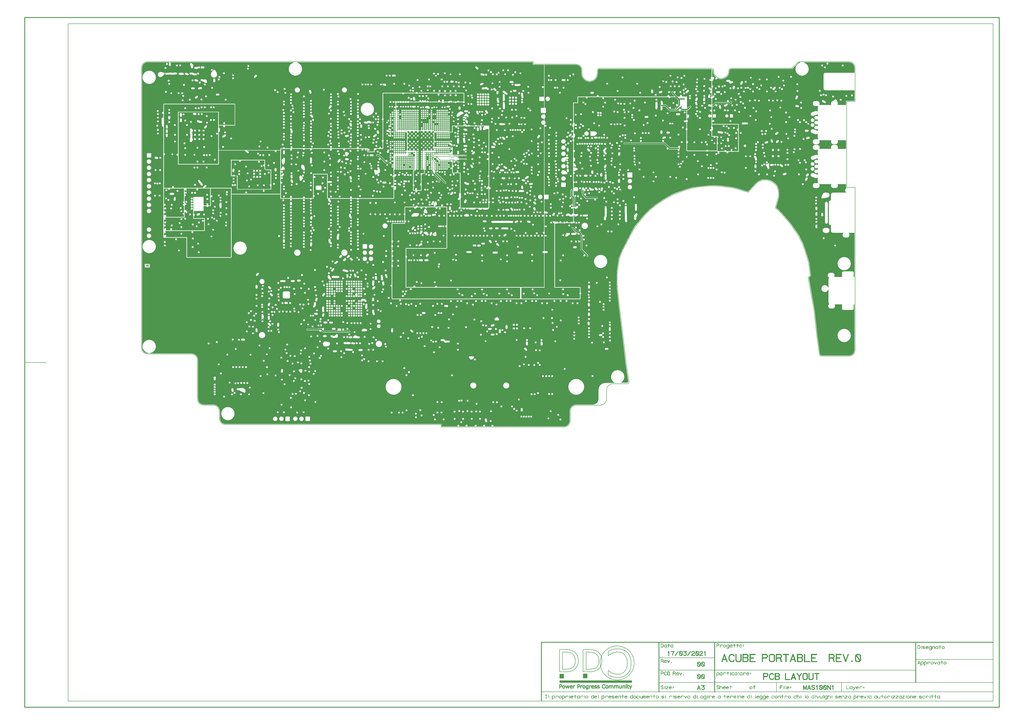
<source format=gbr>
*
G04 Job   : D:\Pd-Master\Mas\Mas100n1 ACB_0001_0\Mas100n1 ACUBE_PORTABILE R_0.pcb*
G04 User  : DESKTOP-CUVV7JD:Shina*
G04 Layer : 9-Internal8.gbr*
G04 Date  : Wed Mar 17 17:59:32 2021*
G04 RSM MASTER DESIGN srl*
%ICAS*%
%MOMM*%
%FSLAX24Y24*%
%OFA0.0000B0.0000*%
G90*
G74*
%ADD10C,0.15000*%
%ADD19C,0.20000*%
%ADD14C,0.20320*%
%ADD17C,0.25000*%
%ADD15C,0.25400*%
%ADD18C,0.30480*%
%ADD12C,0.35000*%
%ADD16C,0.38000*%
%ADD11C,0.50000*%
%ADD13C,0.50800*%
%ADD70C,1.27000*%
%ADD71C,1.52400*%
G01*
G36*
X2500Y1475000D02*
G02X4695Y1484693I22500D01*
G01Y741000*
G03X13422Y720989I27305*
G01X13423Y656751*
G03X14923Y655251I1500*
G01X32447*
G03X33947Y656751J1500*
G01Y668249*
G03X32447Y669749I1500*
G01X14923*
G03X13423Y668249J1500*
G01Y720989*
G03X32000Y713695I18577J20011*
X59305Y741000J27305*
X32000Y768305I27305*
X4695Y741000J27305*
G01Y1436000*
G03X21880Y1410640I27305*
G01Y785300*
G03X31000Y776180I9120*
X40120Y785300J9120*
X31000Y794420I9120*
X21880Y785300J9120*
G01Y810700*
G03X31000Y801580I9120*
X40120Y810700J9120*
X31000Y819820I9120*
X21880Y810700J9120*
G01Y886900*
G03X31000Y877780I9120*
X40120Y886900J9120*
X31000Y896020I9120*
X21880Y886900J9120*
G01Y912300*
G03X31000Y903180I9120*
X40120Y912300J9120*
X31000Y921420I9120*
X21880Y912300J9120*
G01Y937700*
G03X31000Y928580I9120*
X40120Y937700J9120*
X31000Y946820I9120*
X21880Y937700J9120*
G01Y963100*
G03X31000Y953980I9120*
X40120Y963100J9120*
X31000Y972220I9120*
X21880Y963100J9120*
G01Y988500*
G03X31000Y979380I9120*
X40120Y988500J9120*
X31000Y997620I9120*
X21880Y988500J9120*
G01Y1013900*
G03X31000Y1004780I9120*
X40120Y1013900J9120*
X31000Y1023020I9120*
X21880Y1013900J9120*
G01Y1039300*
G03X31000Y1030180I9120*
X40120Y1039300J9120*
X31000Y1048420I9120*
X21880Y1039300J9120*
G01Y1064700*
G03X31000Y1055580I9120*
X40120Y1064700J9120*
X31000Y1073820I9120*
X21880Y1064700J9120*
G01Y1090100*
G03X31000Y1080980I9120*
X40120Y1090100J9120*
X31000Y1099220I9120*
X21880Y1090100J9120*
G01Y1107880*
G03X23380Y1106380I1500*
G01X38620*
G03X40120Y1107880J1500*
G01Y1123120*
G03X38620Y1124620I1500*
G01X23380*
G03X21880Y1123120J1500*
G01Y1410640*
G03X32000Y1408695I10120J25360*
X51360Y1416745J27305*
G01Y950200*
G03X55400Y946160I4040*
X59440Y950200J4040*
X55400Y954240I4040*
X51360Y950200J4040*
G01Y1000800*
G03X55400Y996760I4040*
X59440Y1000800J4040*
X55400Y1004840I4040*
X51360Y1000800J4040*
G01Y1416745*
G03X53860Y1419638I19360J19255*
G01Y1055200*
G03X57900Y1051160I4040*
X61060Y1052683J4040*
G01Y1000000*
G03X65100Y995960I4040*
X69140Y1000000J4040*
X65100Y1004040I4040*
X61060Y1000000J4040*
G01Y1052683*
G03X61940Y1055200I3160J2517*
X57900Y1059240I4040*
X53860Y1055200J4040*
G01Y1105800*
G03X57471Y1101783I4040*
G02X57487Y1101781I79J746*
G01X64509Y1100990*
G02X64524Y1100988I73J747*
G03X65000Y1100960I476J4012*
X69040Y1105000J4040*
X65429Y1109017I4040*
G02X65413Y1109019I79J746*
G01X58391Y1109810*
G02X58376Y1109812I73J747*
G03X57900Y1109840I476J4012*
X53860Y1105800J4040*
G01Y1419638*
G03X59305Y1436000I21860J16362*
X32000Y1463305I27305*
X4695Y1436000J27305*
G01Y1484693*
G02X25000Y1497500I20305J9693*
G01X60960*
Y1237600*
G03X63360Y1233908I4040*
G01Y1205100*
G03X67400Y1201060I4040*
X70460Y1202462J4040*
G01Y950200*
G03X74500Y946160I4040*
X78540Y950200J4040*
X74500Y954240I4040*
X70460Y950200J4040*
G01Y1202462*
G03X71060Y1203389I3060J2638*
G01Y1000800*
G03X75100Y996760I4040*
X79140Y1000800J4040*
X75100Y1004840I4040*
X71060Y1000800J4040*
G01Y1203389*
G03X71440Y1205100I3660J1711*
X67400Y1209140I4040*
X63360Y1205100J4040*
G01Y1220100*
G03X67400Y1216060I4040*
X71440Y1220100J4040*
X67400Y1224140I4040*
X63360Y1220100J4040*
G01Y1233908*
G03X65000Y1233560I1640J3692*
X69040Y1237600J4040*
X65000Y1241640I4040*
X60960Y1237600J4040*
G01Y1497500*
X62660*
Y1297700*
G03X63360Y1295427I4040*
G01Y1255100*
G03X67400Y1251060I4040*
X71440Y1255100J4040*
X67400Y1259140I4040*
X63360Y1255100J4040*
G01Y1270100*
G03X67400Y1266060I4040*
X71440Y1270100J4040*
X67400Y1274140I4040*
X63360Y1270100J4040*
G01Y1285100*
G03X67400Y1281060I4040*
X71440Y1285100J4040*
X67400Y1289140I4040*
X63360Y1285100J4040*
G01Y1295427*
G03X66700Y1293660I3340J2273*
X70740Y1297700J4040*
X66700Y1301740I4040*
X62660Y1297700J4040*
G01Y1497500*
X67500*
Y1447500*
G03X72960Y1438289I10500*
G01Y1055200*
G03X77000Y1051160I4040*
X81040Y1055200J4040*
X77000Y1059240I4040*
X72960Y1055200J4040*
G01Y1438289*
G03X73560Y1437985I5040J9211*
G01Y1105800*
G03X77600Y1101760I4040*
X81640Y1105800J4040*
X77600Y1109840I4040*
X73560Y1105800J4040*
G01Y1437985*
G03X78000Y1437000I4440J9515*
X83460Y1438531J10500*
G01Y1267000*
G03X83461Y1266919I4040*
G02Y1266903I759J16*
G01X83560Y1259993*
Y1259982*
Y1259972*
X83461Y1252090*
Y1252089*
G02Y1252075I750*
G03X83460Y1252000I4039J75*
X83461Y1251919I4040*
G02Y1251903I759J16*
G01X83560Y1244981*
G02Y1244966I750J22*
G03X83570Y1244715I4040J34*
G02X83571Y1244700I748J53*
G01X84066Y1237078*
G02X84067Y1237063I748J59*
G03X88100Y1233260I4033J237*
X89070Y1233378J4040*
G02X89250Y1233400I180J728*
X90000Y1232650J750*
G01Y1121497*
G02X89962Y1121263I750*
G03X89760Y1120000I3838J1263*
X89962Y1118737I4040*
G02X90000Y1118503I712J234*
G01Y982500*
G03X90192Y981538I2500*
G02X90250Y981250I692J288*
X90192Y980962I750*
G03X90000Y980000I2308J962*
G01Y862500*
G03X90192Y861538I2500*
G02X90250Y861250I692J288*
X90192Y860962I750*
G03X90000Y860000I2308J962*
G01Y807500*
G03X90192Y806538I2500*
G02X90250Y806250I692J288*
X90192Y805962I750*
G03X90000Y805000I2308J962*
G01Y780000*
G03X91760Y777612I2500*
G01Y745400*
G03X95800Y741360I4040*
X99840Y745400J4040*
X95800Y749440I4040*
X91760Y745400J4040*
G01Y760000*
G03X95800Y755960I4040*
X99840Y760000J4040*
X95800Y764040I4040*
X91760Y760000J4040*
G01Y777612*
G03X92500Y777500I740J2388*
G01X138260*
Y770800*
G03X142300Y766760I4040*
X146340Y770800J4040*
X142300Y774840I4040*
X138260Y770800J4040*
G01Y777500*
X149460*
Y725000*
G03X153500Y720960I4040*
X157540Y725000J4040*
X153500Y729040I4040*
X149460Y725000J4040*
G01Y777500*
X184250*
G02X185000Y776750J750*
G01Y697500*
G03X187500Y695000I2500*
G01X271560*
Y343200*
G03X275600Y339160I4040*
X279640Y343200J4040*
X275600Y347240I4040*
X271560Y343200J4040*
G01Y695000*
X296560*
Y203800*
Y203772*
G02Y203761I750*
G01Y195439*
G02Y195428I750J11*
G01Y195400*
G03X296660Y194507I4040*
G01Y134600*
G03X300700Y130560I4040*
X304740Y134600J4040*
X300700Y138640I4040*
X296660Y134600J4040*
G01Y144600*
G03X300700Y140560I4040*
X304740Y144600J4040*
X300700Y148640I4040*
X296660Y144600J4040*
G01Y154600*
G03X300700Y150560I4040*
X304740Y154600J4040*
X300700Y158640I4040*
X296660Y154600J4040*
G01Y164600*
G03X300700Y160560I4040*
X304740Y164600J4040*
X300700Y168640I4040*
X296660Y164600J4040*
G01Y174600*
G03X300700Y170560I4040*
X304740Y174600J4040*
X300700Y178640I4040*
X296660Y174600J4040*
G01Y194507*
G03X300600Y191360I3940J893*
X304640Y195400J4040*
G01Y195428*
G02Y195439I750*
G01Y203761*
G02Y203772I750J11*
G01Y203800*
G03X300600Y207840I4040*
X296560Y203800J4040*
G01Y695000*
X305260*
Y348900*
G03X309300Y344860I4040*
X313060Y347422J4040*
G01Y257300*
G03X317100Y253260I4040*
X321140Y257300J4040*
X317100Y261340I4040*
X313060Y257300J4040*
G01Y347422*
G03X313340Y348900I3760J1478*
X309300Y352940I4040*
X305260Y348900J4040*
G01Y695000*
X322160*
Y220000*
G03X326200Y215960I4040*
X327695Y216247J4040*
G01Y55000*
G03X355000Y27695I27305*
X382305Y55000J27305*
X355000Y82305I27305*
X327695Y55000J27305*
G01Y216247*
G03X330240Y220000I1495J3753*
X326200Y224040I4040*
X322160Y220000J4040*
G01Y695000*
X335860*
Y124800*
G03X339900Y120760I4040*
X343940Y124800J4040*
X339900Y128840I4040*
X335860Y124800J4040*
G01Y695000*
X348660*
Y297400*
G03X352700Y293360I4040*
X356740Y297400J4040*
X352700Y301440I4040*
X348660Y297400J4040*
G01Y695000*
X357960*
Y182500*
G03X362000Y178460I4040*
X366040Y182500J4040*
X362000Y186540I4040*
X357960Y182500J4040*
G01Y695000*
X367500*
G03X368060Y695064J2500*
G01Y134000*
G03X372100Y129960I4040*
X376140Y134000J4040*
X372100Y138040I4040*
X368060Y134000J4040*
G01Y695064*
G03X369360Y695830I560J2436*
G01Y155800*
G03X369398Y155250I4040*
G02X369399Y155235I743J102*
G01X370390Y147711*
G02X370392Y147696I743J109*
G03X374400Y144160I4008J504*
X378160Y146722J4040*
G01Y140400*
G03X382200Y136360I4040*
X386240Y140400J4040*
X382200Y144440I4040*
X378160Y140400J4040*
G01Y146722*
G03X378440Y148200I3760J1478*
X378402Y148750I4040*
G02X378401Y148765I743J102*
G01X377410Y156289*
G02X377408Y156304I743J109*
G03X373400Y159840I4008J504*
X369360Y155800J4040*
G01Y695830*
G03X370000Y697500I1860J1670*
G01Y954250*
G02X370750Y955000I750*
G01X370960*
Y359400*
G03X372660Y356107I4040*
G01Y246200*
G03X376700Y242160I4040*
X380740Y246200J4040*
X376700Y250240I4040*
X372660Y246200J4040*
G01Y356107*
G03X375000Y355360I2340J3293*
X379040Y359400J4040*
X375000Y363440I4040*
X370960Y359400J4040*
G01Y955000*
X377695*
Y735000*
G03X381760Y720666I27305*
G01Y179600*
G03X385800Y175560I4040*
X389840Y179600J4040*
X385800Y183640I4040*
X381760Y179600J4040*
G01Y720666*
G03X383160Y718612I23240J14334*
G01Y320400*
G03X385660Y316665I4040*
G01Y246100*
G03X389700Y242060I4040*
X390360Y242114J4040*
G01Y155000*
G03X394400Y150960I4040*
X394685Y150970J4040*
G02X394699Y150971I53J748*
G01X402009Y151448*
G02X402058Y151449I49J749*
X402527Y151285J750*
G01X403960Y150138*
Y134000*
G03X408000Y129960I4040*
X412040Y134000J4040*
X408000Y138040I4040*
X403960Y134000J4040*
G01Y150138*
X407046Y147669*
G02X407058Y147660I460J592*
G03X408001Y147090I2542J3140*
G02X408016Y147083I297J689*
G01X421644Y141115*
G02X421658Y141109I291J692*
G03X423300Y140760I1642J3691*
X427340Y144800J4040*
X427327Y145120I4040*
G02X427326Y145134I748J59*
G01X426832Y151856*
G02X426831Y151872I747J66*
G03X425089Y154929I4031J272*
G02X425076Y154938I424J618*
G01X418238Y159695*
G02X418226Y159703I419J622*
G03X415900Y160440I2326J3303*
X415615Y160430J4040*
G02X415600Y160429I53J748*
G01X403377Y159634*
G02X403362Y159633I59J748*
G03X403315Y159630I237J4033*
G02X403301Y159629I53J748*
G01X394176Y159034*
G02X394161Y159033I60J748*
G03X390360Y155000I239J4033*
G01Y242114*
G03X392960Y243714I660J3986*
G01Y180400*
G03X397000Y176360I4040*
X401040Y180400J4040*
X397000Y184440I4040*
X392960Y180400J4040*
G01Y243714*
G03X393740Y246100I3260J2386*
X389700Y250140I4040*
X385660Y246100J4040*
G01Y316665*
G03X387200Y316360I1540J3735*
X391240Y320400J4040*
X387200Y324440I4040*
X383160Y320400J4040*
G01Y718612*
G03X395960Y709235I21840J16388*
G01Y358700*
G03X398960Y354796I4040*
G01Y246200*
G03X403000Y242160I4040*
X405460Y242995J4040*
G01Y181100*
G03X409500Y177060I4040*
X413540Y181100J4040*
X409500Y185140I4040*
X405460Y181100J4040*
G01Y242995*
G03X407040Y246200I2460J3205*
X403000Y250240I4040*
X398960Y246200J4040*
G01Y354796*
G03X400000Y354660I1040J3904*
X404040Y358700J4040*
X400000Y362740I4040*
X395960Y358700J4040*
G01Y709235*
G03X405000Y707695I9040J25765*
X408460Y707915J27305*
G01Y358900*
G03X411760Y354928I4040*
G01Y246100*
G03X415800Y242060I4040*
X417960Y242686J4040*
G01Y180700*
G03X422000Y176660I4040*
X426040Y180700J4040*
X422000Y184740I4040*
X417960Y180700J4040*
G01Y242686*
G03X419840Y246100I2160J3414*
X415800Y250140I4040*
X411760Y246100J4040*
G01Y354928*
G03X412479Y354860I740J3972*
G02X412495I4J750*
G01X421415Y354761*
G02X421418I3J750*
X421431J750*
G03X421500Y354760I69J4039*
X425160Y357089J4040*
G01Y246200*
G03X429200Y242160I4040*
X430460Y242362J4040*
G01Y180600*
G03X434500Y176560I4040*
X438060Y178690J4040*
G01Y134000*
G03X442100Y129960I4040*
X446140Y134000J4040*
X442100Y138040I4040*
X438060Y134000J4040*
G01Y178690*
G03X438540Y180600I3560J1910*
X434500Y184640I4040*
X430460Y180600J4040*
G01Y242362*
G03X433240Y246200I1260J3838*
X429200Y250240I4040*
X425160Y246200J4040*
G01Y357089*
G03X425540Y358800I3660J1711*
X421521Y362840I4040*
G02X421505I4J750*
G01X412585Y362939*
G02X412582I3J750*
X412569J750*
G03X412500Y362940I69J4039*
X408460Y358900J4040*
G01Y707915*
G03X428060Y720378I3460J27085*
G01Y430300*
G03X428260Y429045I4040*
G01Y392800*
G03X432300Y388760I4040*
X436340Y392800J4040*
X432300Y396840I4040*
X428260Y392800J4040*
G01Y429045*
G03X432100Y426260I3840J1255*
X436140Y430300J4040*
X432100Y434340I4040*
X428060Y430300J4040*
G01Y720378*
G03X432305Y735000I23060J14622*
X405000Y762305I27305*
X377695Y735000J27305*
G01Y955000*
X436560*
Y467500*
G03X439160Y463725I4040*
G01Y412900*
G03X440960Y409538I4040*
G01Y161900*
G03X445000Y157860I4040*
X449040Y161900J4040*
X445000Y165940I4040*
X440960Y161900J4040*
G01Y409538*
G03X443200Y408860I2240J3362*
X443760Y408899J4040*
G01Y297200*
G03X447800Y293160I4040*
X451840Y297200J4040*
X447800Y301240I4040*
X443760Y297200J4040*
G01Y408899*
G03X447240Y412900I560J4001*
X443200Y416940I4040*
X439160Y412900J4040*
G01Y463725*
G03X440600Y463460I1440J3775*
X444640Y467500J4040*
X440600Y471540I4040*
X436560Y467500J4040*
G01Y955000*
X445760*
Y439600*
G03X449800Y435560I4040*
X453460Y437889J4040*
G01Y412100*
G03X453560Y411207I4040*
G01Y384800*
G03X457600Y380760I4040*
X461640Y384800J4040*
X457600Y388840I4040*
X453560Y384800J4040*
G01Y411207*
G03X457500Y408060I3940J893*
X461540Y412100J4040*
X457500Y416140I4040*
X453460Y412100J4040*
G01Y437889*
G03X453840Y439600I3660J1711*
X449800Y443640I4040*
X445760Y439600J4040*
G01Y475800*
G03X449800Y471760I4040*
X453840Y475800J4040*
X449800Y479840I4040*
X445760Y475800J4040*
G01Y955000*
X458760*
Y457100*
G03X460760Y453613I4040*
G01Y436400*
G03X464800Y432360I4040*
X468360Y434490J4040*
G01Y401600*
G03X468362Y401475I4040*
G02Y401460I750J24*
G01X468560Y393635*
G02X468561Y393620I749J30*
G03X472600Y389660I4039J80*
X476640Y393700J4040*
X476638Y393825I4040*
G02Y393840I750J24*
G01X476440Y401665*
G02X476439Y401680I749J30*
G03X472400Y405640I4039J80*
X468360Y401600J4040*
G01Y434490*
G03X468840Y436400I3560J1910*
X464800Y440440I4040*
X460760Y436400J4040*
G01Y453613*
G03X462800Y453060I2040J3487*
X466840Y457100J4040*
X462800Y461140I4040*
X458760Y457100J4040*
G01Y955000*
X466560*
Y465400*
G03X470600Y461360I4040*
X474640Y465400J4040*
X470600Y469440I4040*
X466560Y465400J4040*
G01Y955000*
X468360*
Y497500*
G03X472400Y493460I4040*
X476440Y497500J4040*
X472400Y501540I4040*
X468360Y497500J4040*
G01Y527500*
G03X472400Y523460I4040*
X476440Y527500J4040*
X472400Y531540I4040*
X468360Y527500J4040*
G01Y542500*
G03X472400Y538460I4040*
X476440Y542500J4040*
X472400Y546540I4040*
X468360Y542500J4040*
G01Y571700*
G03X472400Y567660I4040*
X476440Y571675J4040*
G02Y571690I750J5*
G01X476539Y579914*
G02Y579927I754*
G03X476540Y580000I4039J73*
X472500Y584040I4040*
X468460Y580025J4040*
G02Y580010I750J5*
G01X468361Y571786*
G02Y571773I754*
G03X468360Y571700I4039J73*
G01Y955000*
X469560*
Y624400*
G03X473600Y620360I4040*
X476473Y621560J4040*
G02X476484Y621571I534J527*
G01X480560Y625647*
Y335000*
G03X484600Y330960I4040*
X484960Y330976J4040*
G01Y209200*
G03X489000Y205160I4040*
X493040Y209200J4040*
X489000Y213240I4040*
X484960Y209200J4040*
G01Y330976*
G03X488640Y335000I360J4024*
X484600Y339040I4040*
X480560Y335000J4040*
G01Y625647*
X481229Y626316*
G02X481240Y626327I538J523*
G03X482000Y627367I2840J2873*
G01Y377540*
G03X495000Y364540I13000*
X496660Y364646J13000*
G01Y139100*
G03X500700Y135060I4040*
X504740Y139100J4040*
X500700Y143140I4040*
X496660Y139100J4040*
G01Y364646*
G03X497960Y364881I1660J12894*
G01Y272100*
G03X502000Y268060I4040*
X506040Y272100J4040*
X502000Y276140I4040*
X497960Y272100J4040*
G01Y364881*
G03X508000Y377540I2960J12659*
X495000Y390540I13000*
X482000Y377540J13000*
G01Y627367*
G03X482440Y629200I3600J1833*
X478400Y633240I4040*
X475527Y632040J4040*
G02X475516Y632029I534J527*
G01X470771Y627284*
G02X470760Y627273I538J523*
G03X469560Y624400I2840J2873*
G01Y955000*
X484500*
Y597500*
G03X491560Y587579I10500*
G01Y492800*
G03X492560Y490139I4040*
G01Y434200*
G03X496600Y430160I4040*
X500640Y434200J4040*
X496600Y438240I4040*
X492560Y434200J4040*
G01Y460200*
G03X492663Y459295I4040*
G02X492666Y459279I731J168*
G01X494119Y452783*
G02X494137Y452619I732J164*
X494118Y452450I750*
G01X492773Y446651*
G02X492770Y446636I733J158*
G03X492660Y445700I3930J936*
X496700Y441660I4040*
X500740Y445700J4040*
G02X500766Y445896I750*
G01X502206Y451568*
G02X502210Y451583I730J174*
G03X502340Y452600I3910J1017*
X502237Y453505I4040*
G02X502234Y453521I731J168*
G01X500551Y461043*
G02X500548Y461058I730J174*
G03X496600Y464240I3948J858*
X492560Y460200J4040*
G01Y473200*
G03X496600Y469160I4040*
X500640Y473200J4040*
X496600Y477240I4040*
X492560Y473200J4040*
G01Y490139*
G03X495600Y488760I3040J2661*
X499640Y492800J4040*
X495600Y496840I4040*
X491560Y492800J4040*
G01Y502500*
G03X495600Y498460I4040*
X499640Y502500J4040*
X495600Y506540I4040*
X491560Y502500J4040*
G01Y537500*
G03X495600Y533460I4040*
X499640Y537500J4040*
X495600Y541540I4040*
X491560Y537500J4040*
G01Y587580*
G03X491660Y587545I3441J9920*
G01Y567500*
G03X493460Y564138I4040*
G01Y550000*
G03X497500Y545960I4040*
X501540Y550000J4040*
X497500Y554040I4040*
X493460Y550000J4040*
G01Y564138*
G03X495700Y563460I2240J3362*
X499740Y567500J4040*
X495700Y571540I4040*
X491660Y567500J4040*
G01Y587545*
G03X494160Y587034I3340J9955*
G01Y580000*
G03X498200Y575960I4040*
X502240Y580000J4040*
X498200Y584040I4040*
X494160Y580000J4040*
G01Y587034*
G03X495000Y587000I840J10466*
X505500Y597500J10500*
X495000Y608000I10500*
X484500Y597500J10500*
G01Y955000*
X510460*
Y298500*
G03X511060Y296382I4040*
G01Y245900*
G03X512860Y242538I4040*
G01Y216300*
G03X516900Y212260I4040*
X520940Y216300J4040*
X516900Y220340I4040*
X512860Y216300J4040*
G01Y242538*
G03X515100Y241860I2240J3362*
X519140Y245900J4040*
X515100Y249940I4040*
X511060Y245900J4040*
G01Y296382*
G03X514500Y294460I3440J2118*
X518540Y298500J4040*
X514500Y302540I4040*
X510460Y298500J4040*
G01Y955000*
X518060*
Y395000*
G03X521960Y390962I4040*
G01Y324000*
G03X526000Y319960I4040*
X530040Y324000J4040*
X526000Y328040I4040*
X521960Y324000J4040*
G01Y390962*
G03X522100Y390960I140J4038*
X526140Y395000J4040*
X522100Y399040I4040*
X518060Y395000J4040*
G01Y410000*
G03X522100Y405960I4040*
X526140Y410000J4040*
X522100Y414040I4040*
X518060Y410000J4040*
G01Y425000*
G03X519098Y422296I4040*
G02X519108Y422285I557J502*
G01X524758Y415941*
G02X524768Y415930I553J507*
G03X527800Y414560I3032J2670*
X528960Y414730J4040*
G01Y395200*
G03X533000Y391160I4040*
X537040Y395200J4040*
X533000Y399240I4040*
X528960Y395200J4040*
G01Y414730*
G03X531840Y418600I1160J3870*
X530802Y421304I4040*
G02X530792Y421315I557J502*
G01X525142Y427659*
G02X525132Y427670I553J507*
G03X522100Y429040I3032J2670*
X518060Y425000J4040*
G01Y485000*
G03X518560Y483053I4040*
G01Y452400*
G03X518567Y452169I4040*
G02Y452153I750J43*
G01X518963Y444430*
G02X518964Y444416I748J48*
G03X523000Y440560I4036J184*
X523760Y440632J4040*
G01Y434200*
G03X527800Y430160I4040*
X531840Y434200J4040*
X527800Y438240I4040*
X523760Y434200J4040*
G01Y440632*
G03X527040Y444600I760J3968*
X527033Y444831I4040*
G02Y444847I750J43*
G01X526637Y452570*
G02X526636Y452584I748J48*
G03X522600Y456440I4036J184*
X518560Y452400J4040*
G01Y462800*
G03X522600Y458760I4040*
X526640Y462800J4040*
X522600Y466840I4040*
X518560Y462800J4040*
G01Y483053*
G03X522100Y480960I3540J1947*
X526140Y485000J4040*
X522100Y489040I4040*
X518060Y485000J4040*
G01Y500000*
G03X522100Y495960I4040*
X525804Y498386J4040*
G02X525810Y498400I687J299*
G01X528878Y505329*
G02X528884Y505342I690J294*
G03X529240Y507000I3684J1658*
X525200Y511040I4040*
X521496Y508614J4040*
G02X521490Y508600I687J299*
G01X518422Y501671*
G02X518416Y501658I690J294*
G03X518060Y500000I3684J1658*
G01Y955000*
X518560*
Y556400*
G03X521160Y552625I4040*
G01Y527800*
G03X525200Y523760I4040*
X529240Y527800J4040*
X525200Y531840I4040*
X521160Y527800J4040*
G01Y552625*
G03X522600Y552360I1440J3775*
X526360Y554922J4040*
G01Y546000*
G03X527560Y543127I4040*
G02X527571Y543116I527J534*
G01X531560Y539127*
Y473200*
G03X534160Y469425I4040*
G01Y423800*
G03X538200Y419760I4040*
X540080Y420224J4040*
G01Y34000*
G03X549200Y24880I9120*
X558320Y34000J9120*
X549200Y43120I9120*
X540080Y34000J9120*
G01Y420224*
G03X542240Y423800I1880J3576*
X538200Y427840I4040*
X534160Y423800J4040*
G01Y460200*
G03X538200Y456160I4040*
X542240Y460200J4040*
X538200Y464240I4040*
X534160Y460200J4040*
G01Y469425*
G03X535600Y469160I1440J3775*
X539640Y473200J4040*
X535600Y477240I4040*
X531560Y473200J4040*
G01Y539127*
X532716Y537971*
G02X532727Y537960I523J538*
G03X534160Y537025I2873J2840*
G01Y491400*
G03X538200Y487360I4040*
X541960Y489922J4040*
G01Y473200*
G03X546000Y469160I4040*
X546660Y469214J4040*
G01Y211800*
G03X550700Y207760I4040*
X554740Y211800J4040*
X550700Y215840I4040*
X546660Y211800J4040*
G01Y469214*
G03X550040Y473200I660J3986*
X546000Y477240I4040*
X541960Y473200J4040*
G01Y489922*
G03X542240Y491400I3760J1478*
X538200Y495440I4040*
X534160Y491400J4040*
G01Y537025*
G03X535600Y536760I1440J3775*
X539640Y540800J4040*
X538440Y543673I4040*
G02X538429Y543684I527J534*
G01X533284Y548829*
G02X533273Y548840I523J538*
G03X530400Y550040I2873J2840*
X526360Y546000J4040*
G01Y554922*
G03X526640Y556400I3760J1478*
X522600Y560440I4040*
X518560Y556400J4040*
G01Y955000*
X519760*
Y575000*
G03X520782Y572314I4040*
G02X520792Y572303I560J499*
G01X525143Y567359*
G02X525152Y567348I556J504*
G03X528200Y565960I3048J2652*
X528960Y566032J4040*
G01Y559000*
G03X533000Y554960I4040*
X537040Y559000J4040*
X533000Y563040I4040*
X528960Y559000J4040*
G01Y566032*
G03X532240Y570000I760J3968*
X531218Y572686I4040*
G02X531208Y572697I560J499*
G01X526857Y577641*
G02X526848Y577652I556J504*
G03X523800Y579040I3048J2652*
X519760Y575000J4040*
G01Y955000*
X547160*
Y501800*
G03X551200Y497760I4040*
X552060Y497853J4040*
G01Y485500*
G03X555360Y481528I4040*
G01Y60900*
G03X559400Y56860I4040*
X563440Y60900J4040*
X559400Y64940I4040*
X555360Y60900J4040*
G01Y481528*
G03X556100Y481460I740J3972*
X557060Y481576J4040*
G01Y415500*
G03X557560Y413553I4040*
G01Y400400*
G03X560160Y396625I4040*
G01Y390000*
G03X564200Y385960I4040*
X565480Y386168J4040*
G01Y34000*
G03X574600Y24880I9120*
X583720Y34000J9120*
X574600Y43120I9120*
X565480Y34000J9120*
G01Y386168*
G03X568240Y390000I1280J3832*
X564200Y394040I4040*
X560160Y390000J4040*
G01Y396625*
G03X561600Y396360I1440J3775*
X565640Y400400J4040*
X561600Y404440I4040*
X557560Y400400J4040*
G01Y413553*
G03X561100Y411460I3540J1947*
X565134Y415280J4040*
G02X565135Y415296I749J41*
G01X565630Y423516*
G02X565631Y423533I751J33*
G03X565640Y423800I4031J267*
X561600Y427840I4040*
X557566Y424020J4040*
G02X557565Y424004I749J41*
G01X557070Y415784*
G02X557069Y415767I751J33*
G03X557060Y415500I4031J267*
G01Y481576*
G03X560140Y485500I960J3924*
X556100Y489540I4040*
X552060Y485500J4040*
G01Y497853*
G03X555240Y501800I860J3947*
X551200Y505840I4040*
X547160Y501800J4040*
G01Y955000*
X557760*
Y591400*
G03X557960Y590145I4040*
G01Y545000*
G03X558760Y542587I4040*
G01Y535000*
G03X559660Y532458I4040*
G01Y520500*
G03X562260Y516725I4040*
G01Y473700*
G03X566300Y469660I4040*
X570340Y473700J4040*
X566300Y477740I4040*
X562260Y473700J4040*
G01Y516725*
G03X563700Y516460I1440J3775*
X567740Y520500J4040*
X563700Y524540I4040*
X559660Y520500J4040*
G01Y532458*
G03X562800Y530960I3140J2542*
X566840Y535000J4040*
X562800Y539040I4040*
X558760Y535000J4040*
G01Y542587*
G03X562000Y540960I3240J2413*
X566040Y545000J4040*
X562000Y549040I4040*
X557960Y545000J4040*
G01Y590145*
G03X559160Y588342I3840J1255*
G01Y563700*
G03X563200Y559660I4040*
X567240Y563700J4040*
X563200Y567740I4040*
X559160Y563700J4040*
G01Y588342*
G03X561800Y587360I2640J3058*
X565840Y591400J4040*
X561800Y595440I4040*
X557760Y591400J4040*
G01Y955000*
X560660*
Y784200*
G03X564700Y780160I4040*
X568060Y781957J4040*
G01Y571900*
G03X570360Y568254I4040*
G01Y285200*
G03X570960Y283082I4040*
G01Y92000*
G03X575000Y87960I4040*
X579040Y92000J4040*
X575000Y96040I4040*
X570960Y92000J4040*
G01Y283082*
G03X572660Y281554I3440J2118*
G01Y194900*
G03X576700Y190860I4040*
X580740Y194900J4040*
X576700Y198940I4040*
X572660Y194900J4040*
G01Y281554*
G03X572760Y281508I1740J3646*
G01Y226800*
G03X576800Y222760I4040*
X580833Y226555J4040*
G02X580834Y226571I748J45*
G01X580960Y228465*
Y60900*
G03X585000Y56860I4040*
X589040Y60900J4040*
X585000Y64940I4040*
X580960Y60900J4040*
G01Y228465*
X581329Y233994*
G02Y234008I749J40*
G03X581340Y234300I4029J292*
X577300Y238340I4040*
X573267Y234545J4040*
G02X573266Y234529I748J45*
G01X572771Y227106*
G02Y227092I749J40*
G03X572760Y226800I4029J292*
G01Y281508*
G03X574400Y281160I1640J3692*
X578440Y285200J4040*
X574400Y289240I4040*
X570360Y285200J4040*
G01Y568254*
G03X572100Y567860I1740J3646*
X574860Y568950J4040*
G01Y509000*
G03X576360Y505858I4040*
G01Y474600*
G03X580400Y470560I4040*
X583460Y471962J4040*
G01Y175400*
G03X587500Y171360I4040*
X590880Y173187J4040*
G01Y26380*
G03X592380Y24880I1500*
G01X607620*
G03X609120Y26380J1500*
G01Y41620*
G03X607620Y43120I1500*
G01X592380*
G03X590880Y41620J1500*
G01Y173187*
G03X591540Y175400I3380J2213*
X587500Y179440I4040*
X583460Y175400J4040*
G01Y471962*
G03X584440Y474600I3060J2638*
X580400Y478640I4040*
X576360Y474600J4040*
G01Y505858*
G03X578900Y504960I2540J3142*
X582940Y509000J4040*
X578900Y513040I4040*
X574860Y509000J4040*
G01Y568950*
G03X576140Y571900I2760J2950*
X572100Y575940I4040*
X568060Y571900J4040*
G01Y781957*
G03X568740Y784200I3360J2243*
X564700Y788240I4040*
X560660Y784200J4040*
G01Y955000*
X569060*
Y599200*
G03X573007Y595161I4040*
G02X573022I17J750*
G01X579945Y594963*
G02X579962Y594962I9J750*
G03X580100Y594960I138J4038*
X580233Y594962J4040*
G02X580249Y594963I25J749*
G01X580579Y594971*
Y552500*
Y552471*
G02Y552460I750*
G01Y542540*
G02Y542529I750J11*
G01Y542500*
Y542471*
G02Y542460I750*
G01Y532540*
G02Y532529I750J11*
G01Y532500*
G03X585000Y528079I4421*
X585025J4421*
G02X585029I4J750*
X585040J750*
G01X586160*
Y509600*
G03X587160Y506939I4040*
G01Y318300*
G03X591200Y314260I4040*
X591960Y314332J4040*
G01Y303500*
G03X596000Y299460I4040*
X596060J4040*
G01Y271300*
G03X600100Y267260I4040*
X604140Y271300J4040*
X600100Y275340I4040*
X596060Y271300J4040*
G01Y299460*
G03X600040Y303500I60J4040*
X596000Y307540I4040*
X591960Y303500J4040*
G01Y314332*
G03X595240Y318300I760J3968*
X591200Y322340I4040*
X587160Y318300J4040*
G01Y506939*
G03X590200Y505560I3040J2661*
X590282Y505561J4040*
G02X590296I15J750*
G01X592060Y505587*
Y473900*
G03X594460Y470208I4040*
G01Y338700*
G03X598500Y334660I4040*
X602540Y338700J4040*
X598500Y342740I4040*
X594460Y338700J4040*
G01Y470208*
G03X596100Y469860I1640J3692*
X600140Y473900J4040*
X596100Y477940I4040*
X592060Y473900J4040*
G01Y505587*
X597121Y505660*
G02X597136I21J750*
G03X601140Y509700I36J4040*
X597100Y513740I4040*
X597018Y513739J4040*
G02X597004I15J750*
G01X590179Y513640*
G02X590164I21J750*
G03X586160Y509600I36J4040*
G01Y528079*
X594960*
G02X594971I11J750*
X594975J750*
G03X595000I25J4421*
X595025J4421*
G02X595029I4J750*
X595040J750*
G01X604360*
Y213200*
G03X608400Y209160I4040*
X609260Y209253J4040*
G01Y120000*
G03X610460Y117127I4040*
G01Y81100*
G03X614500Y77060I4040*
X618540Y81100J4040*
X614500Y85140I4040*
X610460Y81100J4040*
G01Y117127*
G03X613300Y115960I2840J2873*
X617340Y120000J4040*
X613300Y124040I4040*
X609260Y120000J4040*
G01Y209253*
G03X612440Y213200I860J3947*
X608400Y217240I4040*
X604360Y213200J4040*
G01Y528079*
X604960*
G02X604971I11J750*
X604975J750*
G03X605000I25J4421*
X606360Y528293J4421*
G01Y509300*
G03X607060Y507027I4040*
G01Y473900*
G03X607460Y472147I4040*
G01Y292600*
G03X611500Y288560I4040*
X615540Y292600J4040*
X611500Y296640I4040*
X607460Y292600J4040*
G01Y472147*
G03X611100Y469860I3640J1753*
X615140Y473900J4040*
X611100Y477940I4040*
X607060Y473900J4040*
G01Y507027*
G03X610400Y505260I3340J2273*
X614440Y509300J4040*
X610400Y513340I4040*
X606360Y509300J4040*
G01Y528293*
G03X609421Y532500I1360J4207*
G01Y532529*
G02Y532540I750*
G01Y542460*
G02Y542471I750J11*
G01Y542500*
Y542529*
G02Y542540I750*
G01Y552460*
G02Y552471I750J11*
G01Y552500*
G03X605000Y556921I4421*
X604975J4421*
G02X604971I4J750*
X604960J750*
G01X595040*
G02X595029I11J750*
X595025J750*
G03X595000I25J4421*
X594975J4421*
G02X594971I4J750*
X594960J750*
G01X585040*
G02X585029I11J750*
X585025J750*
G03X585000I25J4421*
X580579Y552500J4421*
G01Y594971*
X583460Y595049*
Y574700*
G03X587500Y570660I4040*
X591540Y574700J4040*
X587500Y578740I4040*
X583460Y574700J4040*
G01Y595049*
X587571Y595160*
G02X587586Y595161I31J749*
G03X591540Y599200I86J4039*
X587500Y603240I4040*
X587367Y603238J4040*
G02X587351Y603237I25J749*
G01X580124Y603042*
G02X580104I20J750*
X580082J750*
G01X573255Y603237*
G02X573238Y603238I9J750*
G03X573100Y603240I138J4038*
X569060Y599200J4040*
G01Y955000*
X569250*
G02X570000Y954250J750*
G01Y940000*
G03X572500Y937500I2500*
G01X578360*
Y930800*
G03X580560Y927203I4040*
G01Y767700*
G03X580564Y767514I4040*
G02X580565Y767498I751J34*
G01X580860Y760119*
Y736700*
G03X584900Y732660I4040*
X588940Y736700J4040*
X584900Y740740I4040*
X580860Y736700J4040*
G01Y747700*
G03X584900Y743660I4040*
X588940Y747700J4040*
X584900Y751740I4040*
X580860Y747700J4040*
G01Y760119*
X580862Y760077*
G02Y760062I749J41*
G03X584900Y756160I4038J138*
X588940Y760200J4040*
X588936Y760386I4040*
G02X588935Y760402I751J34*
G01X588638Y767823*
G02Y767838I749J41*
G03X584600Y771740I4038J138*
X580560Y767700J4040*
G01Y927203*
G03X580860Y927065I1840J3597*
G01Y778600*
G03X584900Y774560I4040*
X588940Y778600J4040*
X584900Y782640I4040*
X580860Y778600J4040*
G01Y790500*
G03X584900Y786460I4040*
X588940Y790500J4040*
X584900Y794540I4040*
X580860Y790500J4040*
G01Y802500*
G03X584900Y798460I4040*
X588940Y802500J4040*
X584900Y806540I4040*
X580860Y802500J4040*
G01Y814500*
G03X584900Y810460I4040*
X588940Y814500J4040*
X584900Y818540I4040*
X580860Y814500J4040*
G01Y826500*
G03X584900Y822460I4040*
X588940Y826500J4040*
X584900Y830540I4040*
X580860Y826500J4040*
G01Y838500*
G03X584900Y834460I4040*
X588940Y838500J4040*
X584900Y842540I4040*
X580860Y838500J4040*
G01Y850500*
G03X584900Y846460I4040*
X588940Y850500J4040*
X584900Y854540I4040*
X580860Y850500J4040*
G01Y862500*
G03X584900Y858460I4040*
X588940Y862500J4040*
X584900Y866540I4040*
X580860Y862500J4040*
G01Y874500*
G03X584900Y870460I4040*
X588940Y874500J4040*
X584900Y878540I4040*
X580860Y874500J4040*
G01Y886500*
G03X584900Y882460I4040*
X588940Y886500J4040*
X584900Y890540I4040*
X580860Y886500J4040*
G01Y898700*
G03X584900Y894660I4040*
X588940Y898700J4040*
X584900Y902740I4040*
X580860Y898700J4040*
G01Y910700*
G03X584900Y906660I4040*
X588940Y910700J4040*
X584900Y914740I4040*
X580860Y910700J4040*
G01Y927065*
G03X582400Y926760I1540J3735*
X586440Y930800J4040*
X582400Y934840I4040*
X578360Y930800J4040*
G01Y937500*
X593460*
Y574600*
G03X597500Y570560I4040*
X601540Y574600J4040*
X597500Y578640I4040*
X593460Y574600J4040*
G01Y937500*
X598460*
Y612600*
G03X602500Y608560I4040*
X603460Y608676J4040*
G01Y573900*
G03X607500Y569860I4040*
X611540Y573900J4040*
X607500Y577940I4040*
X603460Y573900J4040*
G01Y608676*
G03X606540Y612600I960J3924*
X602500Y616640I4040*
X598460Y612600J4040*
G01Y937500*
X609060*
Y742500*
G03X613100Y738460I4040*
X613460Y738476J4040*
G01Y599300*
G03X616160Y595489I4040*
G01Y260800*
G03X616460Y259272I4040*
G01Y135600*
G03X620500Y131560I4040*
X622580Y132137J4040*
G01Y34000*
G03X631700Y24880I9120*
X640820Y34000J9120*
X631700Y43120I9120*
X622580Y34000J9120*
G01Y132137*
G03X624540Y135600I2080J3463*
X620500Y139640I4040*
X616460Y135600J4040*
G01Y259272*
G03X620200Y256760I3740J1528*
X621660Y257033J4040*
G01Y189500*
G03X625700Y185460I4040*
X629740Y189500J4040*
X625700Y193540I4040*
X621660Y189500J4040*
G01Y257033*
G03X622560Y257521I1460J3767*
G01Y228800*
G03X626600Y224760I4040*
X627760Y224930J4040*
G01Y200200*
G03X629960Y196603I4040*
G01Y136700*
G03X634000Y132660I4040*
X635660Y133017J4040*
G01Y59600*
G03X639700Y55560I4040*
X643740Y59600J4040*
X639700Y63640I4040*
X635660Y59600J4040*
G01Y133017*
G03X638040Y136700I1660J3683*
X634000Y140740I4040*
X629960Y136700J4040*
G01Y196603*
G03X631800Y196160I1840J3597*
X635840Y200200J4040*
X631800Y204240I4040*
X627760Y200200J4040*
G01Y224930*
G03X630640Y228800I1160J3870*
X626600Y232840I4040*
X622560Y228800J4040*
G01Y257521*
G03X624240Y260800I2360J3279*
X620200Y264840I4040*
X616160Y260800J4040*
G01Y595489*
G03X617500Y595260I1340J3811*
X617623Y595262J4040*
G02X617640I23J750*
G01X622660Y595386*
Y567700*
G03X623260Y565582I4040*
G01Y486500*
G03X624360Y483729I4040*
G01Y475400*
G03X624960Y473282I4040*
G01Y291000*
G03X629000Y286960I4040*
X633040Y291000J4040*
X629000Y295040I4040*
X624960Y291000J4040*
G01Y473282*
G03X628400Y471360I3440J2118*
X632440Y475400J4040*
X628400Y479440I4040*
X624360Y475400J4040*
G01Y483729*
G03X627300Y482460I2940J2771*
X631340Y486500J4040*
X627300Y490540I4040*
X623260Y486500J4040*
G01Y565582*
G03X625160Y563965I3440J2118*
G01Y546000*
G03X629200Y541960I4040*
X633240Y546000J4040*
X629200Y550040I4040*
X625160Y546000J4040*
G01Y563965*
G03X626700Y563660I1540J3735*
X630740Y567700J4040*
X626700Y571740I4040*
X622660Y567700J4040*
G01Y595386*
X625661Y595460*
G02X625677Y595461I30J749*
G03X629640Y599500I77J4039*
X625600Y603540I4040*
X625477Y603538J4040*
G02X625460I23J750*
G01X617439Y603340*
G02X617423Y603339I30J749*
G03X613460Y599300I77J4039*
G01Y738476*
G03X617140Y742500I360J4024*
X613100Y746540I4040*
X609060Y742500J4040*
G01Y754500*
G03X613100Y750460I4040*
X617140Y754500J4040*
X613100Y758540I4040*
X609060Y754500J4040*
G01Y937500*
X609160*
Y904100*
G03X609560Y902347I4040*
G01Y772500*
G03X613600Y768460I4040*
X617640Y772500J4040*
X613600Y776540I4040*
X609560Y772500J4040*
G01Y785200*
G03X613600Y781160I4040*
X617640Y785200J4040*
X613600Y789240I4040*
X609560Y785200J4040*
G01Y902347*
G03X609760Y901982I3640J1753*
G01Y796500*
G03X613800Y792460I4040*
X617840Y796500J4040*
X613800Y800540I4040*
X609760Y796500J4040*
G01Y808500*
G03X613800Y804460I4040*
X617840Y808500J4040*
X613800Y812540I4040*
X609760Y808500J4040*
G01Y820500*
G03X613800Y816460I4040*
X617840Y820500J4040*
X613800Y824540I4040*
X609760Y820500J4040*
G01Y832500*
G03X613800Y828460I4040*
X617840Y832500J4040*
X613800Y836540I4040*
X609760Y832500J4040*
G01Y844500*
G03X613800Y840460I4040*
X617840Y844500J4040*
X613800Y848540I4040*
X609760Y844500J4040*
G01Y856500*
G03X613800Y852460I4040*
X617840Y856500J4040*
X613800Y860540I4040*
X609760Y856500J4040*
G01Y868500*
G03X613800Y864460I4040*
X617840Y868500J4040*
X613800Y872540I4040*
X609760Y868500J4040*
G01Y880500*
G03X613800Y876460I4040*
X617840Y880500J4040*
X613800Y884540I4040*
X609760Y880500J4040*
G01Y892500*
G03X613800Y888460I4040*
X617840Y892500J4040*
X613800Y896540I4040*
X609760Y892500J4040*
G01Y901982*
G03X613200Y900060I3440J2118*
X617240Y904100J4040*
X613200Y908140I4040*
X609160Y904100J4040*
G01Y937500*
X610176*
G02X610926Y936750J750*
X610712Y936225I750*
G03X609560Y933400I2888J2825*
X609855Y931885I4040*
G01Y921178*
G03X609856Y921094I4040*
G02Y921079I750J15*
G01X609955Y914455*
G02Y914440I750J22*
G03X613995Y910438I4040J38*
X618035Y914478J4040*
X618034Y914561I4040*
G02Y914576I750J16*
G01X617935Y921200*
G02Y921215I750J22*
G03X613895Y925217I4040J38*
X609855Y921178J4040*
G01Y931885*
G03X613600Y929360I3745J1515*
X617640Y933400J4040*
X616488Y936225I4040*
G02X616274Y936750I536J525*
X617024Y937500I750*
G01X627000*
Y716000*
G03X638160Y703131I13000*
G01Y265200*
G03X642200Y261160I4040*
X645760Y263290J4040*
G01Y233300*
G03X646707Y230701I4040*
G02X646717Y230689I574J483*
G01X647460Y229795*
Y147200*
G03X647980Y145217I4040*
G01Y34000*
G03X657100Y24880I9120*
X666220Y34000J9120*
X657100Y43120I9120*
X647980Y34000J9120*
G01Y145217*
G03X651500Y143160I3520J1983*
X655540Y147200J4040*
X651500Y151240I4040*
X647460Y147200J4040*
G01Y229795*
X652560Y223657*
Y195800*
G03X653760Y192927I4040*
G01Y161200*
G03X657800Y157160I4040*
X661560Y159722J4040*
G01Y60700*
G03X665600Y56660I4040*
X669640Y60700J4040*
X665600Y64740I4040*
X661560Y60700J4040*
G01Y159722*
G03X661840Y161200I3760J1478*
X657800Y165240I4040*
X653760Y161200J4040*
G01Y192927*
G03X656600Y191760I2840J2873*
X660640Y195800J4040*
X656600Y199840I4040*
X652560Y195800J4040*
G01Y223657*
X652569Y223647*
G02X652578Y223635I570J488*
G03X655700Y222160I3122J2565*
X659707Y225683J4040*
G02X659709Y225698I744J96*
G01X660698Y233020*
G02X660700Y233035I745J90*
G03X660740Y233600I4000J565*
X656700Y237640I4040*
X656501Y237635J4040*
G02X656485Y237634I37J749*
G01X649662Y237338*
G02X649647Y237337I43J749*
G03X645760Y233300I153J4037*
G01Y263290*
G03X646240Y265200I3560J1910*
X642200Y269240I4040*
X638160Y265200J4040*
G01Y703131*
G03X638360Y703104I1840J12869*
G01Y601300*
G03X640660Y597654I4040*
G01Y471500*
G03X644700Y467460I4040*
X648740Y471500J4040*
X644700Y475540I4040*
X640660Y471500J4040*
G01Y597654*
G03X642400Y597260I1740J3646*
X642478Y597261J4040*
G02X642493I15J750*
G01X642494*
X647760Y597331*
Y503300*
G03X649460Y500007I4040*
G01Y301900*
G03X652360Y298024I4040*
G01Y261600*
G03X656400Y257560I4040*
X660440Y261600J4040*
X656400Y265640I4040*
X652360Y261600J4040*
G01Y298024*
G03X653500Y297860I1140J3876*
X657540Y301900J4040*
X653500Y305940I4040*
X649460Y301900J4040*
G01Y500007*
G03X651660Y499262I2340J3293*
G01Y314600*
G03X655700Y310560I4040*
X659740Y314600J4040*
X655700Y318640I4040*
X651660Y314600J4040*
G01Y499262*
G03X651800Y499260I140J4038*
X652160Y499276J4040*
G01Y423000*
G03X656200Y418960I4040*
X660240Y423000J4040*
X656200Y427040I4040*
X652160Y423000J4040*
G01Y499276*
G03X655840Y503300I360J4024*
X651800Y507340I4040*
X647760Y503300J4040*
G01Y597331*
X649914Y597360*
G02X649930I22J750*
G03X651560Y597717I30J4040*
G01Y570000*
G03X655600Y565960I4040*
X656760Y566130J4040*
G01Y487100*
G03X660800Y483060I4040*
X663060Y483751J4040*
G01Y139900*
G03X667100Y135860I4040*
X668060Y135976J4040*
G01Y109800*
G03X672100Y105760I4040*
X673380Y105968J4040*
G01Y26380*
G03X674880Y24880I1500*
G01X690120*
G03X691620Y26380J1500*
G01Y41620*
G03X690120Y43120I1500*
G01X674880*
G03X673380Y41620J1500*
G01Y105968*
G03X676140Y109800I1280J3832*
X672100Y113840I4040*
X668060Y109800J4040*
G01Y135976*
G03X671140Y139900I960J3924*
X667100Y143940I4040*
X663060Y139900J4040*
G01Y483751*
G03X663460Y484059I2260J3349*
G01Y438600*
G03X667360Y434562I4040*
G01Y189000*
G03X671400Y184960I4040*
X675440Y189000J4040*
X671400Y193040I4040*
X667360Y189000J4040*
G01Y434562*
G03X667500Y434560I140J4038*
X668060Y434599J4040*
G01Y323200*
G03X669360Y320231I4040*
G01Y231400*
G03X673400Y227360I4040*
X677440Y231400J4040*
X673400Y235440I4040*
X669360Y231400J4040*
G01Y320231*
G03X672100Y319160I2740J2969*
X676140Y323200J4040*
X672100Y327240I4040*
X668060Y323200J4040*
G01Y434599*
G03X671540Y438600I560J4001*
X667500Y442640I4040*
X663460Y438600J4040*
G01Y484059*
G03X664840Y487100I2660J3041*
X660800Y491140I4040*
X656760Y487100J4040*
G01Y566130*
G03X659640Y570000I1160J3870*
X655600Y574040I4040*
X651560Y570000J4040*
G01Y597717*
G03X653940Y601400I1660J3683*
X649900Y605440I4040*
X649822Y605439J4040*
G02X649808I14J750*
G01X649806*
X642386Y605340*
G02X642370I22J750*
G03X638360Y601300I30J4040*
G01Y703104*
G03X640000Y703000I1640J12896*
X653000Y716000J13000*
X640000Y729000I13000*
X627000Y716000J13000*
G01Y937500*
X654860*
Y624000*
G03X658900Y619960I4040*
X661460Y620875J4040*
G01Y502500*
G03X665500Y498460I4040*
X669540Y502500J4040*
X665500Y506540I4040*
X661460Y502500J4040*
G01Y620875*
G03X662940Y624000I2560J3125*
X658900Y628040I4040*
X654860Y624000J4040*
G01Y937500*
X662460*
Y751500*
G03X662860Y749747I4040*
G01Y739800*
G03X664560Y736507I4040*
G01Y588600*
G03X666860Y584954I4040*
G01Y551300*
G03X670900Y547260I4040*
X674940Y551300J4040*
X670900Y555340I4040*
X666860Y551300J4040*
G01Y584954*
G03X668600Y584560I1740J3646*
X672640Y588600J4040*
X668600Y592640I4040*
X664560Y588600J4040*
G01Y736507*
G03X666900Y735760I2340J3293*
X670940Y739800J4040*
X666900Y743840I4040*
X662860Y739800J4040*
G01Y749747*
G03X666500Y747460I3640J1753*
X670540Y751500J4040*
X666500Y755540I4040*
X662460Y751500J4040*
G01Y937500*
X662860*
Y763500*
G03X666900Y759460I4040*
X670940Y763500J4040*
X666900Y767540I4040*
X662860Y763500J4040*
G01Y775500*
G03X666900Y771460I4040*
X670940Y775500J4040*
X666900Y779540I4040*
X662860Y775500J4040*
G01Y787400*
G03X666900Y783360I4040*
X670940Y787400J4040*
X666900Y791440I4040*
X662860Y787400J4040*
G01Y799500*
G03X666900Y795460I4040*
X670940Y799500J4040*
X666900Y803540I4040*
X662860Y799500J4040*
G01Y824500*
G03X666900Y820460I4040*
X670940Y824500J4040*
X666900Y828540I4040*
X662860Y824500J4040*
G01Y835500*
G03X666900Y831460I4040*
X670940Y835500J4040*
X666900Y839540I4040*
X662860Y835500J4040*
G01Y847500*
G03X666900Y843460I4040*
X670940Y847500J4040*
X666900Y851540I4040*
X662860Y847500J4040*
G01Y859500*
G03X666900Y855460I4040*
X670940Y859500J4040*
X666900Y863540I4040*
X662860Y859500J4040*
G01Y883500*
G03X666900Y879460I4040*
X670940Y883500J4040*
X666900Y887540I4040*
X662860Y883500J4040*
G01Y895500*
G03X666900Y891460I4040*
X670940Y895500J4040*
X666900Y899540I4040*
X662860Y895500J4040*
G01Y907200*
G03X666900Y903160I4040*
X670940Y907200J4040*
X666900Y911240I4040*
X662860Y907200J4040*
G01Y919500*
G03X666900Y915460I4040*
X670940Y919500J4040*
X666900Y923540I4040*
X662860Y919500J4040*
G01Y931800*
G03X666900Y927760I4040*
X670940Y931800J4040*
X666900Y935840I4040*
X662860Y931800J4040*
G01Y937500*
X677160*
Y401100*
G03X681200Y397060I4040*
X681460Y397068J4040*
G01Y191100*
G03X683460Y187613I4040*
G01Y130700*
G03X687500Y126660I4040*
X691540Y130700J4040*
X687500Y134740I4040*
X683460Y130700J4040*
G01Y187613*
G03X684960Y187096I2040J3487*
G01Y176800*
G03X689000Y172760I4040*
X693040Y176800J4040*
X689000Y180840I4040*
X684960Y176800J4040*
G01Y187096*
G03X685500Y187060I540J4004*
X689540Y191100J4040*
X685500Y195140I4040*
X681460Y191100J4040*
G01Y397068*
G03X681721Y397094I260J4032*
G02X681818Y397100I97J744*
G01X684260*
Y246400*
G03X684860Y244282I4040*
G01Y227700*
G03X688900Y223660I4040*
X692940Y227700J4040*
X688900Y231740I4040*
X684860Y227700J4040*
G01Y244282*
G03X688300Y242360I3440J2118*
X692340Y246400J4040*
X688300Y250440I4040*
X684260Y246400J4040*
G01Y397100*
X684960*
Y288600*
G03X687560Y284825I4040*
G01Y273000*
G03X689960Y269308I4040*
G01Y260400*
G03X694000Y256360I4040*
X698040Y260400J4040*
X694000Y264440I4040*
X689960Y260400J4040*
G01Y269308*
G03X691600Y268960I1640J3692*
X695640Y273000J4040*
X691600Y277040I4040*
X687560Y273000J4040*
G01Y284825*
G03X689000Y284560I1440J3775*
X693040Y288600J4040*
X689000Y292640I4040*
X684960Y288600J4040*
G01Y397100*
X692760*
Y371800*
G03X696800Y367760I4040*
X700840Y371800J4040*
X696800Y375840I4040*
X692760Y371800J4040*
G01Y397100*
X703160*
Y218400*
G03X707200Y214360I4040*
X710260Y215762J4040*
G01Y103200*
G03X714300Y99160I4040*
X718340Y103200J4040*
X714300Y107240I4040*
X710260Y103200J4040*
G01Y215762*
G03X711240Y218400I3060J2638*
X707200Y222440I4040*
X703160Y218400J4040*
G01Y397100*
X704860*
Y301900*
G03X708900Y297860I4040*
X709260Y297876J4040*
G01Y229600*
G03X713300Y225560I4040*
X717340Y229600J4040*
X713300Y233640I4040*
X709260Y229600J4040*
G01Y297876*
G03X712940Y301900I360J4024*
X708900Y305940I4040*
X704860Y301900J4040*
G01Y397100*
X718760*
Y327600*
G03X722800Y323560I4040*
X726840Y327600J4040*
X722800Y331640I4040*
X718760Y327600J4040*
G01Y374400*
G03X722800Y370360I4040*
X726840Y374400J4040*
X722800Y378440I4040*
X718760Y374400J4040*
G01Y397100*
X728060*
Y283600*
G03X732100Y279560I4040*
X736140Y283600J4040*
X732100Y287640I4040*
X728060Y283600J4040*
G01Y397100*
X728760*
Y351600*
G03X732800Y347560I4040*
X732960Y347563J4040*
G01Y292300*
G03X737000Y288260I4040*
X741040Y292300J4040*
X737000Y296340I4040*
X732960Y292300J4040*
G01Y347563*
G03X736840Y351600I160J4037*
X732800Y355640I4040*
X728760Y351600J4040*
G01Y397100*
X729576*
G02X730326Y396350J750*
X730300Y396154I750*
G03X730160Y395100I3900J1054*
X734200Y391060I4040*
X738074Y393953J4040*
G02X738793Y394490I719J213*
X739323Y394270J750*
G01X743922Y389672*
G03X744500Y389193I2828J2828*
G01Y341110*
G03X755000Y330610I10500*
X756977Y330798J10500*
G02X756991Y330800I142J737*
G01X762960Y331923*
Y322400*
G03X767000Y318360I4040*
X771040Y322400J4040*
X767000Y326440I4040*
X762960Y322400J4040*
G01Y331923*
X768808Y333022*
G02X768823Y333025I150J735*
G03X771929Y335712I723J3975*
G02X771934Y335727I711J239*
G01X774309Y342652*
G02X774314Y342667I713J232*
G03X774540Y344000I3814J1333*
X771429Y347932I4040*
G02X771413Y347936I173J730*
G01X757525Y351302*
G02X757512Y351305I166J731*
G03X755000Y351610I2512J10195*
X744500Y341110J10500*
G01Y389193*
G03X745560Y388681I2250J3307*
G01Y373300*
G03X749600Y369260I4040*
X749623J4040*
G02X749628I5J750*
X749639J750*
G01X756461*
G02X756472I11J750*
X756477J750*
G03X756500I23J4040*
X760540Y373300J4040*
X756500Y377340I4040*
X756477J4040*
G02X756472I5J750*
X756461J750*
G01X749639*
G02X749628I11J750*
X749623J750*
G03X749600I23J4040*
X745560Y373300J4040*
G01Y388681*
G03X746750Y388500I1190J3819*
G01X775860*
Y373300*
G03X778138Y369665I4040*
G02X778152Y369658I327J675*
G01X784380Y366593*
G02X784394Y366586I321J678*
G03X785960Y366167I1806J3614*
G01Y310900*
G03X790000Y306860I4040*
X790070Y306861J4040*
G02X790084I14J750*
X790086J750*
G01X798708Y306960*
G02X798723I19J750*
G03X802135Y308874I23J4040*
X802710Y310508I3435J2126*
X802740Y311000I4010J492*
X798700Y315040I4040*
X798630Y315039J4040*
G02X798616I14J750*
X798614J750*
G01X789993Y314940*
G02X789977I20J750*
G03X789263Y314872I23J4040*
G01X789261*
G03X786703Y313234I739J3972*
X785960Y310900I3297J2334*
G01Y366167*
G03X786200Y366160I240J4033*
X786223J4040*
G02X786228I5J750*
X786239J750*
G01X793761*
G02X793772I11J750*
X793777J750*
G03X793800I23J4040*
X794192Y366179J4040*
G02X794208Y366180I73J746*
G01X799360Y366654*
Y343200*
G03X803400Y339160I4040*
X807440Y343200J4040*
X803400Y347240I4040*
X799360Y343200J4040*
G01Y366654*
X802832Y366973*
G02X802847Y366975I79J745*
G03X806540Y371000I347J4025*
X806539Y371082I4040*
G02Y371097I767J15*
G01X806440Y377921*
G02Y377936I750J21*
G03X802400Y381940I4040J36*
X799688Y380894J4040*
G02X799676Y380884I504J556*
G01X792469Y374431*
G02X791969Y374240I500J559*
G01X787315*
G02X786984Y374317J750*
G01X781720Y376907*
G02X781706Y376914I321J678*
G03X779900Y377340I1806J3614*
X775860Y373300J4040*
G01Y388500*
X815960*
Y311300*
G03X816860Y308758I4040*
G01Y286900*
G03X820900Y282860I4040*
X824940Y286900J4040*
X820900Y290940I4040*
X816860Y286900J4040*
G01Y308758*
G03X820000Y307260I3140J2542*
X824040Y311300J4040*
X820000Y315340I4040*
X815960Y311300J4040*
G01Y388500*
X827960*
Y369200*
G03X828260Y367672I4040*
G01Y303300*
G03X832300Y299260I4040*
X836340Y303300J4040*
X832300Y307340I4040*
X828260Y303300J4040*
G01Y367672*
G03X829460Y366058I3740J1528*
G01Y344800*
G03X833263Y340767I4040*
G02X833278Y340766I45J749*
G01X836460Y340559*
Y318300*
G03X840169Y314274I4040*
G02X840185Y314272I62J748*
G01X846907Y313679*
G02X846922Y313678I56J748*
G03X847074Y313666I378J4022*
G02X847088Y313665I42J748*
G01X855114Y313170*
G02X855129Y313169I36J749*
G03X855261Y313162I271J4031*
G01X855262*
G03X855400Y313160I138J4038*
X855423J4040*
G02X855428I5J750*
X855439J750*
G01X863161*
G02X863172I11J750*
X863177J750*
G03X863200I23J4040*
X864760Y313473J4040*
G01Y307900*
G03X868800Y303860I4040*
X872840Y307900J4040*
X868800Y311940I4040*
X864760Y307900J4040*
G01Y313473*
G03X867240Y317200I1560J3727*
X863200Y321240I4040*
X863177J4040*
G02X863172I5J750*
X863161J750*
G01X855548*
G02X855502Y321241J750*
G01X847612Y321728*
G02X847592Y321730I46J749*
G01X840893Y322321*
G02X840878Y322322I55J748*
G03X840500Y322340I378J4022*
X836460Y318300J4040*
G01Y340559*
X840901Y340271*
G02X840915Y340270I39J749*
G03X841200Y340260I285J4030*
X841283Y340261J4040*
G02X841298I16J750*
G01X847923Y340360*
G02X847938I21J750*
G03X848041Y340362I38J4040*
G02X848056Y340363I25J749*
G01X854879Y340561*
G02X854894I32J750*
G03X858840Y344600I94J4039*
X854800Y348640I4040*
X854659Y348638J4040*
G02X854644Y348637I26J749*
G01X847816Y348439*
X847806*
X841331Y348342*
G02X841320I11J750*
X841271Y348344J750*
G01X833800Y348829*
G02X833785Y348830I38J749*
G03X833500Y348840I285J4030*
X829460Y344800J4040*
G01Y366058*
G03X832000Y365160I2540J3142*
X836040Y369200J4040*
X832000Y373240I4040*
X827960Y369200J4040*
G01Y388500*
X841260*
Y369300*
G03X845300Y365260I4040*
X849340Y369300J4040*
X845300Y373340I4040*
X841260Y369300J4040*
G01Y388500*
X849260*
Y380300*
G03X851260Y376813I4040*
G01Y368300*
G03X855300Y364260I4040*
X855501Y364265J4040*
G02X855517Y364266I38J749*
G01X860960Y364506*
Y344400*
G03X864465Y340396I4040*
G02X864480Y340393I100J744*
G01X873002Y339204*
G02X873018Y339202I92J744*
G03X873600Y339160I582J3998*
X877640Y343200J4040*
X874135Y347204I4040*
G02X874120Y347207I100J744*
G01X865598Y348396*
G02X865582Y348398I92J744*
G03X865000Y348440I582J3998*
X860960Y344400J4040*
G01Y364506*
X862242Y364562*
G02X862256Y364563I43J748*
G03X866140Y368600I156J4037*
X862100Y372640I4040*
X861899Y372635J4040*
G02X861883Y372634I38J749*
G01X855158Y372338*
G02X855144Y372337I43J748*
G03X851260Y368300I156J4037*
G01Y376813*
G03X853300Y376260I2040J3487*
X857340Y380300J4040*
X853300Y384340I4040*
X849260Y380300J4040*
G01Y388500*
X852782*
G02X852879Y388494J750*
G03X853400Y388460I521J4006*
X857440Y392500J4040*
X853400Y396540I4040*
X852879Y396506J4040*
G02X852782Y396500I97J744*
G01X831516*
G02X830766Y397250J750*
X831012Y397806I750*
G03X832340Y400800I2712J2994*
X828300Y404840I4040*
X824260Y400800J4040*
X825588Y397806I4040*
G02X825834Y397250I504J556*
X825084Y396500I750*
G01X820009*
G02X819259Y397250J750*
X819444Y397743I750*
G03X820440Y400400I3044J2657*
X816400Y404440I4040*
X816377J4040*
G02X816372I5J750*
X816361J750*
G01X808639*
G02X808628I11J750*
X808623J750*
G03X808600I23J4040*
X804560Y400400J4040*
X805556Y397743I4040*
G02X805741Y397250I565J493*
X804991Y396500I750*
G01X748718*
G02X748187Y396720J750*
G01X747030Y397877*
G02X746810Y398407I530J530*
X747347Y399126I750*
G03X750240Y403000I1147J3874*
X746200Y407040I4040*
X742326Y404147J4040*
G02X741607Y403610I719J213*
X741077Y403830J750*
G01X740438Y404468*
G03X737610Y405640I2828J2828*
G01X731491*
G03X729639Y405185J4000*
G02X729291Y405100I348J665*
G01X681818*
G02X681721Y405106J750*
G03X681200Y405140I521J4006*
X677160Y401100J4040*
G01Y937500*
X679760*
Y522500*
G03X680260Y520553I4040*
G01Y421100*
G03X684300Y417060I4040*
X688340Y421100J4040*
X684300Y425140I4040*
X680260Y421100J4040*
G01Y520553*
G03X681860Y518956I3540J1947*
G01Y505000*
G03X685900Y500960I4040*
X689940Y505000J4040*
X685900Y509040I4040*
X681860Y505000J4040*
G01Y518956*
G03X683800Y518460I1940J3544*
X687840Y522500J4040*
X683800Y526540I4040*
X679760Y522500J4040*
G01Y937500*
X682760*
Y567500*
G03X686800Y563460I4040*
X690840Y567500J4040*
X686800Y571540I4040*
X682760Y567500J4040*
G01Y937500*
X690405*
G02X690460Y937498J750*
G01Y726600*
G03X690960Y724653I4040*
G01Y457500*
G03X695000Y453460I4040*
X698360Y455257J4040*
G01Y413000*
G03X702400Y408960I4040*
X706440Y413000J4040*
X702400Y417040I4040*
X698360Y413000J4040*
G01Y455257*
G03X699040Y457500I3360J2243*
X695000Y461540I4040*
X690960Y457500J4040*
G01Y724653*
G03X694500Y722560I3540J1947*
X698540Y726600J4040*
X694500Y730640I4040*
X690460Y726600J4040*
G01Y937498*
G02X691060Y937116I55J748*
G01Y889300*
G03X691760Y887027I4040*
G01Y745500*
G03X695800Y741460I4040*
X699820Y745101J4040*
G02X699822Y745116I747J74*
G01X700814Y754539*
G02X700815Y754554I747J68*
G03X700840Y755000I4015J446*
X696800Y759040I4040*
X692780Y755399J4040*
G02X692778Y755384I747J74*
G01X691786Y745961*
G02X691785Y745946I747J68*
G03X691760Y745500I4015J446*
G01Y781500*
G03X692760Y778839I4040*
G01Y767000*
G03X696800Y762960I4040*
X700840Y767000J4040*
X696800Y771040I4040*
X692760Y767000J4040*
G01Y778839*
G03X695800Y777460I3040J2661*
X699840Y781500J4040*
X695800Y785540I4040*
X691760Y781500J4040*
G01Y805500*
G03X695460Y801474I4040*
G01Y795600*
G03X699500Y791560I4040*
X700960Y791833J4040*
G01Y457500*
G03X705000Y453460I4040*
X709040Y457500J4040*
X705000Y461540I4040*
X700960Y457500J4040*
G01Y791833*
G03X703540Y795600I1460J3767*
X699500Y799640I4040*
X695460Y795600J4040*
G01Y801474*
G03X695800Y801460I340J4026*
X699840Y805500J4040*
X695800Y809540I4040*
X691760Y805500J4040*
G01Y829500*
G03X695800Y825460I4040*
X698360Y826375J4040*
G01Y818400*
G03X702400Y814360I4040*
X703160Y814432J4040*
G01Y808600*
G03X704060Y806058I4040*
G01Y494700*
G03X708100Y490660I4040*
X709160Y490802J4040*
G01Y465400*
G03X710160Y462739I4040*
G01Y440300*
G03X714200Y436260I4040*
X718240Y440300J4040*
X714200Y444340I4040*
X710160Y440300J4040*
G01Y462739*
G03X712989Y461366I3040J2661*
G02X713005Y461365I39J749*
G01X719826Y460969*
G02X719842Y460968I32J749*
G03X720100Y460960I258J4032*
X722760Y461959J4040*
G01Y416900*
G03X726800Y412860I4040*
X730840Y416900J4040*
X726800Y420940I4040*
X722760Y416900J4040*
G01Y461959*
G03X724140Y465000I2660J3041*
X720311Y469034I4040*
G02X720295Y469035I39J749*
G01X713474Y469431*
G02X713458Y469432I32J749*
G03X713200Y469440I258J4032*
X709160Y465400J4040*
G01Y490802*
G03X711568Y492627I1060J3898*
G02X711576Y492640I643J385*
G01X715835Y499674*
G02X715843Y499687I648J379*
G03X716160Y500322I3443J2113*
G01Y478900*
G03X720200Y474860I4040*
X724240Y478900J4040*
X720200Y482940I4040*
X716160Y478900J4040*
G01Y500322*
G03X716440Y501800I3760J1478*
G01Y501828*
G02Y501839I750*
G01Y509561*
G02Y509572I750J11*
G01Y509600*
G03X712400Y513640I4040*
X708360Y509600J4040*
G01Y509572*
G02Y509561I750*
G01Y503137*
G02X708252Y502749I750*
G01X704665Y496826*
G02X704657Y496813I648J379*
G03X704060Y494700I3443J2113*
G01Y806058*
G03X707200Y804560I3140J2542*
X708360Y804730J4040*
G01Y575000*
G03X710960Y571225I4040*
G01Y561600*
G03X713560Y557825I4040*
G01Y520000*
G03X717600Y515960I4040*
X721584Y519332J4040*
G02X721587Y519347I740J124*
G01X722874Y526771*
G02X722877Y526787I741J116*
G03X722940Y527500I3977J713*
X718900Y531540I4040*
X714916Y528168J4040*
G02X714913Y528153I740J124*
G01X713626Y520729*
G02X713623Y520713I741J116*
G03X713560Y520000I3977J713*
G01Y540900*
G03X717600Y536860I4040*
X721640Y540900J4040*
X717600Y544940I4040*
X713560Y540900J4040*
G01Y557825*
G03X715000Y557560I1440J3775*
X719040Y561600J4040*
X715000Y565640I4040*
X710960Y561600J4040*
G01Y571225*
G03X712400Y570960I1440J3775*
X716440Y575000J4040*
X712400Y579040I4040*
X708360Y575000J4040*
G01Y644700*
G03X712400Y640660I4040*
X716440Y644700J4040*
X712400Y648740I4040*
X708360Y644700J4040*
G01Y804730*
G03X711240Y808600I1160J3870*
X707200Y812640I4040*
X703160Y808600J4040*
G01Y814432*
G03X706440Y818400I760J3968*
X702400Y822440I4040*
X698360Y818400J4040*
G01Y826375*
G03X699840Y829500I2560J3125*
X695800Y833540I4040*
X691760Y829500J4040*
G01Y841500*
G03X695800Y837460I4040*
X699840Y841500J4040*
X695800Y845540I4040*
X691760Y841500J4040*
G01Y877500*
G03X692760Y874839I4040*
G01Y855400*
G03X696800Y851360I4040*
X700804Y854860J4040*
G02X700806Y854876I743J100*
G01X701795Y861897*
G02X701797Y861912I744J94*
G03X701840Y862500I3997J588*
X697800Y866540I4040*
X693796Y863040J4040*
G02X693794Y863024I743J100*
G01X692805Y856003*
G02X692803Y855988I744J94*
G03X692760Y855400I3997J588*
G01Y874839*
G03X695800Y873460I3040J2661*
X699840Y877500J4040*
X695800Y881540I4040*
X691760Y877500J4040*
G01Y887027*
G03X695100Y885260I3340J2273*
X699140Y889300J4040*
X695100Y893340I4040*
X691060Y889300J4040*
G01Y901400*
G03X695100Y897360I4040*
X699140Y901400J4040*
X695100Y905440I4040*
X691060Y901400J4040*
G01Y913500*
G03X695100Y909460I4040*
X699140Y913500J4040*
X695100Y917540I4040*
X691060Y913500J4040*
G01Y925300*
G03X695100Y921260I4040*
X699140Y925300J4040*
X695100Y929340I4040*
X691060Y925300J4040*
G01Y937116*
G02X691140Y936899I655J366*
G03X695100Y933660I3960J801*
X699060Y936899J4040*
G02X699795Y937500I735J149*
G01X705000*
G03X705760Y937618J2500*
G01Y865800*
G03X709800Y861760I4040*
X713840Y865800J4040*
X709800Y869840I4040*
X705760Y865800J4040*
G01Y937618*
G03X707500Y940000I760J2382*
G01Y944327*
G02X708086Y945058I750*
G03X711240Y949000I886J3942*
X708086Y952942I4040*
G02X707500Y953674I164J732*
G01Y1022926*
G02X708250Y1023676I750*
X708618Y1023580J750*
G03X710600Y1023060I1982J3520*
X714640Y1027100J4040*
X710600Y1031140I4040*
X708618Y1030620J4040*
G02X708250Y1030524I368J654*
X707500Y1031274J750*
G01Y1036833*
G02X708250Y1037583I750*
G01X715833*
Y987500*
Y987472*
G02Y987461I750*
G01Y977539*
G02Y977528I750J11*
G01Y977500*
G03X720000Y973333I4167*
X720024J4167*
G02X720028I4J750*
X720039J750*
G01X721360*
Y958200*
G03X725400Y954160I4040*
X729440Y958200J4040*
X725400Y962240I4040*
X721360Y958200J4040*
G01Y973333*
X730460*
Y433300*
G03X733660Y429348I4040*
G01Y418000*
G03X737700Y413960I4040*
X741740Y418000J4040*
X737700Y422040I4040*
X733660Y418000J4040*
G01Y429348*
G03X734500Y429260I840J3952*
X738540Y433300J4040*
X734500Y437340I4040*
X730460Y433300J4040*
G01Y973333*
X731660*
Y443100*
G03X735700Y439060I4040*
X739740Y443100J4040*
X735700Y447140I4040*
X731660Y443100J4040*
G01Y973333*
X734961*
G02X734972I11J750*
X734976J750*
G03X735000I24J4167*
X739167Y977500J4167*
G01Y977528*
G02Y977539I750*
G01Y987461*
G02Y987472I750J11*
G01Y987500*
G03X735000Y991667I4167*
X734976J4167*
G02X734972I4J750*
X734961J750*
G01X720039*
G02X720028I11J750*
X720024J750*
G03X720000I24J4167*
X715833Y987500J4167*
G01Y1037583*
X739560*
Y598000*
G03X741160Y594780I4040*
G01Y483900*
G03X741193Y483382I4040*
G02X741195Y483367I744J96*
G01X741860Y477982*
Y456700*
G03X745900Y452660I4040*
X746860Y452776J4040*
G01Y429400*
G03X750728Y425364I4040*
G02X750742Y425363I32J750*
G01X758967Y424967*
G02X758982Y424966I25J750*
G03X759200Y424960I218J4034*
X763240Y429000J4040*
X759372Y433036I4040*
G02X759358Y433037I32J750*
G01X751133Y433433*
G02X751118Y433434I25J750*
G03X750900Y433440I218J4034*
X746860Y429400J4040*
G01Y452776*
G03X749886Y456040I960J3924*
G02X749888Y456055I740J123*
G01X751075Y462979*
G02X751078Y462994I741J116*
G03X751140Y463700I3978J706*
X747100Y467740I4040*
X743114Y464360J4040*
G02X743112Y464345I740J123*
G01X741925Y457421*
G02X741922Y457406I741J116*
G03X741860Y456700I3978J706*
G01Y477982*
X742186Y475343*
G02X742188Y475328I743J102*
G03X746200Y471760I4012J472*
X750240Y475800J4040*
X750207Y476318I4040*
G02X750205Y476333I744J96*
G01X749285Y483785*
G02X749279Y483877I744J92*
X749286Y483976I750*
G01X750199Y490827*
G02X750201Y490842I745J88*
G03X750240Y491400I4001J558*
X746200Y495440I4040*
X742160Y491400J4040*
G01Y491399*
G02X742151Y491285I750*
G01X741204Y484497*
G02X741202Y484481I744J93*
G03X741160Y483900I3998J581*
G01Y594780*
G03X741860Y594354I2440J3220*
G01Y540000*
G03X745900Y535960I4040*
X749376Y537942J4040*
G02X749384Y537955I646J382*
G01X753244Y544387*
G02X753252Y544401I648J376*
G03X753840Y546500I3452J2099*
X749800Y550540I4040*
X746324Y548558J4040*
G02X746316Y548545I646J382*
G01X742456Y542113*
G02X742448Y542099I648J376*
G03X741860Y540000I3452J2099*
G01Y594354*
G03X743600Y593960I1740J3646*
X745460Y594414J4040*
G01Y582300*
G03X749500Y578260I4040*
X753540Y582300J4040*
X749500Y586340I4040*
X745460Y582300J4040*
G01Y594414*
G03X747640Y598000I1860J3586*
X743600Y602040I4040*
X739560Y598000J4040*
G01Y1001000*
G03X742160Y997225I4040*
G01Y967200*
G03X746200Y963160I4040*
X750240Y967200J4040*
X746200Y971240I4040*
X742160Y967200J4040*
G01Y997225*
G03X743600Y996960I1440J3775*
X747640Y1001000J4040*
X743600Y1005040I4040*
X739560Y1001000J4040*
G01Y1037583*
X741160*
Y1024700*
G03X745200Y1020660I4040*
X749240Y1024700J4040*
X745200Y1028740I4040*
X741160Y1024700J4040*
G01Y1037583*
X750060*
Y982300*
G03X754100Y978260I4040*
X757760Y980589J4040*
G01Y657800*
G03X758500Y655469I4040*
G01Y477500*
G03X762500Y473500I4000*
X762960Y473527J4000*
G01Y438600*
G03X767000Y434560I4040*
X770860Y437408J4040*
G01Y428800*
G03X774900Y424760I4040*
X775028Y424762J4040*
G02X775043I23J750*
G01X782160Y424947*
Y403300*
G03X786200Y399260I4040*
X786223J4040*
G02X786228I5J750*
X786239J750*
G01X792861*
G02X792872I11J750*
X792877J750*
G03X792900I23J4040*
X796940Y403300J4040*
X792900Y407340I4040*
X792877J4040*
G02X792872I5J750*
X792861J750*
G01X786239*
G02X786228I11J750*
X786223J750*
G03X786200I23J4040*
X782160Y403300J4040*
G01Y424947*
X782668Y424960*
G02X782683Y424961I30J749*
G03X786640Y429000I83J4039*
X782600Y433040I4040*
X782472Y433038J4040*
G02X782457I23J750*
G01X774832Y432840*
G02X774817Y432839I30J749*
G03X770860Y428800I83J4039*
G01Y437408*
G03X771040Y438600I3860J1192*
X767000Y442640I4040*
X762960Y438600J4040*
G01Y473527*
G03X766500Y477500I460J3973*
X762500Y481500I4000*
X758500Y477500J4000*
G01Y487500*
G03X762500Y483500I4000*
X766500Y487500J4000*
X762500Y491500I4000*
X758500Y487500J4000*
G01Y497500*
G03X762500Y493500I4000*
X766500Y497500J4000*
X762500Y501500I4000*
X758500Y497500J4000*
G01Y507500*
G03X762500Y503500I4000*
X766500Y507500J4000*
X762500Y511500I4000*
X758500Y507500J4000*
G01Y517500*
G03X762500Y513500I4000*
X766500Y517500J4000*
X762500Y521500I4000*
X758500Y517500J4000*
G01Y537500*
G03X762500Y533500I4000*
X766500Y537500J4000*
X762500Y541500I4000*
X758500Y537500J4000*
G01Y547500*
G03X762500Y543500I4000*
X766500Y547500J4000*
X762500Y551500I4000*
X758500Y547500J4000*
G01Y557500*
G03X762500Y553500I4000*
X766500Y557500J4000*
X762500Y561500I4000*
X758500Y557500J4000*
G01Y567500*
G03X762500Y563500I4000*
X766500Y567500J4000*
X762500Y571500I4000*
X758500Y567500J4000*
G01Y577500*
G03X762500Y573500I4000*
X766500Y577500J4000*
X762500Y581500I4000*
X758500Y577500J4000*
G01Y587500*
G03X762500Y583500I4000*
X766500Y587500J4000*
X762500Y591500I4000*
X758500Y587500J4000*
G01Y655469*
G03X761800Y653760I3300J2331*
X765060Y655414J4040*
G01Y620400*
Y620372*
G02Y620361I750*
G01Y613839*
G02Y613828I750J11*
G01Y613800*
G03X766339Y610851I4040*
G02X766350Y610840I513J547*
G01X768500Y608803*
Y457500*
G03X772500Y453500I4000*
X776500Y457500J4000*
X772500Y461500I4000*
X768500Y457500J4000*
G01Y467500*
G03X772500Y463500I4000*
X776500Y467500J4000*
X772500Y471500I4000*
X768500Y467500J4000*
G01Y477500*
G03X772500Y473500I4000*
X776500Y477500J4000*
X772500Y481500I4000*
X768500Y477500J4000*
G01Y487500*
G03X772500Y483500I4000*
X776500Y487500J4000*
X772500Y491500I4000*
X768500Y487500J4000*
G01Y497500*
G03X772500Y493500I4000*
X776500Y497500J4000*
X772500Y501500I4000*
X768500Y497500J4000*
G01Y507500*
G03X772500Y503500I4000*
X776500Y507500J4000*
X772500Y511500I4000*
X768500Y507500J4000*
G01Y517500*
G03X772500Y513500I4000*
X776500Y517500J4000*
X772500Y521500I4000*
X768500Y517500J4000*
G01Y537500*
G03X772500Y533500I4000*
X776500Y537500J4000*
X772500Y541500I4000*
X768500Y537500J4000*
G01Y547500*
G03X772500Y543500I4000*
X776500Y547500J4000*
X772500Y551500I4000*
X768500Y547500J4000*
G01Y557500*
G03X772500Y553500I4000*
X776500Y557500J4000*
X772500Y561500I4000*
X768500Y557500J4000*
G01Y567500*
G03X772500Y563500I4000*
X776500Y567500J4000*
X772500Y571500I4000*
X768500Y567500J4000*
G01Y577500*
G03X772500Y573500I4000*
X776500Y577500J4000*
X772500Y581500I4000*
X768500Y577500J4000*
G01Y587500*
G03X772500Y583500I4000*
X776500Y587500J4000*
X772500Y591500I4000*
X768500Y587500J4000*
G01Y597500*
G03X772500Y593500I4000*
X776500Y597500J4000*
X772500Y601500I4000*
X768500Y597500J4000*
G01Y608803*
X771994Y605493*
G02X772005Y605483I508J552*
G03X774800Y604360I2795J2917*
X778500Y606778J4040*
G01Y457500*
G03X782500Y453500I4000*
X786500Y457500J4000*
X782500Y461500I4000*
X778500Y457500J4000*
G01Y467500*
G03X782500Y463500I4000*
X786500Y467500J4000*
X782500Y471500I4000*
X778500Y467500J4000*
G01Y477500*
G03X782500Y473500I4000*
X786500Y477500J4000*
X782500Y481500I4000*
X778500Y477500J4000*
G01Y487500*
G03X782500Y483500I4000*
X786500Y487500J4000*
X782500Y491500I4000*
X778500Y487500J4000*
G01Y497500*
G03X782500Y493500I4000*
X786500Y497500J4000*
X782500Y501500I4000*
X778500Y497500J4000*
G01Y547500*
G03X782500Y543500I4000*
X786500Y547500J4000*
X782500Y551500I4000*
X778500Y547500J4000*
G01Y557500*
G03X782500Y553500I4000*
X786500Y557500J4000*
X782500Y561500I4000*
X778500Y557500J4000*
G01Y567500*
G03X782500Y563500I4000*
X786500Y567500J4000*
X782500Y571500I4000*
X778500Y567500J4000*
G01Y577500*
G03X782500Y573500I4000*
X786500Y577500J4000*
X782500Y581500I4000*
X778500Y577500J4000*
G01Y587500*
G03X782500Y583500I4000*
X786500Y587500J4000*
X782500Y591500I4000*
X778500Y587500J4000*
G01Y597500*
G03X782500Y593500I4000*
X786500Y597500J4000*
X782500Y601500I4000*
X778500Y597500J4000*
G01Y606778*
G03X778840Y608400I3700J1622*
X778439Y610155I4040*
G02X778432Y610169I676J326*
G01X772766Y622098*
G02X772759Y622112I673J332*
G03X769100Y624440I3659J1712*
X765060Y620400J4040*
G01Y655414*
G03X765560Y656322I3260J2386*
G01Y631800*
G03X769600Y627760I4040*
X773640Y631800J4040*
X769600Y635840I4040*
X765560Y631800J4040*
G01Y656322*
G03X765840Y657800I3760J1478*
X761800Y661840I4040*
X757760Y657800J4040*
G01Y980589*
G03X758140Y982300I3660J1711*
X754100Y986340I4040*
X750060Y982300J4040*
G01Y1037583*
X761672*
G02X762422Y1036833J750*
G01Y940000*
G03X764922Y937500I2500*
G01X766176*
G02X766926Y936750J750*
X766712Y936225I750*
G03X765560Y933400I2888J2825*
G01Y813800*
G03X767960Y810108I4040*
G01Y760900*
G03X769071Y758118I4040*
G02X769080Y758107I544J517*
G01X773360Y753552*
Y652600*
G03X777400Y648560I4040*
X778560Y648730J4040*
G01Y642200*
G03X781160Y638425I4040*
G01Y616400*
G03X785200Y612360I4040*
X785223J4040*
G02X785228I5J750*
X785239J750*
G01X788500*
Y457500*
G03X792500Y453500I4000*
X796500Y457500J4000*
X792500Y461500I4000*
X788500Y457500J4000*
G01Y467500*
G03X792500Y463500I4000*
X796500Y467500J4000*
X792500Y471500I4000*
X788500Y467500J4000*
G01Y477500*
G03X792500Y473500I4000*
X796500Y477500J4000*
X792500Y481500I4000*
X788500Y477500J4000*
G01Y497500*
G03X792500Y493500I4000*
X796500Y497500J4000*
X792500Y501500I4000*
X788500Y497500J4000*
G01Y507500*
G03X792500Y503500I4000*
X796500Y507500J4000*
X792500Y511500I4000*
X788500Y507500J4000*
G01Y517500*
G03X792500Y513500I4000*
X796500Y517500J4000*
X792500Y521500I4000*
X788500Y517500J4000*
G01Y537500*
G03X792500Y533500I4000*
X796500Y537500J4000*
X792500Y541500I4000*
X788500Y537500J4000*
G01Y547500*
G03X792500Y543500I4000*
X796500Y547500J4000*
X792500Y551500I4000*
X788500Y547500J4000*
G01Y557500*
G03X792500Y553500I4000*
X796500Y557500J4000*
X792500Y561500I4000*
X788500Y557500J4000*
G01Y577500*
G03X792500Y573500I4000*
X796500Y577500J4000*
X792500Y581500I4000*
X788500Y577500J4000*
G01Y587500*
G03X792500Y583500I4000*
X796500Y587500J4000*
X792500Y591500I4000*
X788500Y587500J4000*
G01Y597500*
G03X792500Y593500I4000*
X796500Y597500J4000*
X792500Y601500I4000*
X788500Y597500J4000*
G01Y612360*
X792371*
G02X792382I11J750*
X792387J750*
G03X792410I23J4040*
X792478Y612361J4040*
G02X792491I13J750*
X792493J750*
G01X798500Y612427*
Y457500*
G03X802500Y453500I4000*
X806500Y457500J4000*
X802500Y461500I4000*
X798500Y457500J4000*
G01Y467500*
G03X802500Y463500I4000*
X806500Y467500J4000*
X802500Y471500I4000*
X798500Y467500J4000*
G01Y477500*
G03X802500Y473500I4000*
X806500Y477500J4000*
X802500Y481500I4000*
X798500Y477500J4000*
G01Y487500*
G03X802500Y483500I4000*
X806500Y487500J4000*
X802500Y491500I4000*
X798500Y487500J4000*
G01Y497500*
G03X802500Y493500I4000*
X806500Y497500J4000*
X802500Y501500I4000*
X798500Y497500J4000*
G01Y557500*
G03X802500Y553500I4000*
X806500Y557500J4000*
X802500Y561500I4000*
X798500Y557500J4000*
G01Y567500*
G03X802500Y563500I4000*
X806500Y567500J4000*
X802500Y571500I4000*
X798500Y567500J4000*
G01Y577500*
G03X802500Y573500I4000*
X806500Y577500J4000*
X802500Y581500I4000*
X798500Y577500J4000*
G01Y587500*
G03X802500Y583500I4000*
X806500Y587500J4000*
X802500Y591500I4000*
X798500Y587500J4000*
G01Y597500*
G03X802500Y593500I4000*
X806500Y597500J4000*
X802500Y601500I4000*
X798500Y597500J4000*
G01Y612427*
X801506Y612460*
G02X801522I19J750*
G01X801525*
G02X801528I3J750*
X801538J750*
G01X808500*
Y457500*
G03X812500Y453500I4000*
X816500Y457500J4000*
X812500Y461500I4000*
X808500Y457500J4000*
G01Y467500*
G03X812500Y463500I4000*
X816500Y467500J4000*
X812500Y471500I4000*
X808500Y467500J4000*
G01Y477500*
G03X812500Y473500I4000*
X816500Y477500J4000*
X812500Y481500I4000*
X808500Y477500J4000*
G01Y487500*
G03X812500Y483500I4000*
X816500Y487500J4000*
X812500Y491500I4000*
X808500Y487500J4000*
G01Y497500*
G03X812500Y493500I4000*
X816500Y497500J4000*
X812500Y501500I4000*
X808500Y497500J4000*
G01Y557500*
G03X812500Y553500I4000*
X816500Y557500J4000*
X812500Y561500I4000*
X808500Y557500J4000*
G01Y567500*
G03X812500Y563500I4000*
X816500Y567500J4000*
X812500Y571500I4000*
X808500Y567500J4000*
G01Y577500*
G03X812500Y573500I4000*
X816500Y577500J4000*
X812500Y581500I4000*
X808500Y577500J4000*
G01Y587500*
G03X812500Y583500I4000*
X816500Y587500J4000*
X812500Y591500I4000*
X808500Y587500J4000*
G01Y597500*
G03X812500Y593500I4000*
X816500Y597500J4000*
X812500Y601500I4000*
X808500Y597500J4000*
G01Y612460*
X808671*
G02X808682I11J750*
X808687J750*
G03X808710I23J4040*
X812750Y616500J4040*
X808710Y620540I4040*
X808687J4040*
G02X808682I5J750*
X808671J750*
G01X801539*
G02X801528I11J750*
X801523J750*
G03X801499I24J4040*
X801432Y620539J4040*
G02X801420I12J750*
X801417J750*
G01X792404Y620440*
G02X792388I19J750*
G01X792385*
G02X792382I3J750*
X792372J750*
G01X785239*
G02X785228I11J750*
X785223J750*
G03X785200I23J4040*
X781160Y616400J4040*
G01Y638425*
G03X782600Y638160I1440J3775*
X785658Y639560J4040*
G02X785668Y639571I568J490*
G01X791118Y645814*
G02X791128Y645826I572J485*
G03X792140Y648500I3028J2674*
X788100Y652540I4040*
X785042Y651140J4040*
G02X785032Y651129I568J490*
G01X779582Y644886*
G02X779572Y644874I572J485*
G03X778560Y642200I3028J2674*
G01Y648730*
G03X781440Y652600I1160J3870*
X777400Y656640I4040*
X773360Y652600J4040*
G01Y753552*
X773860Y753019*
Y742600*
G03X777900Y738560I4040*
X780460Y739475J4040*
G01Y680100*
G03X784500Y676060I4040*
X788540Y680100J4040*
X784500Y684140I4040*
X780460Y680100J4040*
G01Y739475*
G03X781940Y742600I2560J3125*
X777900Y746640I4040*
X773860Y742600J4040*
G01Y753019*
X775229Y751562*
G02X775240Y751551I539J522*
G03X778200Y750260I2960J2749*
X782240Y754300J4040*
X781129Y757082I4040*
G02X781120Y757093I544J517*
G01X776284Y762240*
G02X776081Y762753I547J513*
Y762770I765*
G01X776238Y770074*
G02Y770089I755J5*
G03X776240Y770200I4038J111*
X772200Y774240I4040*
X768160Y770200J4040*
G01Y770196*
G02Y770169I750*
G01X767962Y761027*
G02Y761011I760J4*
G03X767960Y760900I4038J111*
G01Y810108*
G03X769600Y809760I1640J3692*
X773640Y813800J4040*
X769600Y817840I4040*
X765560Y813800J4040*
G01Y933400*
G03X766060Y931453I4040*
G01Y916500*
G03X770100Y912460I4040*
X773360Y914114J4040*
G01Y868400*
G03X774160Y865987I4040*
G01Y778500*
G03X778200Y774460I4040*
X782240Y778500J4040*
X778200Y782540I4040*
X774160Y778500J4040*
G01Y790500*
G03X778200Y786460I4040*
X782240Y790500J4040*
X778200Y794540I4040*
X774160Y790500J4040*
G01Y802500*
G03X778200Y798460I4040*
X782240Y802500J4040*
X778200Y806540I4040*
X774160Y802500J4040*
G01Y826500*
G03X778200Y822460I4040*
X782240Y826500J4040*
X778200Y830540I4040*
X774160Y826500J4040*
G01Y838500*
G03X778200Y834460I4040*
X782240Y838500J4040*
X778200Y842540I4040*
X774160Y838500J4040*
G01Y850500*
G03X778200Y846460I4040*
X782240Y850500J4040*
X778200Y854540I4040*
X774160Y850500J4040*
G01Y865987*
G03X777400Y864360I3240J2413*
X781440Y868400J4040*
X777400Y872440I4040*
X773360Y868400J4040*
G01Y914114*
G03X774140Y916500I3260J2386*
X770100Y920540I4040*
X766060Y916500J4040*
G01Y931453*
G03X766252Y931140I3540J1947*
G02X766260Y931127I622J420*
G01X771417Y923391*
G02X771425Y923379I618J425*
G03X774160Y921611I3375J2221*
G01Y886500*
G03X778200Y882460I4040*
X782240Y886500J4040*
X778200Y890540I4040*
X774160Y886500J4040*
G01Y898500*
G03X778200Y894460I4040*
X782240Y898500J4040*
X778200Y902540I4040*
X774160Y898500J4040*
G01Y910500*
G03X778200Y906460I4040*
X782240Y910500J4040*
X778200Y914540I4040*
X774160Y910500J4040*
G01Y921611*
G03X774800Y921560I640J3989*
X778840Y925600J4040*
X778148Y927860I4040*
G02X778140Y927873I622J420*
G01X772983Y935609*
G02X772975Y935621I618J425*
G03X772488Y936225I3375J2221*
G02X772274Y936750I536J525*
X773024Y937500I750*
G01X791560*
Y673400*
G03X795600Y669360I4040*
X797860Y670052J4040*
G02X797873Y670060I420J622*
G01X805609Y675217*
G02X805621Y675225I425J618*
G03X807440Y678600I2221J3375*
X803400Y682640I4040*
X801140Y681948J4040*
G02X801127Y681940I420J622*
G01X793391Y676783*
G02X793379Y676775I425J618*
G03X791560Y673400I2221J3375*
G01Y937500*
X802260*
Y781900*
Y781872*
G02Y781861I750*
G01Y772539*
G02Y772528I750J11*
G01Y772500*
Y736500*
G03X806300Y732460I4040*
X810340Y736500J4040*
X806300Y740540I4040*
X802260Y736500J4040*
G01Y748500*
G03X806300Y744460I4040*
X810340Y748500J4040*
X806300Y752540I4040*
X802260Y748500J4040*
G01Y772500*
G03X806300Y768460I4040*
X810340Y772500J4040*
G01Y772528*
G02Y772539I750*
G01Y781263*
G02X810366Y781459I750*
G01X811160Y784393*
Y698100*
G03X815200Y694060I4040*
X818073Y695260J4040*
G02X818084Y695271I534J527*
G01X818500Y695687*
Y457500*
G03X822500Y453500I4000*
X824360Y453959J4000*
G01Y431000*
G03X828400Y426960I4040*
X832440Y431000J4040*
X828400Y435040I4040*
X824360Y431000J4040*
G01Y453959*
G03X826500Y457500I1860J3541*
X822500Y461500I4000*
X818500Y457500J4000*
G01Y467500*
G03X822500Y463500I4000*
X826500Y467500J4000*
X822500Y471500I4000*
X818500Y467500J4000*
G01Y497500*
G03X822500Y493500I4000*
X826500Y497500J4000*
X822500Y501500I4000*
X818500Y497500J4000*
G01Y557500*
G03X822500Y553500I4000*
X826500Y557500J4000*
X822500Y561500I4000*
X818500Y557500J4000*
G01Y567500*
G03X822500Y563500I4000*
X826500Y567500J4000*
X822500Y571500I4000*
X818500Y567500J4000*
G01Y577500*
G03X822500Y573500I4000*
X826500Y577500J4000*
X822500Y581500I4000*
X818500Y577500J4000*
G01Y587500*
G03X822500Y583500I4000*
X826500Y587500J4000*
X822500Y591500I4000*
X818500Y587500J4000*
G01Y597500*
G03X822500Y593500I4000*
X826500Y597500J4000*
X822500Y601500I4000*
X818500Y597500J4000*
G01Y695687*
X822829Y700016*
G02X822840Y700027I538J523*
G03X823460Y700814I2840J2873*
G01Y610500*
G03X827500Y606460I4040*
X831540Y610500J4040*
X827500Y614540I4040*
X823460Y610500J4040*
G01Y700814*
G03X824040Y702900I3460J2086*
X820000Y706940I4040*
X817127Y705740J4040*
G02X817116Y705729I534J527*
G01X812371Y700984*
G02X812360Y700973I538J523*
G03X811160Y698100I2840J2873*
G01Y784393*
X812489Y789306*
G02X812493Y789322I727J185*
G03X812640Y790400I3893J1078*
X808600Y794440I4040*
X804694Y791432J4040*
G02X804690Y791417I725J192*
G01X802411Y782994*
G02X802407Y782978I727J185*
G03X802260Y781900I3893J1078*
G01Y808500*
G03X806300Y804460I4040*
X810340Y808500J4040*
X806300Y812540I4040*
X802260Y808500J4040*
G01Y832500*
G03X806300Y828460I4040*
X809760Y830414J4040*
G01Y821600*
G03X813800Y817560I4040*
X817840Y821600J4040*
X813800Y825640I4040*
X809760Y821600J4040*
G01Y830414*
G03X810340Y832500I3460J2086*
X806300Y836540I4040*
X802260Y832500J4040*
G01Y844500*
G03X806300Y840460I4040*
X810340Y844500J4040*
X806300Y848540I4040*
X802260Y844500J4040*
G01Y856500*
G03X806300Y852460I4040*
X810340Y856500J4040*
X806300Y860540I4040*
X802260Y856500J4040*
G01Y869000*
G03X806300Y864960I4040*
X810340Y869000J4040*
X806300Y873040I4040*
X802260Y869000J4040*
G01Y880500*
G03X806300Y876460I4040*
X810340Y880500J4040*
X806300Y884540I4040*
X802260Y880500J4040*
G01Y892500*
G03X806300Y888460I4040*
X810340Y892500J4040*
X806300Y896540I4040*
X802260Y892500J4040*
G01Y904500*
G03X806300Y900460I4040*
X810340Y904500J4040*
X806300Y908540I4040*
X802260Y904500J4040*
G01Y937500*
X804560*
Y925600*
G03X808600Y921560I4040*
X812640Y925600J4040*
X808600Y929640I4040*
X804560Y925600J4040*
G01Y937500*
X820250*
Y716000*
G03X825560Y705518I13000*
G01Y643600*
G03X828918Y639618I4040*
G02X828933Y639615I127J739*
G01X836421Y638288*
G02X836536Y638258I131J738*
G01X838500Y637577*
Y477500*
G03X840960Y473808I4000*
G01Y427200*
G03X841260Y425672I4040*
G01Y403200*
G03X845300Y399160I4040*
X849340Y403200J4040*
X845300Y407240I4040*
X841260Y403200J4040*
G01Y425672*
G03X845000Y423160I3740J1528*
X849040Y427200J4040*
X845000Y431240I4040*
X840960Y427200J4040*
G01Y473808*
G03X842500Y473500I1540J3692*
X846500Y477500J4000*
X842500Y481500I4000*
X838500Y477500J4000*
G01Y497500*
G03X839000Y495564I4000*
G01Y487900*
G03X843000Y483900I4000*
X847000Y487900J4000*
X843000Y491900I4000*
X839000Y487900J4000*
G01Y495564*
G03X842500Y493500I3500J1936*
X846500Y497500J4000*
X842500Y501500I4000*
X838500Y497500J4000*
G01Y517500*
G03X842500Y513500I4000*
X846500Y517500J4000*
X842500Y521500I4000*
X838500Y517500J4000*
G01Y537500*
G03X842500Y533500I4000*
X846500Y537500J4000*
X842500Y541500I4000*
X838500Y537500J4000*
G01Y567500*
G03X842500Y563500I4000*
X846500Y567500J4000*
X842500Y571500I4000*
X838500Y567500J4000*
G01Y587500*
G03X842500Y583500I4000*
X846500Y587500J4000*
X842500Y591500I4000*
X838500Y587500J4000*
G01Y597500*
G03X842500Y593500I4000*
X846500Y597500J4000*
X842500Y601500I4000*
X838500Y597500J4000*
G01Y637577*
X840960Y636725*
Y624000*
G03X842766Y620634I4040*
G02X843101Y620009I415J625*
X842844Y619444I750*
G03X841460Y616400I2656J3044*
X845500Y612360I4040*
X848500Y613694J4040*
G01Y457500*
G03X852500Y453500I4000*
X856500Y457500J4000*
X852500Y461500I4000*
X848500Y457500J4000*
G01Y467500*
G03X852500Y463500I4000*
X856500Y467500J4000*
X852500Y471500I4000*
X848500Y467500J4000*
G01Y477500*
G03X852500Y473500I4000*
X856500Y477500J4000*
X852500Y481500I4000*
X848500Y477500J4000*
G01Y487500*
G03X852500Y483500I4000*
X856500Y487500J4000*
X852500Y491500I4000*
X848500Y487500J4000*
G01Y507500*
G03X852500Y503500I4000*
X856500Y507500J4000*
X852500Y511500I4000*
X848500Y507500J4000*
G01Y517500*
G03X852500Y513500I4000*
X856500Y517500J4000*
X852500Y521500I4000*
X848500Y517500J4000*
G01Y537500*
G03X852500Y533500I4000*
X856500Y537500J4000*
X852500Y541500I4000*
X848500Y537500J4000*
G01Y547500*
G03X852500Y543500I4000*
X856500Y547500J4000*
X852500Y551500I4000*
X848500Y547500J4000*
G01Y557500*
G03X852500Y553500I4000*
X856500Y557500J4000*
X852500Y561500I4000*
X848500Y557500J4000*
G01Y567500*
G03X852500Y563500I4000*
X856500Y567500J4000*
X852500Y571500I4000*
X848500Y567500J4000*
G01Y577500*
G03X852500Y573500I4000*
X856500Y577500J4000*
X852500Y581500I4000*
X848500Y577500J4000*
G01Y587500*
G03X852500Y583500I4000*
X856500Y587500J4000*
X852500Y591500I4000*
X848500Y587500J4000*
G01Y597500*
G03X852500Y593500I4000*
X856500Y597500J4000*
X852500Y601500I4000*
X848500Y597500J4000*
G01Y613694*
G03X849540Y616400I3000J2706*
X849530Y616688I4040*
G02X849529Y616702I748J53*
G01X849034Y624225*
G02X849033Y624242I747J61*
G03X845000Y628040I4033J242*
X840960Y624000J4040*
G01Y636725*
X843641Y635795*
G02X843655Y635790I235J712*
G03X845000Y635560I1345J3810*
X849040Y639600J4040*
X846302Y643424I4040*
G02X846287Y643430I242J710*
G01X838859Y646005*
G02X838845Y646010I235J712*
G03X838182Y646182I1345J3810*
G02X838168Y646185I127J739*
G01X830343Y647571*
G02X830327Y647574I119J741*
G03X829600Y647640I727J3974*
X825560Y643600J4040*
G01Y705518*
G03X827760Y704216I7690J10482*
G01Y684800*
G03X831800Y680760I4040*
X834673Y681960J4040*
G02X834684Y681971I534J527*
G01X839429Y686716*
G02X839440Y686727I538J523*
G03X840640Y689600I2840J2873*
X836600Y693640I4040*
X833727Y692440J4040*
G02X833716Y692429I534J527*
G01X828971Y687684*
G02X828960Y687673I538J523*
G03X827760Y684800I2840J2873*
G01Y704216*
G03X833250Y703000I5490J11784*
X842760Y707137J13000*
G01Y697600*
G03X846800Y693560I4040*
X849673Y694760J4040*
G02X849684Y694771I534J527*
G01X852760Y697847*
Y616100*
G03X856800Y612060I4040*
X858260Y612333J4040*
G01Y426700*
G03X862300Y422660I4040*
X866340Y426700J4040*
X862300Y430740I4040*
X858260Y426700J4040*
G01Y612333*
G03X858500Y612435I1460J3767*
G01Y457500*
G03X862500Y453500I4000*
X866500Y457500J4000*
X862500Y461500I4000*
X858500Y457500J4000*
G01Y467500*
G03X862500Y463500I4000*
X866500Y467500J4000*
X862500Y471500I4000*
X858500Y467500J4000*
G01Y477500*
G03X862500Y473500I4000*
X866500Y477500J4000*
X862500Y481500I4000*
X858500Y477500J4000*
G01Y487500*
G03X862500Y483500I4000*
X866500Y487500J4000*
X862500Y491500I4000*
X858500Y487500J4000*
G01Y497500*
G03X862500Y493500I4000*
X866500Y497500J4000*
X862500Y501500I4000*
X858500Y497500J4000*
G01Y507500*
G03X862500Y503500I4000*
X866500Y507500J4000*
X862500Y511500I4000*
X858500Y507500J4000*
G01Y517500*
G03X862500Y513500I4000*
X866500Y517500J4000*
X862500Y521500I4000*
X858500Y517500J4000*
G01Y537500*
G03X862500Y533500I4000*
X866500Y537500J4000*
X862500Y541500I4000*
X858500Y537500J4000*
G01Y547500*
G03X862500Y543500I4000*
X866500Y547500J4000*
X862500Y551500I4000*
X858500Y547500J4000*
G01Y557500*
G03X862500Y553500I4000*
X862566Y553501J4000*
G02X862579I13J750*
X862581J750*
G01X868200Y553560*
Y518300*
G03X868460Y516881I4000*
G01Y368600*
G03X872500Y364560I4040*
X872523J4040*
G02X872528I5J750*
X872539J750*
G01X879960*
Y344300*
G03X884000Y340260I4040*
X888040Y344300J4040*
X884000Y348340I4040*
X879960Y344300J4040*
G01Y364560*
X885891*
G02X885925Y364559J750*
G01X890960Y364330*
Y316300*
G03X894935Y312261I4040*
G02X894950Y312260I12J750*
G01X901860Y312110*
Y273600*
G03X905900Y269560I4040*
X909940Y273600J4040*
X905900Y277640I4040*
X901860Y273600J4040*
G01Y293900*
G03X905900Y289860I4040*
X909940Y293900J4040*
X905900Y297940I4040*
X901860Y293900J4040*
G01Y312110*
X904073Y312062*
G02X904089I5J750*
G03X904200Y312060I111J4038*
X908240Y316100J4040*
X904265Y320139I4040*
G02X904250Y320140I12J750*
G01X895127Y320338*
G02X895111I5J750*
G03X895000Y320340I111J4038*
X890960Y316300J4040*
G01Y364330*
X892377Y364266*
G02X892393Y364265I23J750*
G03X892600Y364260I207J4035*
X893460Y364353J4040*
G01Y344100*
G03X897500Y340060I4040*
X901540Y344100J4040*
X897500Y348140I4040*
X893460Y344100J4040*
G01Y364353*
G03X896640Y368300I860J3947*
X892761Y372337I4040*
G02X892746Y372338I29J749*
G01X887234Y372588*
G02X886923Y372671I34J749*
G01X879390Y376571*
G02X879377Y376577I336J671*
G03X877500Y377040I1877J3577*
X874814Y376018J4040*
G02X874803Y376008I499J560*
G01X869859Y371657*
G02X869848Y371648I503J556*
G03X868460Y368600I2652J3048*
G01Y516881*
G03X868500Y516780I3740J1419*
G01Y457500*
G03X870760Y453898I4000*
G01Y389700*
G03X874800Y385660I4040*
X878840Y389700J4040*
X874800Y393740I4040*
X870760Y389700J4040*
G01Y426700*
G03X874800Y422660I4040*
X878840Y426700J4040*
X874800Y430740I4040*
X870760Y426700J4040*
G01Y453898*
G03X872500Y453500I1740J3602*
X876500Y457500J4000*
X872500Y461500I4000*
X868500Y457500J4000*
G01Y467500*
G03X872500Y463500I4000*
X876500Y467500J4000*
X872500Y471500I4000*
X868500Y467500J4000*
G01Y477500*
G03X872500Y473500I4000*
X876500Y477500J4000*
X872500Y481500I4000*
X868500Y477500J4000*
G01Y497500*
G03X872500Y493500I4000*
X876500Y497500J4000*
X872500Y501500I4000*
X868500Y497500J4000*
G01Y516780*
G03X872200Y514300I3700J1520*
X876200Y518300J4000*
X872200Y522300I4000*
X868200Y518300J4000*
G01Y553560*
X868500Y553564*
Y537500*
G03X872500Y533500I4000*
X876500Y537500J4000*
X872500Y541500I4000*
X868500Y537500J4000*
G01Y553564*
X871905Y553600*
G02X871919I18J750*
G03X875900Y557600I19J4000*
X871900Y561600I4000*
X871834Y561599J4000*
G02X871821I13J750*
X871819J750*
G01X862495Y561500*
G02X862481I18J750*
G03X858500Y557500I19J4000*
G01Y567500*
G03X862500Y563500I4000*
X866500Y567500J4000*
X862500Y571500I4000*
X858500Y567500J4000*
G01Y577500*
G03X862500Y573500I4000*
X866500Y577500J4000*
X862500Y581500I4000*
X858500Y577500J4000*
G01Y587500*
G03X862500Y583500I4000*
X866500Y587500J4000*
X862500Y591500I4000*
X858500Y587500J4000*
G01Y597500*
G03X862500Y593500I4000*
X866500Y597500J4000*
X862500Y601500I4000*
X858500Y597500J4000*
G01Y612435*
G03X860840Y616100I1700J3665*
X856800Y620140I4040*
X852760Y616100J4040*
G01Y697847*
X853960Y699047*
Y642200*
G03X855960Y638713I4040*
G01Y625300*
G03X860000Y621260I4040*
X864040Y625300J4040*
X860000Y629340I4040*
X855960Y625300J4040*
G01Y638713*
G03X858000Y638160I2040J3487*
X862040Y642200J4040*
X858000Y646240I4040*
X853960Y642200J4040*
G01Y699047*
X854429Y699516*
G02X854440Y699527I538J523*
G03X855060Y700314I2840J2873*
G01Y691500*
G03X856260Y688627I4040*
G02X856271Y688616I527J534*
G01X861016Y683871*
G02X861027Y683860I523J538*
G03X863900Y682660I2873J2840*
X864360Y682686J4040*
G01Y642200*
G03X868400Y638160I4040*
X868500Y638161J4040*
G01Y577500*
G03X872500Y573500I4000*
X876500Y577500J4000*
X872500Y581500I4000*
X868500Y577500J4000*
G01Y587500*
G03X872500Y583500I4000*
X876500Y587500J4000*
X872500Y591500I4000*
X868500Y587500J4000*
G01Y597500*
G03X872500Y593500I4000*
X876500Y597500J4000*
X872500Y601500I4000*
X868500Y597500J4000*
G01Y638161*
G03X872160Y640722I100J4039*
G01Y626600*
G03X872319Y625479I4040*
G02X872323Y625463I721J208*
G01X874701Y617040*
G02X874706Y617025I718J215*
G03X878500Y614061I3894J1075*
G01Y546500*
Y546472*
G02Y546461I750*
G01Y537539*
G02Y537528I750J11*
G01Y537500*
Y457500*
G03X882500Y453500I4000*
X883260Y453573J4000*
G01Y426700*
G03X887300Y422660I4040*
X891340Y426700J4040*
X887300Y430740I4040*
X883260Y426700J4040*
G01Y453573*
G03X886500Y457500I760J3927*
X882500Y461500I4000*
X878500Y457500J4000*
G01Y467500*
G03X882500Y463500I4000*
X886500Y467500J4000*
X882500Y471500I4000*
X878500Y467500J4000*
G01Y477500*
G03X882500Y473500I4000*
X886500Y477500J4000*
X882500Y481500I4000*
X878500Y477500J4000*
G01Y487500*
G03X882500Y483500I4000*
X886500Y487500J4000*
X882500Y491500I4000*
X878500Y487500J4000*
G01Y497500*
G03X882500Y493500I4000*
X886500Y497500J4000*
X882500Y501500I4000*
X878500Y497500J4000*
G01Y507500*
G03X882500Y503500I4000*
X886500Y507500J4000*
X882500Y511500I4000*
X878500Y507500J4000*
G01Y537500*
G03X882500Y533500I4000*
X886500Y537500J4000*
G01Y537528*
G02Y537539I750*
G01Y546461*
G02Y546472I750J11*
G01Y546500*
G03X882500Y550500I4000*
X878500Y546500J4000*
G01Y557500*
G03X882500Y553500I4000*
X886500Y557500J4000*
X882500Y561500I4000*
X878500Y557500J4000*
G01Y567500*
G03X882500Y563500I4000*
X886500Y567500J4000*
X882500Y571500I4000*
X878500Y567500J4000*
G01Y577500*
G03X882500Y573500I4000*
X886500Y577500J4000*
X882500Y581500I4000*
X878500Y577500J4000*
G01Y587500*
G03X882500Y583500I4000*
X886500Y587500J4000*
X882500Y591500I4000*
X878500Y587500J4000*
G01Y597500*
G03X882500Y593500I4000*
X886500Y597500J4000*
X882500Y601500I4000*
X878500Y597500J4000*
G01Y614061*
G03X878600Y614060I100J4039*
X882640Y618100J4040*
X882481Y619221I4040*
G02X882477Y619237I721J208*
G01X880099Y627660*
G02X880094Y627675I718J215*
G03X876200Y630640I3894J1075*
X872160Y626600J4040*
G01Y640722*
G03X872440Y642200I3760J1478*
X868400Y646240I4040*
X864360Y642200J4040*
G01Y682686*
G03X867940Y686700I460J4014*
X866740Y689573I4040*
G02X866729Y689584I527J534*
G01X861984Y694329*
G02X861973Y694340I523J538*
G03X859100Y695540I2873J2840*
X855060Y691500J4040*
G01Y700314*
G03X855640Y702400I3460J2086*
X851600Y706440I4040*
X848727Y705240J4040*
G02X848716Y705229I534J527*
G01X843971Y700484*
G02X843960Y700473I538J523*
G03X842760Y697600I2840J2873*
G01Y707137*
G03X846250Y716000I9510J8863*
X833250Y729000I13000*
X820250Y716000J13000*
G01Y937500*
X848760*
Y806000*
G03X852800Y801960I4040*
X856160Y803757J4040*
G01Y751500*
G03X856760Y749382I4040*
G01Y727800*
G03X860800Y723760I4040*
X864840Y727800J4040*
X860800Y731840I4040*
X856760Y727800J4040*
G01Y749382*
G03X860200Y747460I3440J2118*
X864240Y751500J4040*
X860200Y755540I4040*
X856160Y751500J4040*
G01Y763500*
G03X860200Y759460I4040*
X864240Y763500J4040*
X860200Y767540I4040*
X856160Y763500J4040*
G01Y775500*
G03X860200Y771460I4040*
X864240Y775500J4040*
X860200Y779540I4040*
X856160Y775500J4040*
G01Y787500*
G03X860200Y783460I4040*
X864240Y787500J4040*
X860200Y791540I4040*
X856160Y787500J4040*
G01Y799500*
G03X860200Y795460I4040*
X864240Y799500J4040*
X860200Y803540I4040*
X856160Y799500J4040*
G01Y803757*
G03X856840Y806000I3360J2243*
X852800Y810040I4040*
X848760Y806000J4040*
G01Y816400*
G03X852800Y812360I4040*
X856840Y816400J4040*
X852800Y820440I4040*
X848760Y816400J4040*
G01Y937500*
X851660*
Y865700*
G03X852444Y863308I4040*
G02X852453Y863296I604J444*
G01X856160Y858188*
Y823500*
G03X860200Y819460I4040*
X864240Y823500J4040*
X860200Y827540I4040*
X856160Y823500J4040*
G01Y835500*
G03X860200Y831460I4040*
X864240Y835500J4040*
X860200Y839540I4040*
X856160Y835500J4040*
G01Y847500*
G03X860200Y843460I4040*
X864240Y847500J4040*
X860200Y851540I4040*
X856160Y847500J4040*
G01Y858188*
X856908Y857157*
G02X856917Y857146I600J449*
G03X860200Y855460I3283J2354*
X864240Y859500J4040*
X863456Y861892I4040*
G02X863447Y861904I604J444*
G01X859907Y866782*
G02X859764Y867223I607J441*
Y867234I750J1*
G01X859839Y872200*
G02Y872215I770*
G03X859840Y872300I4039J85*
X855800Y876340I4040*
X851760Y872300J4040*
G01Y872295*
G02Y872272I750*
G01X851661Y865801*
G02Y865786I750J1*
G03X851660Y865700I4039J86*
G01Y937500*
X856160*
Y883500*
G03X860200Y879460I4040*
X864240Y883500J4040*
X860200Y887540I4040*
X856160Y883500J4040*
G01Y895500*
G03X860200Y891460I4040*
X864240Y895500J4040*
X860200Y899540I4040*
X856160Y895500J4040*
G01Y907500*
G03X860200Y903460I4040*
X864240Y907500J4040*
X860200Y911540I4040*
X856160Y907500J4040*
G01Y919500*
G03X860200Y915460I4040*
X864240Y919500J4040*
X860200Y923540I4040*
X856160Y919500J4040*
G01Y931500*
G03X860200Y927460I4040*
X864240Y931500J4040*
X860200Y935540I4040*
X856160Y931500J4040*
G01Y937500*
X881886*
Y695100*
G03X882660Y692722I4040*
G01Y634700*
G03X885160Y630965I4040*
G01Y616200*
G03X888500Y612221I4040*
G01Y457500*
G03X892500Y453500I4000*
X895760Y455182J4000*
G01Y426700*
G03X899800Y422660I4040*
X903660Y425508J4040*
G01Y396700*
G03X907700Y392660I4040*
X908050Y392675J4040*
G02X908065Y392676I64J747*
G01X910360Y392862*
Y279100*
G03X914400Y275060I4040*
X918440Y279100J4040*
X914400Y283140I4040*
X910360Y279100J4040*
G01Y392862*
X912160Y393008*
Y370300*
G03X916200Y366260I4040*
X920240Y370300J4040*
X916200Y374340I4040*
X912160Y370300J4040*
G01Y393008*
X922787Y393870*
G02X922802Y393871I71J747*
G03X926540Y397900I302J4029*
X923558Y401799I4040*
G02X923544Y401803I197J724*
G01X914620Y404282*
G02X914605Y404286I190J725*
G03X913500Y404440I1105J3886*
X911308Y403794J4040*
G02X911296Y403786I406J630*
G01X905560Y400127*
G02X905547Y400118I413J626*
G03X903660Y396700I2153J3418*
G01Y425508*
G03X903840Y426700I3860J1192*
X899800Y430740I4040*
X895760Y426700J4040*
G01Y455182*
G03X896500Y457500I3260J2318*
X892500Y461500I4000*
X888500Y457500J4000*
G01Y467500*
G03X892500Y463500I4000*
X896500Y467500J4000*
X892500Y471500I4000*
X888500Y467500J4000*
G01Y477500*
G03X892500Y473500I4000*
X896500Y477500J4000*
X892500Y481500I4000*
X888500Y477500J4000*
G01Y487500*
G03X892500Y483500I4000*
X896500Y487500J4000*
X892500Y491500I4000*
X888500Y487500J4000*
G01Y497500*
G03X892500Y493500I4000*
X896500Y497500J4000*
X892500Y501500I4000*
X888500Y497500J4000*
G01Y507500*
G03X892500Y503500I4000*
X896500Y507500J4000*
X892500Y511500I4000*
X888500Y507500J4000*
G01Y517500*
G03X892500Y513500I4000*
X896500Y517500J4000*
X892500Y521500I4000*
X888500Y517500J4000*
G01Y537500*
G03X892500Y533500I4000*
X896500Y537500J4000*
X892500Y541500I4000*
X888500Y537500J4000*
G01Y547500*
G03X892500Y543500I4000*
X896500Y547500J4000*
X892500Y551500I4000*
X888500Y547500J4000*
G01Y557500*
G03X892500Y553500I4000*
X896500Y557500J4000*
X892500Y561500I4000*
X888500Y557500J4000*
G01Y567500*
G03X892500Y563500I4000*
X896500Y567500J4000*
X892500Y571500I4000*
X888500Y567500J4000*
G01Y577500*
G03X892500Y573500I4000*
X896500Y577500J4000*
X892500Y581500I4000*
X888500Y577500J4000*
G01Y587500*
G03X892500Y583500I4000*
X896500Y587500J4000*
X892500Y591500I4000*
X888500Y587500J4000*
G01Y597500*
G03X892500Y593500I4000*
X896500Y597500J4000*
X892500Y601500I4000*
X888500Y597500J4000*
G01Y612221*
G03X889200Y612160I700J3979*
X893240Y616200J4040*
X889200Y620240I4040*
X885160Y616200J4040*
G01Y630965*
G03X886700Y630660I1540J3735*
X890740Y634700J4040*
X886700Y638740I4040*
X882660Y634700J4040*
G01Y692722*
G03X885926Y691060I3266J2378*
X888733Y692195J4040*
G01Y687400*
G03X892773Y683360I4040*
X896813Y687400J4040*
X892773Y691440I4040*
X888733Y687400J4040*
G01Y692195*
G03X889966Y695100I2807J2905*
X885926Y699140I4040*
X881886Y695100J4040*
G01Y937500*
X883569*
G02X884260Y937042J750*
G01Y745500*
G03X885160Y742958I4040*
G01Y730600*
G03X889200Y726560I4040*
X893240Y730600J4040*
X889200Y734640I4040*
X885160Y730600J4040*
G01Y742958*
G03X888300Y741460I3140J2542*
X892340Y745500J4040*
X888300Y749540I4040*
X884260Y745500J4040*
G01Y757500*
G03X888300Y753460I4040*
X892340Y757500J4040*
X888300Y761540I4040*
X884260Y757500J4040*
G01Y769500*
G03X888300Y765460I4040*
X892340Y769500J4040*
X888300Y773540I4040*
X884260Y769500J4040*
G01Y781500*
G03X888300Y777460I4040*
X892340Y781500J4040*
X888300Y785540I4040*
X884260Y781500J4040*
G01Y793500*
G03X888300Y789460I4040*
X892340Y793500J4040*
X888300Y797540I4040*
X884260Y793500J4040*
G01Y805500*
G03X888300Y801460I4040*
X892340Y805500J4040*
X888300Y809540I4040*
X884260Y805500J4040*
G01Y829500*
G03X888300Y825460I4040*
X892340Y829500J4040*
X888300Y833540I4040*
X884260Y829500J4040*
G01Y841500*
G03X888300Y837460I4040*
X892340Y841500J4040*
X888300Y845540I4040*
X884260Y841500J4040*
G01Y853500*
G03X888300Y849460I4040*
X892340Y853500J4040*
X888300Y857540I4040*
X884260Y853500J4040*
G01Y877500*
G03X888300Y873460I4040*
X892340Y877500J4040*
X888300Y881540I4040*
X884260Y877500J4040*
G01Y889500*
G03X888300Y885460I4040*
X892340Y889500J4040*
X888300Y893540I4040*
X884260Y889500J4040*
G01Y901500*
G03X888300Y897460I4040*
X892340Y901500J4040*
X888300Y905540I4040*
X884260Y901500J4040*
G01Y913500*
G03X888300Y909460I4040*
X892340Y913500J4040*
X888300Y917540I4040*
X884260Y913500J4040*
G01Y925500*
G03X888300Y921460I4040*
X892340Y925500J4040*
X888300Y929540I4040*
X884260Y925500J4040*
G01Y937042*
G02X884310Y936867I691J292*
G03X888300Y933460I3990J633*
X892290Y936867J4040*
G02X893031Y937500I741J117*
G01X898500*
Y457500*
G03X902500Y453500I4000*
X906500Y457500J4000*
X902500Y461500I4000*
X898500Y457500J4000*
G01Y467500*
G03X902500Y463500I4000*
X906500Y467500J4000*
X902500Y471500I4000*
X898500Y467500J4000*
G01Y477500*
G03X902500Y473500I4000*
X906500Y477500J4000*
X902500Y481500I4000*
X898500Y477500J4000*
G01Y487500*
G03X902500Y483500I4000*
X906500Y487500J4000*
X902500Y491500I4000*
X898500Y487500J4000*
G01Y497500*
G03X902500Y493500I4000*
X906500Y497500J4000*
X902500Y501500I4000*
X898500Y497500J4000*
G01Y507500*
G03X902500Y503500I4000*
X906500Y507500J4000*
X902500Y511500I4000*
X898500Y507500J4000*
G01Y517500*
G03X902500Y513500I4000*
X905385Y514729J4000*
G02X905396Y514740I541J519*
G01X908560Y517997*
Y504400*
G03X912600Y500360I4040*
X916640Y504400J4040*
X912600Y508440I4040*
X908560Y504400J4040*
G01Y517997*
X908887Y518333*
G02X909424Y518560I537J523*
G01X913162*
G02X913702Y518330J750*
G01X917362Y514527*
G02X917373Y514516I533J528*
G03X918960Y513489I2927J2784*
G01Y495700*
Y495672*
G02Y495661I750*
G01Y488839*
G02Y488828I750J11*
G01Y488800*
G03X923000Y484760I4040*
X923060J4040*
G01Y463600*
G03X927100Y459560I4040*
X928460Y459796J4040*
G01Y317400*
G03X928560Y316507I4040*
G01Y270000*
G03X932600Y265960I4040*
X936640Y270000J4040*
X932600Y274040I4040*
X928560Y270000J4040*
G01Y316507*
G03X932500Y313360I3940J893*
X936540Y317400J4040*
X932500Y321440I4040*
X928460Y317400J4040*
G01Y459796*
G03X930960Y462408I1360J3804*
G01Y341900*
G03X935000Y337860I4040*
X939040Y341900J4040*
X935000Y345940I4040*
X930960Y341900J4040*
G01Y462408*
G03X931140Y463600I3860J1192*
X927100Y467640I4040*
X923060Y463600J4040*
G01Y484760*
G03X923560Y484799I60J4040*
G01Y478500*
G03X927600Y474460I4040*
X931640Y478500J4040*
X927600Y482540I4040*
X923560Y478500J4040*
G01Y484799*
G03X927040Y488800I560J4001*
G01Y488828*
G02Y488839I750*
G01Y495468*
G02X927044Y495540I750*
G01X927717Y502471*
G02X927719Y502486I748J62*
G03X927740Y502900I4019J414*
X923700Y506940I4040*
X919677Y503267J4040*
G02X919675Y503252I747J68*
G01X918983Y496129*
G02X918981Y496114I748J62*
G03X918960Y495700I4019J414*
G01Y513489*
G03X920300Y513260I1340J3811*
X924340Y517300J4040*
X923195Y520118I4040*
G02X923184Y520129I538J523*
G01X918138Y525373*
G02X918127Y525384I533J528*
G03X915200Y526640I2927J2784*
X915177J4040*
G02X915172I5J750*
X915161J750*
G01X907439*
G02X907428I11J750*
X907423J750*
G03X907400I23J4040*
X904455Y525366J4040*
G02X904445Y525355I546J513*
G01X899626Y520282*
G02X899615Y520271I552J508*
G03X898500Y517500I2885J2771*
G01Y537500*
G03X902500Y533500I4000*
X906500Y537500J4000*
X902500Y541500I4000*
X898500Y537500J4000*
G01Y547500*
G03X902500Y543500I4000*
X906500Y547500J4000*
X902500Y551500I4000*
X898500Y547500J4000*
G01Y557500*
G03X902500Y553500I4000*
X906500Y557500J4000*
X902500Y561500I4000*
X898500Y557500J4000*
G01Y567500*
G03X902500Y563500I4000*
X906500Y567500J4000*
X902500Y571500I4000*
X898500Y567500J4000*
G01Y577500*
G03X902500Y573500I4000*
X906500Y577500J4000*
X902500Y581500I4000*
X898500Y577500J4000*
G01Y587500*
G03X902500Y583500I4000*
X906500Y587500J4000*
X902500Y591500I4000*
X898500Y587500J4000*
G01Y597500*
G03X902500Y593500I4000*
X906500Y597500J4000*
X902500Y601500I4000*
X898500Y597500J4000*
G01Y937500*
X899360*
Y643400*
G03X903400Y639360I4040*
X907440Y643400J4040*
X903400Y647440I4040*
X899360Y643400J4040*
G01Y937500*
X907460*
Y793500*
G03X907880Y791706I4040*
G01Y690700*
G03X909860Y685026I9120*
G01Y568600*
G03X913760Y564562I4040*
G01Y546000*
G03X917800Y541960I4040*
X921840Y546000J4040*
X917800Y550040I4040*
X913760Y546000J4040*
G01Y564562*
G03X913900Y564560I140J4038*
X917940Y568600J4040*
X913900Y572640I4040*
X909860Y568600J4040*
G01Y685026*
G03X916360Y681602I7140J5674*
G01Y608400*
G03X920400Y604360I4040*
X923960Y606490J4040*
G01Y589200*
G03X924160Y587945I4040*
G01Y577200*
G03X928200Y573160I4040*
X932240Y577200J4040*
X928200Y581240I4040*
X924160Y577200J4040*
G01Y587945*
G03X928000Y585160I3840J1255*
X932040Y589200J4040*
X928000Y593240I4040*
X923960Y589200J4040*
G01Y606490*
G03X924440Y608400I3560J1910*
X920400Y612440I4040*
X916360Y608400J4040*
G01Y681602*
G03X917000Y681580I640J9098*
X918060Y681642J9120*
G01Y625300*
G03X922100Y621260I4040*
X926140Y625300J4040*
X922100Y629340I4040*
X918060Y625300J4040*
G01Y681642*
G03X924160Y685051I1060J9058*
G01Y676000*
G03X928200Y671960I4040*
X932240Y676000J4040*
X928200Y680040I4040*
X924160Y676000J4040*
G01Y685051*
G03X926120Y690700I7160J5649*
X917000Y699820I9120*
X907880Y690700J9120*
G01Y716100*
G03X917000Y706980I9120*
X926120Y716100J9120*
X917000Y725220I9120*
X907880Y716100J9120*
G01Y733880*
G03X909380Y732380I1500*
G01X924620*
G03X926120Y733880J1500*
G01Y749120*
G03X924620Y750620I1500*
G01X909380*
G03X907880Y749120J1500*
G01Y791706*
G03X911500Y789460I3620J1794*
X915540Y793500J4040*
X911500Y797540I4040*
X907460Y793500J4040*
G01Y937500*
X933280*
Y690700*
G03X936260Y683956I9120*
G01Y402200*
G03X940300Y398160I4040*
X943360Y399562J4040*
G01Y345000*
G03X947400Y340960I4040*
X947560Y340963J4040*
G01Y317200*
G03X951600Y313160I4040*
X955640Y317200J4040*
X951600Y321240I4040*
X947560Y317200J4040*
G01Y340963*
G03X951440Y345000I160J4037*
X947400Y349040I4040*
X943360Y345000J4040*
G01Y399562*
G03X944340Y402200I3060J2638*
X940300Y406240I4040*
X936260Y402200J4040*
G01Y683957*
G03X936660Y683613I6140J6743*
G01Y424700*
G03X940700Y420660I4040*
X944740Y424700J4040*
X940700Y428740I4040*
X936660Y424700J4040*
G01Y683613*
G03X942400Y681580I5740J7087*
X946960Y682802J9120*
G01Y520100*
G03X947560Y517981I4040*
G01Y478400*
Y478372*
G02Y478361I750*
G01Y471439*
G02Y471428I750J11*
G01Y471400*
G03X947731Y470235I4040*
G02X947736Y470221I718J216*
G01X948460Y467765*
Y368300*
G03X952500Y364260I4040*
X956540Y368300J4040*
X952500Y372340I4040*
X948460Y368300J4040*
G01Y467765*
X950014Y462495*
G02X950018Y462480I716J223*
G03X953900Y459560I3882J1120*
X957940Y463600J4040*
X957769Y464765I4040*
G02X957764Y464779I718J216*
G01X955671Y471879*
G02X955640Y472091I719J212*
G01Y478361*
G02Y478372I750J11*
G01Y478400*
G03X951600Y482440I4040*
X947560Y478400J4040*
G01Y517981*
G03X947660Y517827I3440J2119*
G01Y501100*
G03X951700Y497060I4040*
X955740Y501100J4040*
X951700Y505140I4040*
X947660Y501100J4040*
G01Y517827*
G03X951000Y516060I3340J2273*
X955030Y519811J4040*
G02X955031Y519827I748J54*
G01X955625Y527448*
G02X955626Y527463I748J48*
G03X955640Y527800I4026J337*
X951600Y531840I4040*
X947570Y528089J4040*
G02X947569Y528073I748J54*
G01X946975Y520452*
G02X946974Y520437I748J48*
G03X946960Y520100I4026J337*
G01Y682802*
G03X947160Y682921I4560J7898*
G01Y568600*
G03X951200Y564560I4040*
X952760Y564873J4040*
G01Y543400*
G03X956800Y539360I4040*
X959160Y540121J4040*
G01Y358100*
G03X961960Y354255I4040*
G01Y341110*
G03X963460Y335048I13000*
G01Y270000*
G03X967500Y265960I4040*
X971540Y270000J4040*
X967500Y274040I4040*
X963460Y270000J4040*
G01Y335048*
G03X974960Y328110I11500J6062*
X985860Y334026J13000*
G01Y269900*
G03X989900Y265860I4040*
X993940Y269900J4040*
X989900Y273940I4040*
X985860Y269900J4040*
G01Y334026*
G03X987960Y341110I10900J7084*
X974960Y354110I13000*
X961960Y341110J13000*
G01Y354255*
G03X963200Y354060I1240J3845*
X967240Y358100J4040*
X963200Y362140I4040*
X959160Y358100J4040*
G01Y540121*
G03X960840Y543400I2360J3279*
X956800Y547440I4040*
X952760Y543400J4040*
G01Y564873*
G03X954200Y565894I1560J3727*
G02X954210Y565905I556J503*
G01X959358Y571549*
G02X959369Y571560I562J497*
G03X960440Y574300I2969J2740*
X956400Y578340I4040*
X953400Y577006J4040*
G02X953390Y576995I556J503*
G01X948242Y571351*
G02X948231Y571340I562J497*
G03X947160Y568600I2969J2740*
G01Y682921*
G03X947460Y683112I4760J7779*
G01Y591100*
G03X947461Y591022I4040*
G02Y591008I750J14*
G01X947560Y583586*
G02Y583570I750J22*
G03X951600Y579560I4040J30*
X955640Y583600J4040*
X955639Y583678I4040*
G02Y583692I750J14*
G01X955541Y591058*
Y591068*
G02Y591088I750*
G01X955738Y598453*
G02Y598469I758J8*
G03X955740Y598600I4038J131*
X951700Y602640I4040*
X947661Y598685J4040*
G02X947660Y598670I750J16*
G01X947462Y591247*
G02Y591231I758J8*
G03X947460Y591100I4038J131*
G01Y683112*
G03X947560Y683180I5060J7588*
G01Y665600*
G03X947860Y664072I4040*
G01Y613600*
G03X951900Y609560I4040*
X955940Y613600J4040*
X951900Y617640I4040*
X947860Y613600J4040*
G01Y664072*
G03X951600Y661560I3740J1528*
X955640Y665600J4040*
X951600Y669640I4040*
X947560Y665600J4040*
G01Y683180*
G03X951520Y690700I5160J7520*
X942400Y699820I9120*
X933280Y690700J9120*
G01Y716100*
G03X942400Y706980I9120*
X951520Y716100J9120*
X942400Y725220I9120*
X933280Y716100J9120*
G01Y741500*
G03X942400Y732380I9120*
X951520Y741500J9120*
X942400Y750620I9120*
X933280Y741500J9120*
G01Y937500*
X935960*
Y920600*
G03X936160Y919345I4040*
G01Y874000*
G03X940200Y869960I4040*
X944240Y874000J4040*
X940200Y878040I4040*
X936160Y874000J4040*
G01Y919345*
G03X940000Y916560I3840J1255*
X944040Y920600J4040*
X940000Y924640I4040*
X935960Y920600J4040*
G01Y937500*
X955960*
Y873700*
G03X957960Y870213I4040*
G01Y616197*
G03X957981Y615794I4040J3*
G02X957982Y615778I748J76*
G01X958774Y607456*
G02X958776Y607441I745J82*
G03X962800Y603760I4024J359*
X965760Y605050J4040*
G01Y517400*
G03X966200Y515567I4040*
G01Y414000*
G03X974050Y406150I7850*
X981900Y414000J7850*
X974050Y421850I7850*
X966200Y414000J7850*
G01Y434000*
G03X974050Y426150I7850*
X981900Y434000J7850*
X974050Y441850I7850*
X966200Y434000J7850*
G01Y515567*
G03X968360Y513625I3600J1833*
G01Y481000*
G03X972400Y476960I4040*
X976440Y481000J4040*
X972400Y485040I4040*
X968360Y481000J4040*
G01Y513625*
G03X969800Y513360I1440J3775*
X973840Y517400J4040*
X969800Y521440I4040*
X965760Y517400J4040*
G01Y605050*
G03X966840Y607800I2960J2750*
X966819Y608206I4040*
G02X966818Y608222I748J76*
G01X966026Y616544*
G02X966024Y616559I745J82*
G03X962000Y620240I4024J359*
X957960Y616200J4040*
G01Y627700*
G03X962000Y623660I4040*
X966040Y627700J4040*
X962000Y631740I4040*
X957960Y627700J4040*
G01Y870213*
G03X960000Y869660I2040J3487*
X964040Y873700J4040*
X960000Y877740I4040*
X955960Y873700J4040*
G01Y937500*
X958560*
Y919900*
G03X962600Y915860I4040*
X966640Y919900J4040*
X962600Y923940I4040*
X958560Y919900J4040*
G01Y937500*
X970560*
Y596200*
G03X974600Y592160I4040*
X977960Y593957J4040*
G01Y475800*
G03X982000Y471760I4040*
X986040Y475800J4040*
X982000Y479840I4040*
X977960Y475800J4040*
G01Y593957*
G03X978640Y596200I3360J2243*
X974600Y600240I4040*
X970560Y596200J4040*
G01Y937500*
X975960*
Y873600*
G03X980000Y869560I4040*
X982160Y870186J4040*
G01Y620800*
G03X982293Y619771I4040*
G02X982297Y619756I725J191*
G01X983936Y613381*
G02X983960Y613194I726J187*
G01Y605839*
G02Y605828I750J11*
G01Y605800*
G03X984060Y604907I4040*
G01Y554600*
G03X988100Y550560I4040*
X992140Y554600J4040*
X988100Y558640I4040*
X984060Y554600J4040*
G01Y604907*
G03X988000Y601760I3940J893*
X988260Y601768J4040*
G01Y594400*
G03X988281Y593991I4040*
G02X988282Y593977I746J76*
G01X988460Y592118*
Y565100*
G03X992500Y561060I4040*
X996540Y565100J4040*
X992500Y569140I4040*
X988460Y565100J4040*
G01Y592118*
X989175Y584654*
G02X989176Y584639I746J82*
G03X993200Y580960I4024J361*
X997060Y583807J4040*
G01Y340900*
G03X999560Y337165I4040*
G01Y330200*
G03X1002550Y326299I4040*
G01Y165000*
G03X1022860Y134906I32450*
G01Y59400*
G03X1026900Y55360I4040*
X1030940Y59400J4040*
X1026900Y63440I4040*
X1022860Y59400J4040*
G01Y134906*
G03X1035000Y132550I12140J30094*
X1052860Y137907J32450*
G01Y59400*
G03X1056900Y55360I4040*
X1060940Y59400J4040*
X1056900Y63440I4040*
X1052860Y59400J4040*
G01Y137907*
G03X1067450Y165000I17860J27093*
X1055066Y190502I32450*
G02X1055055Y190511I463J590*
G03X1035000Y197670I20055J24511*
X1014945Y190511J31670*
G02X1014934Y190502I474J581*
G03X1002550Y165000I20066J25502*
G01Y326299*
G03X1003600Y326160I1050J3901*
X1007640Y330200J4040*
X1003600Y334240I4040*
X999560Y330200J4040*
G01Y337165*
G03X1001100Y336860I1540J3735*
X1005140Y340900J4040*
X1001100Y344940I4040*
X997060Y340900J4040*
G01Y583807*
G03X997240Y585000I3860J1193*
X997219Y585409I4040*
G02X997218Y585423I746J76*
G01X996325Y594746*
G02X996324Y594761I746J82*
G03X992300Y598440I4024J361*
X988260Y594400J4040*
G01Y601768*
G03X992040Y605800I260J4032*
G01Y605828*
G02Y605839I750*
G01Y613761*
G02Y613772I750J11*
G01Y613800*
G03X991907Y614829I4040*
G02X991903Y614844I725J191*
G01X990122Y621768*
G02X990119Y621783I724J198*
G03X986200Y624840I3919J983*
X982160Y620800J4040*
G01Y870186*
G03X984040Y873600I2160J3414*
X980000Y877640I4040*
X975960Y873600J4040*
G01Y937500*
X987860*
Y677500*
G03X991900Y673460I4040*
X995940Y677500J4040*
X991900Y681540I4040*
X987860Y677500J4040*
G01Y937500*
X989500*
Y826000*
G03X990460Y821614I10500*
G01Y784400*
G03X994500Y780360I4040*
X998460Y783600J4040*
G01Y643000*
G03X999560Y640229I4040*
G01Y624000*
G03X999751Y622773I4040*
G02X999755Y622759I715J227*
G01X1002232Y614832*
G02X1002237Y614817I712J234*
G03X1006100Y611960I3863J1183*
X1010140Y616000J4040*
X1009949Y617227I4040*
G02X1009945Y617241I715J227*
G01X1007468Y625168*
G02X1007463Y625183I712J234*
G03X1003600Y628040I3863J1183*
X999560Y624000J4040*
G01Y640229*
G03X1002500Y638960I2940J2771*
X1006540Y643000J4040*
X1002500Y647040I4040*
X998460Y643000J4040*
G01Y783600*
G03X998540Y784400I3960J800*
X994500Y788440I4040*
X990460Y784400J4040*
G01Y821614*
G03X1000000Y815500I9540J4386*
X1000260Y815503J10500*
G01Y702000*
G03X1004300Y697960I4040*
X1008340Y702000J4040*
X1004300Y706040I4040*
X1000260Y702000J4040*
G01Y815503*
G03X1000960Y815544I260J10497*
G01Y722700*
G03X1005000Y718660I4040*
X1009040Y722700J4040*
X1005000Y726740I4040*
X1000960Y722700J4040*
G01Y815544*
G03X1010500Y826000I960J10456*
X1000000Y836500I10500*
X989500Y826000J10500*
G01Y937500*
X996260*
Y873800*
G03X1000300Y869760I4040*
X1002760Y870595J4040*
G01Y857100*
G03X1006800Y853060I4040*
X1008360Y853373J4040*
G01Y844300*
G03X1011260Y840424I4040*
G01Y530600*
G03X1015300Y526560I4040*
X1019340Y530600J4040*
X1015300Y534640I4040*
X1011260Y530600J4040*
G01Y840424*
G03X1012400Y840260I1140J3876*
X1016440Y844300J4040*
X1012400Y848340I4040*
X1008360Y844300J4040*
G01Y853373*
G03X1010840Y857100I1560J3727*
X1006800Y861140I4040*
X1002760Y857100J4040*
G01Y870595*
G03X1004340Y873800I2460J3205*
X1000300Y877840I4040*
X996260Y873800J4040*
G01Y937500*
X1015960*
Y873400*
G03X1018360Y869708I4040*
G01Y844300*
G03X1020660Y840654I4040*
G01Y508200*
G03X1024700Y504160I4040*
X1024760J4040*
G01Y392800*
G03X1028800Y388760I4040*
X1032829Y392503J4040*
G02X1032830Y392519I748J55*
G01X1033524Y401243*
G02X1033525Y401257I750J49*
G03X1033540Y401600I4025J343*
X1029500Y405640I4040*
X1025471Y401897J4040*
G02X1025470Y401881I748J55*
G01X1024776Y393157*
G02X1024775Y393143I750J49*
G03X1024760Y392800I4025J343*
G01Y504160*
G03X1028740Y508200I60J4040*
X1024700Y512240I4040*
X1020660Y508200J4040*
G01Y840654*
G03X1022400Y840260I1740J3646*
X1026440Y844300J4040*
X1022400Y848340I4040*
X1018360Y844300J4040*
G01Y869708*
G03X1020000Y869360I1640J3692*
X1024040Y873400J4040*
X1020000Y877440I4040*
X1015960Y873400J4040*
G01Y937500*
X1028360*
Y844300*
G03X1032400Y840260I4040*
X1036440Y844300J4040*
X1032400Y848340I4040*
X1028360Y844300J4040*
G01Y937500*
X1035000*
G03X1035960Y937692J2500*
G01Y873300*
G03X1038360Y869608I4040*
G01Y844300*
G03X1042400Y840260I4040*
X1046440Y844300J4040*
X1042400Y848340I4040*
X1038360Y844300J4040*
G01Y869608*
G03X1040000Y869260I1640J3692*
X1044040Y873300J4040*
X1040000Y877340I4040*
X1035960Y873300J4040*
G01Y922100*
G03X1040000Y918060I4040*
X1044040Y922100J4040*
X1040000Y926140I4040*
X1035960Y922100J4040*
G01Y937692*
G03X1037500Y940000I960J2308*
G01Y973141*
G02X1038250Y973891I750*
X1038524Y973839J750*
G03X1040000Y973560I1476J3761*
X1043909Y976581J4040*
G02X1043913Y976596I726J189*
G01X1045894Y984021*
G02X1045898Y984036I727J182*
G03X1046040Y985100I3898J1064*
X1042000Y989140I4040*
X1038837Y987614J4040*
G02X1038250Y987330I587J466*
X1037500Y988080J750*
G01Y996395*
G02X1038250Y997145I750*
X1038931Y996709J750*
G03X1042600Y994360I3669J1691*
X1046640Y998400J4040*
X1042600Y1002440I4040*
X1038931Y1000091J4040*
G02X1038250Y999655I681J314*
X1037500Y1000405J750*
G01Y1008291*
G02X1038250Y1009041I750*
X1038915Y1008637J750*
G03X1042500Y1006460I3585J1863*
X1046540Y1010500J4040*
X1042500Y1014540I4040*
X1038915Y1012363J4040*
G02X1038250Y1011959I665J346*
X1037500Y1012709J750*
G01Y1026277*
G02X1037708Y1026796I750*
X1037852Y1026913I542J519*
G01X1044763Y1031388*
G02X1044776Y1031396I417J624*
G03X1046640Y1034800I2176J3404*
X1042600Y1038840I4040*
X1038931Y1036491J4040*
G02X1038250Y1036055I681J314*
X1037500Y1036805J750*
G01Y1056008*
G02X1038250Y1056758I750*
X1038297Y1056756J750*
G03X1038500Y1056750I203J3244*
X1041750Y1060000J3250*
G01Y1060025*
G02Y1060036I750*
G01Y1067964*
G02Y1067975I750J11*
G01Y1068000*
Y1068025*
G02Y1068036I750*
G01Y1075964*
G02Y1075975I750J11*
G01Y1076000*
Y1076025*
G02Y1076036I750*
G01Y1083964*
G02Y1083975I750J11*
G01Y1084000*
Y1084025*
G02Y1084036I750*
G01Y1091964*
G02Y1091975I750J11*
G01Y1092000*
Y1092025*
G02Y1092036I750*
G01Y1099964*
G02Y1099975I750J11*
G01Y1100000*
Y1100025*
G02Y1100036I750*
G01Y1107964*
G02Y1107975I750J11*
G01Y1108000*
Y1108025*
G02Y1108036I750*
G01Y1112000*
G02X1042500Y1112750I750*
G01X1043250*
Y1060000*
G03X1046500Y1056750I3250*
X1048360Y1057335J3250*
G01Y844300*
G03X1052400Y840260I4040*
X1056440Y844300J4040*
X1052400Y848340I4040*
X1048360Y844300J4040*
G01Y1057335*
G03X1049750Y1060000I1860J2665*
X1046500Y1063250I3250*
X1043250Y1060000J3250*
G01Y1068000*
G03X1046500Y1064750I3250*
X1049750Y1068000J3250*
X1046500Y1071250I3250*
X1043250Y1068000J3250*
G01Y1076000*
G03X1046500Y1072750I3250*
X1049750Y1076000J3250*
X1046500Y1079250I3250*
X1043250Y1076000J3250*
G01Y1084000*
G03X1046500Y1080750I3250*
X1049750Y1084000J3250*
X1046500Y1087250I3250*
X1043250Y1084000J3250*
G01Y1092000*
G03X1046500Y1088750I3250*
X1049750Y1092000J3250*
X1046500Y1095250I3250*
X1043250Y1092000J3250*
G01Y1100000*
G03X1046500Y1096750I3250*
X1049750Y1100000J3250*
X1046500Y1103250I3250*
X1043250Y1100000J3250*
G01Y1108000*
G03X1046500Y1104750I3250*
X1049750Y1108000J3250*
X1046500Y1111250I3250*
X1043250Y1108000J3250*
G01Y1112750*
X1046464*
G02X1046475I11J750*
X1046479J750*
G03X1046500I21J3250*
X1046521J3250*
G02X1046525I4J750*
X1046536J750*
G01X1051250*
Y1060000*
G03X1051560Y1058615I3250*
G01Y998400*
G03X1053771Y994798I4040*
G02X1053784Y994791I339J669*
G01X1055960Y993670*
Y873100*
G03X1058360Y869408I4040*
G01Y844300*
G03X1062400Y840260I4040*
X1066440Y844300J4040*
X1062400Y848340I4040*
X1058360Y844300J4040*
G01Y869408*
G03X1060000Y869060I1640J3692*
X1064040Y873100J4040*
X1060000Y877140I4040*
X1055960Y873100J4040*
G01Y993670*
X1060316Y991426*
G02X1060330Y991419I333J672*
G03X1062200Y990960I1870J3581*
X1065560Y992757J4040*
G01Y954300*
G03X1068360Y950455I4040*
G01Y844300*
G03X1072400Y840260I4040*
X1076440Y844300J4040*
X1072400Y848340I4040*
X1068360Y844300J4040*
G01Y950455*
G03X1069600Y950260I1240J3845*
X1073640Y954300J4040*
X1069600Y958340I4040*
X1065560Y954300J4040*
G01Y992757*
G03X1066240Y995000I3360J2243*
X1064029Y998602I4040*
G02X1064016Y998609I339J669*
G01X1057484Y1001974*
G02X1057470Y1001981I333J672*
G03X1055600Y1002440I1870J3581*
X1051560Y998400J4040*
G01Y1058615*
G03X1052860Y1057194I2940J1385*
G01Y1035500*
G03X1056900Y1031460I4040*
X1060940Y1035500J4040*
X1056900Y1039540I4040*
X1052860Y1035500J4040*
G01Y1057194*
G03X1054500Y1056750I1640J2806*
X1057260Y1058284J3250*
G01Y1045200*
G03X1060800Y1041660I3540*
X1062960Y1042395J3540*
G01Y1007000*
G03X1067000Y1002960I4040*
X1071040Y1007000J4040*
X1067000Y1011040I4040*
X1062960Y1007000J4040*
G01Y1042395*
G03X1064340Y1045200I2160J2805*
X1060800Y1048740I3540*
X1057260Y1045200J3540*
G01Y1058284*
G03X1057750Y1060000I2760J1716*
X1054500Y1063250I3250*
X1051250Y1060000J3250*
G01Y1068000*
G03X1054500Y1064750I3250*
X1057750Y1068000J3250*
X1054500Y1071250I3250*
X1051250Y1068000J3250*
G01Y1076000*
G03X1054500Y1072750I3250*
X1057750Y1076000J3250*
X1054500Y1079250I3250*
X1051250Y1076000J3250*
G01Y1084000*
G03X1054500Y1080750I3250*
X1057750Y1084000J3250*
X1054500Y1087250I3250*
X1051250Y1084000J3250*
G01Y1092000*
G03X1054500Y1088750I3250*
X1057750Y1092000J3250*
X1054500Y1095250I3250*
X1051250Y1092000J3250*
G01Y1100000*
G03X1054500Y1096750I3250*
X1057750Y1100000J3250*
X1054500Y1103250I3250*
X1051250Y1100000J3250*
G01Y1108000*
G03X1054500Y1104750I3250*
X1057750Y1108000J3250*
X1054500Y1111250I3250*
X1051250Y1108000J3250*
G01Y1112750*
X1054464*
G02X1054475I11J750*
X1054479J750*
G03X1054500I21J3250*
X1054521J3250*
G02X1054525I4J750*
X1054536J750*
G01X1059250*
Y1060000*
G03X1062500Y1056750I3250*
X1065750Y1060000J3250*
X1062500Y1063250I3250*
X1059250Y1060000J3250*
G01Y1068000*
G03X1062500Y1064750I3250*
X1065750Y1068000J3250*
X1062500Y1071250I3250*
X1059250Y1068000J3250*
G01Y1076000*
G03X1062500Y1072750I3250*
X1065750Y1076000J3250*
X1062500Y1079250I3250*
X1059250Y1076000J3250*
G01Y1084000*
G03X1062500Y1080750I3250*
X1065750Y1084000J3250*
X1062500Y1087250I3250*
X1059250Y1084000J3250*
G01Y1092000*
G03X1062500Y1088750I3250*
X1065750Y1092000J3250*
X1062500Y1095250I3250*
X1059250Y1092000J3250*
G01Y1100000*
G03X1062500Y1096750I3250*
X1065750Y1100000J3250*
X1062500Y1103250I3250*
X1059250Y1100000J3250*
G01Y1108000*
G03X1062500Y1104750I3250*
X1065750Y1108000J3250*
X1062500Y1111250I3250*
X1059250Y1108000J3250*
G01Y1112750*
X1062464*
G02X1062475I11J750*
X1062479J750*
G03X1062500I21J3250*
X1062521J3250*
G02X1062525I4J750*
X1062536J750*
G01X1067250*
Y1060000*
G03X1068460Y1057470I3250*
G01Y1039600*
G03X1072500Y1035560I4040*
X1073660Y1035730J4040*
G01Y987600*
G03X1075960Y983954I4040*
G01Y922100*
G03X1080000Y918060I4040*
X1084040Y922100J4040*
X1080000Y926140I4040*
X1075960Y922100J4040*
G01Y983954*
G03X1077700Y983560I1740J3646*
X1077960Y983568J4040*
G01Y971400*
G03X1082000Y967360I4040*
X1086040Y971400J4040*
X1082000Y975440I4040*
X1077960Y971400J4040*
G01Y983568*
G03X1081740Y987600I260J4032*
X1077700Y991640I4040*
X1073660Y987600J4040*
G01Y1035730*
G03X1074060Y1035873I1160J3870*
G01Y999200*
G03X1078100Y995160I4040*
X1082140Y999200J4040*
X1078100Y1003240I4040*
X1074060Y999200J4040*
G01Y1035873*
G03X1074960Y1036395I1560J3727*
G01Y1008800*
G03X1079000Y1004760I4040*
X1079023J4040*
G02X1079028I5J750*
X1079039J750*
G01X1086761*
G02X1086772I11J750*
X1086777J750*
G03X1086800I23J4040*
X1090840Y1008800J4040*
X1086800Y1012840I4040*
X1086777J4040*
G02X1086772I5J750*
X1086761J750*
G01X1079039*
G02X1079028I11J750*
X1079023J750*
G03X1079000I23J4040*
X1074960Y1008800J4040*
G01Y1036395*
G03X1076540Y1039600I2460J3205*
X1072500Y1043640I4040*
X1068460Y1039600J4040*
G01Y1057470*
G03X1070500Y1056750I2040J2530*
X1073750Y1060000J3250*
X1070500Y1063250I3250*
X1067250Y1060000J3250*
G01Y1068000*
G03X1070500Y1064750I3250*
X1073750Y1068000J3250*
X1070500Y1071250I3250*
X1067250Y1068000J3250*
G01Y1076000*
G03X1070500Y1072750I3250*
X1073750Y1076000J3250*
X1070500Y1079250I3250*
X1067250Y1076000J3250*
G01Y1084000*
G03X1070500Y1080750I3250*
X1073750Y1084000J3250*
X1070500Y1087250I3250*
X1067250Y1084000J3250*
G01Y1092000*
G03X1070500Y1088750I3250*
X1073750Y1092000J3250*
X1070500Y1095250I3250*
X1067250Y1092000J3250*
G01Y1100000*
G03X1070500Y1096750I3250*
X1073750Y1100000J3250*
X1070500Y1103250I3250*
X1067250Y1100000J3250*
G01Y1108000*
G03X1070500Y1104750I3250*
X1073750Y1108000J3250*
X1070500Y1111250I3250*
X1067250Y1108000J3250*
G01Y1112750*
X1070464*
G02X1070475I11J750*
X1070479J750*
G03X1070500I21J3250*
X1070521J3250*
G02X1070525I4J750*
X1070536J750*
G01X1075250*
Y1060000*
G03X1077560Y1056889I3250*
G01Y1034800*
G03X1081600Y1030760I4040*
X1085640Y1034800J4040*
X1081600Y1038840I4040*
X1077560Y1034800J4040*
G01Y1056889*
G03X1078500Y1056750I940J3111*
X1081750Y1060000J3250*
X1078500Y1063250I3250*
X1075250Y1060000J3250*
G01Y1068000*
G03X1078500Y1064750I3250*
X1081750Y1068000J3250*
X1078500Y1071250I3250*
X1075250Y1068000J3250*
G01Y1084000*
G03X1078500Y1080750I3250*
X1081750Y1084000J3250*
X1078500Y1087250I3250*
X1075250Y1084000J3250*
G01Y1092000*
G03X1078500Y1088750I3250*
X1081750Y1092000J3250*
X1078500Y1095250I3250*
X1075250Y1092000J3250*
G01Y1100000*
G03X1078500Y1096750I3250*
X1081750Y1100000J3250*
X1078500Y1103250I3250*
X1075250Y1100000J3250*
G01Y1108000*
G03X1078500Y1104750I3250*
X1081750Y1108000J3250*
X1078500Y1111250I3250*
X1075250Y1108000J3250*
G01Y1112750*
X1078464*
G02X1078475I11J750*
X1078479J750*
G03X1078500I21J3250*
X1078521J3250*
G02X1078525I4J750*
X1078536J750*
G01X1083250*
Y1060000*
G03X1084960Y1057138I3250*
G01Y1043200*
G03X1088500Y1039660I3540*
X1090560Y1040321J3540*
G01Y1034800*
G03X1093460Y1030924I4040*
G01Y1008700*
G03X1097500Y1004660I4040*
X1098360Y1004753J4040*
G01Y951600*
G03X1102400Y947560I4040*
X1103560Y947730J4040*
G01Y933400*
G03X1107600Y929360I4040*
X1111640Y933400J4040*
X1107600Y937440I4040*
X1103560Y933400J4040*
G01Y947730*
G03X1106440Y951600I1160J3870*
X1102400Y955640I4040*
X1098360Y951600J4040*
G01Y1004753*
G03X1101540Y1008700I860J3947*
X1097500Y1012740I4040*
X1093460Y1008700J4040*
G01Y1030924*
G03X1094600Y1030760I1140J3876*
X1098640Y1034800J4040*
X1094600Y1038840I4040*
X1090560Y1034800J4040*
G01Y1040321*
G03X1092040Y1043200I2060J2879*
X1088500Y1046740I3540*
X1084960Y1043200J3540*
G01Y1057138*
G03X1086500Y1056750I1540J2862*
X1089750Y1060000J3250*
X1086500Y1063250I3250*
X1083250Y1060000J3250*
G01Y1068000*
G03X1086500Y1064750I3250*
X1089750Y1068000J3250*
X1086500Y1071250I3250*
X1083250Y1068000J3250*
G01Y1076000*
G03X1086500Y1072750I3250*
X1089750Y1076000J3250*
X1086500Y1079250I3250*
X1083250Y1076000J3250*
G01Y1084000*
G03X1086500Y1080750I3250*
X1089750Y1084000J3250*
X1086500Y1087250I3250*
X1083250Y1084000J3250*
G01Y1092000*
G03X1086500Y1088750I3250*
X1089750Y1092000J3250*
X1086500Y1095250I3250*
X1083250Y1092000J3250*
G01Y1100000*
G03X1086500Y1096750I3250*
X1089750Y1100000J3250*
X1086500Y1103250I3250*
X1083250Y1100000J3250*
G01Y1108000*
G03X1086500Y1104750I3250*
X1089750Y1108000J3250*
X1086500Y1111250I3250*
X1083250Y1108000J3250*
G01Y1112750*
X1086464*
G02X1086475I11J750*
X1086479J750*
G03X1086500I21J3250*
X1086521J3250*
G02X1086525I4J750*
X1086536J750*
G01X1091250*
Y1060000*
G03X1094500Y1056750I3250*
X1097750Y1060000J3250*
X1094500Y1063250I3250*
X1091250Y1060000J3250*
G01Y1068000*
G03X1094500Y1064750I3250*
X1097750Y1068000J3250*
X1094500Y1071250I3250*
X1091250Y1068000J3250*
G01Y1076000*
G03X1094500Y1072750I3250*
X1097750Y1076000J3250*
X1094500Y1079250I3250*
X1091250Y1076000J3250*
G01Y1084000*
G03X1094500Y1080750I3250*
X1097750Y1084000J3250*
X1094500Y1087250I3250*
X1091250Y1084000J3250*
G01Y1092000*
G03X1094500Y1088750I3250*
X1097750Y1092000J3250*
X1094500Y1095250I3250*
X1091250Y1092000J3250*
G01Y1100000*
G03X1094500Y1096750I3250*
X1097750Y1100000J3250*
X1094500Y1103250I3250*
X1091250Y1100000J3250*
G01Y1108000*
G03X1094500Y1104750I3250*
X1097750Y1108000J3250*
X1094500Y1111250I3250*
X1091250Y1108000J3250*
G01Y1112750*
X1094464*
G02X1094475I11J750*
X1094479J750*
G03X1094500I21J3250*
X1097750Y1116000J3250*
G01Y1116025*
G02Y1116036I750*
G01Y1123964*
G02Y1123975I750J11*
G01Y1124000*
G03X1094500Y1127250I3250*
X1093654Y1127138J3250*
G02X1093459Y1127112I195J724*
X1092709Y1127862J750*
G01Y1128138*
G02X1093459Y1128888I750*
X1093654Y1128862J750*
G03X1094500Y1128750I846J3138*
X1094521J3250*
G02X1094525I4J750*
X1094536J750*
G01X1099250*
Y1060000*
G03X1100960Y1057138I3250*
G01Y1034800*
G03X1105000Y1030760I4040*
X1106160Y1030930J4040*
G01Y962000*
G03X1110200Y957960I4040*
X1112960Y959050J4040*
G01Y912400*
G03X1117000Y908360I4040*
X1121040Y912400J4040*
X1117000Y916440I4040*
X1112960Y912400J4040*
G01Y959050*
G03X1114240Y962000I2760J2950*
X1110200Y966040I4040*
X1106160Y962000J4040*
G01Y1030930*
G03X1109040Y1034800I1160J3870*
X1105000Y1038840I4040*
X1100960Y1034800J4040*
G01Y1057138*
G03X1102500Y1056750I1540J2862*
X1105750Y1060000J3250*
X1102500Y1063250I3250*
X1099250Y1060000J3250*
G01Y1076000*
G03X1102500Y1072750I3250*
X1105750Y1076000J3250*
X1102500Y1079250I3250*
X1099250Y1076000J3250*
G01Y1084000*
G03X1102500Y1080750I3250*
X1105750Y1084000J3250*
X1102500Y1087250I3250*
X1099250Y1084000J3250*
G01Y1092000*
G03X1102500Y1088750I3250*
X1105750Y1092000J3250*
X1102500Y1095250I3250*
X1099250Y1092000J3250*
G01Y1100000*
G03X1102500Y1096750I3250*
X1105750Y1100000J3250*
X1102500Y1103250I3250*
X1099250Y1100000J3250*
G01Y1108000*
G03X1102500Y1104750I3250*
X1105750Y1108000J3250*
X1102500Y1111250I3250*
X1099250Y1108000J3250*
G01Y1116000*
G03X1102500Y1112750I3250*
X1105750Y1116000J3250*
X1102500Y1119250I3250*
X1099250Y1116000J3250*
G01Y1124000*
G03X1102500Y1120750I3250*
X1105750Y1124000J3250*
X1102500Y1127250I3250*
X1099250Y1124000J3250*
G01Y1128750*
X1102463*
G02X1102475I12J750*
X1102477J750*
G01X1102499*
X1102521*
G02X1102525I4J750*
X1102536J750*
G01X1107250*
Y1060000*
G03X1110500Y1056750I3250*
X1113750Y1060000J3250*
X1110500Y1063250I3250*
X1107250Y1060000J3250*
G01Y1068000*
G03X1110500Y1064750I3250*
X1113750Y1068000J3250*
X1110500Y1071250I3250*
X1107250Y1068000J3250*
G01Y1076000*
G03X1110500Y1072750I3250*
X1113750Y1076000J3250*
X1110500Y1079250I3250*
X1107250Y1076000J3250*
G01Y1084000*
G03X1110500Y1080750I3250*
X1113750Y1084000J3250*
X1110500Y1087250I3250*
X1107250Y1084000J3250*
G01Y1092000*
G03X1110500Y1088750I3250*
X1113750Y1092000J3250*
X1110500Y1095250I3250*
X1107250Y1092000J3250*
G01Y1100000*
G03X1110500Y1096750I3250*
X1113750Y1100000J3250*
X1110500Y1103250I3250*
X1107250Y1100000J3250*
G01Y1108000*
G03X1110500Y1104750I3250*
X1113750Y1108000J3250*
X1110500Y1111250I3250*
X1107250Y1108000J3250*
G01Y1116000*
G03X1110500Y1112750I3250*
X1113750Y1116000J3250*
X1110500Y1119250I3250*
X1107250Y1116000J3250*
G01Y1128750*
X1110464*
G02X1110475I11J750*
X1110479J750*
G03X1110500I21J3250*
X1110521J3250*
G02X1110525I4J750*
X1110536J750*
G01X1118463*
G02X1118475I12J750*
X1118479J750*
G03X1118500I21J3250*
X1121141Y1130105J3250*
G02X1121750Y1130418I609J437*
X1122500Y1129668J750*
G01Y1126332*
G02X1121750Y1125582I750*
X1121141Y1125895J750*
G03X1118500Y1127250I2641J1895*
X1115250Y1124000J3250*
X1118500Y1120750I3250*
X1121141Y1122105J3250*
G02X1121750Y1122418I609J437*
X1122500Y1121668J750*
G01Y1110332*
G02X1121750Y1109582I750*
X1121141Y1109895J750*
G03X1118500Y1111250I2641J1895*
X1115250Y1108000J3250*
X1118500Y1104750I3250*
X1121141Y1106105J3250*
G02X1121750Y1106418I609J437*
X1122500Y1105668J750*
G01Y1102332*
G02X1121750Y1101582I750*
X1121141Y1101895J750*
G03X1118500Y1103250I2641J1895*
X1115250Y1100000J3250*
X1118500Y1096750I3250*
X1121141Y1098105J3250*
G02X1121750Y1098418I609J437*
X1122500Y1097668J750*
G01Y1094332*
G02X1121750Y1093582I750*
X1121141Y1093895J750*
G03X1118500Y1095250I2641J1895*
X1115250Y1092000J3250*
X1118500Y1088750I3250*
X1121141Y1090105J3250*
G02X1121750Y1090418I609J437*
X1122500Y1089668J750*
G01Y1086332*
G02X1121750Y1085582I750*
X1121141Y1085895J750*
G03X1118500Y1087250I2641J1895*
X1115250Y1084000J3250*
X1118500Y1080750I3250*
X1121141Y1082105J3250*
G02X1121750Y1082418I609J437*
X1122500Y1081668J750*
G01Y1078332*
G02X1121750Y1077582I750*
X1121141Y1077895J750*
G03X1118500Y1079250I2641J1895*
X1115250Y1076000J3250*
X1118500Y1072750I3250*
X1121141Y1074105J3250*
G02X1121750Y1074418I609J437*
X1122500Y1073668J750*
G01Y1070332*
G02X1121750Y1069582I750*
X1121141Y1069895J750*
G03X1118500Y1071250I2641J1895*
X1115250Y1068000J3250*
X1118500Y1064750I3250*
X1121141Y1066105J3250*
G02X1121750Y1066418I609J437*
X1122500Y1065668J750*
G01Y1062332*
G02X1121750Y1061582I750*
X1121141Y1061895J750*
G03X1118500Y1063250I2641J1895*
X1115250Y1060000J3250*
X1118500Y1056750I3250*
X1121141Y1058105J3250*
G02X1121750Y1058418I609J437*
X1122500Y1057668J750*
G01Y1055750*
G02X1121750Y1055000I750*
G01X1117500*
G03X1115000Y1052500J2500*
G01Y996393*
G02X1114728Y995815I750*
G03X1113260Y992700I2572J3115*
X1114728Y989585I4040*
G02X1115000Y989007I478J578*
G01Y972500*
G03X1115560Y970923I2500*
G01Y935800*
G03X1119600Y931760I4040*
X1123640Y935800J4040*
X1119600Y939840I4040*
X1115560Y935800J4040*
G01Y970923*
G03X1116360Y970275I1940J1577*
G01Y959300*
G03X1120400Y955260I4040*
X1124440Y959300J4040*
X1120400Y963340I4040*
X1116360Y959300J4040*
G01Y970275*
G03X1117500Y970000I1140J2225*
G01X1124071*
G02X1124821Y969250J750*
X1124749Y968929I750*
G03X1124360Y967200I3651J1729*
X1128400Y963160I4040*
X1132440Y967200J4040*
X1132051Y968929I4040*
G02X1131979Y969250I678J321*
X1132460Y969950I750*
G01Y917600*
G03X1136500Y913560I4040*
X1140540Y917600J4040*
X1136500Y921640I4040*
X1132460Y917600J4040*
G01Y969950*
G02X1132729Y970000I269J700*
G01X1134760*
Y959400*
G03X1138800Y955360I4040*
X1142840Y959400J4040*
X1138800Y963440I4040*
X1134760Y959400J4040*
G01Y970000*
X1145660*
Y934200*
G03X1149700Y930160I4040*
X1150360Y930214J4040*
G01Y917800*
G03X1154400Y913760I4040*
X1158440Y917800J4040*
X1154400Y921840I4040*
X1150360Y917800J4040*
G01Y930214*
G03X1153740Y934200I660J3986*
X1149700Y938240I4040*
X1145660Y934200J4040*
G01Y970000*
X1147500*
G03X1150000Y972500J2500*
G01Y993408*
G02X1150100Y993783I750*
G03X1150640Y995800I3500J2017*
X1150100Y997817I4040*
G02X1150000Y998192I650J375*
G01Y1032868*
G02X1150507Y1033577I750*
G03X1153240Y1037400I1307J3823*
X1152927Y1038960I4040*
G02X1152868Y1039250I691J290*
X1153618Y1040000I750*
G01X1160000*
G03X1160760Y1040118J2500*
G01Y975000*
G03X1164800Y970960I4040*
X1165960Y971130J4040*
G01Y933500*
G03X1170000Y929460I4040*
X1174040Y933500J4040*
X1170000Y937540I4040*
X1165960Y933500J4040*
G01Y971130*
G03X1168840Y975000I1160J3870*
X1164800Y979040I4040*
X1160760Y975000J4040*
G01Y1040118*
G03X1162500Y1042500I760J2382*
G01Y1057668*
G02X1163250Y1058418I750*
X1163859Y1058105J750*
G03X1165260Y1056996I2641J1895*
G01Y1037900*
G03X1169300Y1033860I4040*
X1170560Y1034062J4040*
G01Y974800*
G03X1171160Y972682I4040*
G01Y951700*
G03X1173760Y947925I4040*
G01Y941300*
G03X1177800Y937260I4040*
X1178960Y937430J4040*
G01Y912600*
G03X1183000Y908560I4040*
X1187040Y912600J4040*
X1183000Y916640I4040*
X1178960Y912600J4040*
G01Y923000*
G03X1183000Y918960I4040*
X1187040Y923000J4040*
X1183000Y927040I4040*
X1178960Y923000J4040*
G01Y937430*
G03X1181840Y941300I1160J3870*
X1177800Y945340I4040*
X1173760Y941300J4040*
G01Y947925*
G03X1175200Y947660I1440J3775*
X1179240Y951700J4040*
X1175200Y955740I4040*
X1171160Y951700J4040*
G01Y972682*
G03X1174600Y970760I3440J2118*
X1178640Y974800J4040*
X1174600Y978840I4040*
X1170560Y974800J4040*
G01Y1034062*
G03X1172260Y1035150I1260J3838*
G01Y1000000*
G03X1176300Y995960I4040*
X1180340Y1000000J4040*
X1176300Y1004040I4040*
X1172260Y1000000J4040*
G01Y1035150*
G03X1173340Y1037900I2960J2750*
X1169300Y1041940I4040*
X1165260Y1037900J4040*
G01Y1056996*
G03X1166500Y1056750I1240J3004*
X1169750Y1060000J3250*
X1166500Y1063250I3250*
X1163859Y1061895J3250*
G02X1163250Y1061582I609J437*
X1162500Y1062332J750*
G01Y1065668*
G02X1163250Y1066418I750*
X1163859Y1066105J750*
G03X1166500Y1064750I2641J1895*
X1169750Y1068000J3250*
X1166500Y1071250I3250*
X1163859Y1069895J3250*
G02X1163250Y1069582I609J437*
X1162500Y1070332J750*
G01Y1073668*
G02X1163250Y1074418I750*
X1163859Y1074105J750*
G03X1166500Y1072750I2641J1895*
X1169750Y1076000J3250*
X1166500Y1079250I3250*
X1163859Y1077895J3250*
G02X1163250Y1077582I609J437*
X1162500Y1078332J750*
G01Y1081668*
G02X1163250Y1082418I750*
X1163859Y1082105J750*
G03X1166500Y1080750I2641J1895*
X1169750Y1084000J3250*
X1166500Y1087250I3250*
X1163859Y1085895J3250*
G02X1163250Y1085582I609J437*
X1162500Y1086332J750*
G01Y1089668*
G02X1163250Y1090418I750*
X1163859Y1090105J750*
G03X1166500Y1088750I2641J1895*
X1169750Y1092000J3250*
X1166500Y1095250I3250*
X1163859Y1093895J3250*
G02X1163250Y1093582I609J437*
X1162500Y1094332J750*
G01Y1097668*
G02X1163250Y1098418I750*
X1163859Y1098105J750*
G03X1166500Y1096750I2641J1895*
X1169750Y1100000J3250*
X1166500Y1103250I3250*
X1163859Y1101895J3250*
G02X1163250Y1101582I609J437*
X1162500Y1102332J750*
G01Y1105668*
G02X1163250Y1106418I750*
X1163859Y1106105J750*
G03X1166500Y1104750I2641J1895*
X1169750Y1108000J3250*
X1166500Y1111250I3250*
X1163859Y1109895J3250*
G02X1163250Y1109582I609J437*
X1162500Y1110332J750*
G01Y1113668*
G02X1163250Y1114418I750*
X1163859Y1114105J750*
G03X1166500Y1112750I2641J1895*
X1169750Y1116000J3250*
X1166500Y1119250I3250*
X1163859Y1117895J3250*
G02X1163250Y1117582I609J437*
X1162500Y1118332J750*
G01Y1121668*
G02X1163250Y1122418I750*
X1163859Y1122105J750*
G03X1166500Y1120750I2641J1895*
X1169750Y1124000J3250*
X1166500Y1127250I3250*
X1163859Y1125895J3250*
G02X1163250Y1125582I609J437*
X1162500Y1126332J750*
G01Y1129668*
G02X1163250Y1130418I750*
X1163859Y1130105J750*
G03X1166500Y1128750I2641J1895*
X1166521J3250*
G02X1166525I4J750*
X1166537J750*
G01X1171250*
Y1076000*
G03X1174360Y1072753I3250*
G01Y1047400*
G03X1176360Y1044213I3540*
G01Y1034800*
G03X1180400Y1030760I4040*
X1184160Y1033322J4040*
G01Y962000*
G03X1188200Y957960I4040*
X1189360Y958130J4040*
G01Y915200*
G03X1193400Y911160I4040*
X1197041Y913449J4040*
G02X1197047Y913462I676J325*
G01X1201114Y921793*
G02X1201120Y921807I678J319*
G03X1201540Y923600I3620J1793*
X1197500Y927640I4040*
X1193859Y925351J4040*
G02X1193853Y925338I676J325*
G01X1189786Y917007*
G02X1189780Y916993I678J319*
G03X1189360Y915200I3620J1793*
G01Y958130*
G03X1192240Y962000I1160J3870*
X1188200Y966040I4040*
X1184160Y962000J4040*
G01Y1033322*
G03X1184440Y1034800I3760J1478*
X1180400Y1038840I4040*
X1176360Y1034800J4040*
G01Y1044213*
G03X1177900Y1043860I1540J3187*
X1181440Y1047400J3540*
X1177900Y1050940I3540*
X1174360Y1047400J3540*
G01Y1072753*
G03X1174500Y1072750I140J3247*
X1177750Y1076000J3250*
X1174500Y1079250I3250*
X1171250Y1076000J3250*
G01Y1084000*
G03X1174500Y1080750I3250*
X1177750Y1084000J3250*
X1174500Y1087250I3250*
X1171250Y1084000J3250*
G01Y1092000*
G03X1174500Y1088750I3250*
X1177750Y1092000J3250*
X1174500Y1095250I3250*
X1171250Y1092000J3250*
G01Y1116000*
G03X1174500Y1112750I3250*
X1177750Y1116000J3250*
X1174500Y1119250I3250*
X1171250Y1116000J3250*
G01Y1124000*
G03X1174500Y1120750I3250*
X1177750Y1124000J3250*
X1174500Y1127250I3250*
X1171250Y1124000J3250*
G01Y1128750*
X1174463*
G02X1174475I12J750*
X1174477J750*
G01X1174499*
X1174521*
G02X1174525I4J750*
X1174536J750*
G01X1179250*
Y1060000*
G03X1182500Y1056750I3250*
X1185750Y1060000J3250*
X1182500Y1063250I3250*
X1179250Y1060000J3250*
G01Y1068000*
G03X1182500Y1064750I3250*
X1185750Y1068000J3250*
X1182500Y1071250I3250*
X1179250Y1068000J3250*
G01Y1084000*
G03X1182500Y1080750I3250*
X1185750Y1084000J3250*
X1182500Y1087250I3250*
X1179250Y1084000J3250*
G01Y1092000*
G03X1182500Y1088750I3250*
X1185750Y1092000J3250*
X1182500Y1095250I3250*
X1179250Y1092000J3250*
G01Y1100000*
G03X1182500Y1096750I3250*
X1185750Y1100000J3250*
X1182500Y1103250I3250*
X1179250Y1100000J3250*
G01Y1108000*
G03X1182500Y1104750I3250*
X1185750Y1108000J3250*
X1182500Y1111250I3250*
X1179250Y1108000J3250*
G01Y1116000*
G03X1182500Y1112750I3250*
X1185750Y1116000J3250*
X1182500Y1119250I3250*
X1179250Y1116000J3250*
G01Y1124000*
G03X1182500Y1120750I3250*
X1185750Y1124000J3250*
X1182500Y1127250I3250*
X1179250Y1124000J3250*
G01Y1128750*
X1182463*
G02X1182475I12J750*
X1182477J750*
G01X1182499*
X1182521*
G02X1182525I4J750*
X1182536J750*
G01X1187250*
Y1092000*
G03X1190500Y1088750I3250*
X1191733Y1088993J3250*
G02X1192018Y1089049I285J694*
X1192768Y1088299J750*
X1192763Y1088209I750*
G03X1192750Y1088000I1737J209*
G01Y1087708*
G02X1192000Y1086958I750*
X1191719Y1087013J750*
G03X1190500Y1087250I1219J3013*
X1187250Y1084000J3250*
X1190500Y1080750I3250*
X1191719Y1080987J3250*
G02X1192000Y1081042I281J695*
X1192750Y1080292J750*
G01Y1079708*
G02X1192000Y1078958I750*
X1191719Y1079013J750*
G03X1190500Y1079250I1219J3013*
X1187250Y1076000J3250*
X1190500Y1072750I3250*
X1191719Y1072987J3250*
G02X1192000Y1073042I281J695*
X1192750Y1072292J750*
G01Y1071708*
G02X1192000Y1070958I750*
X1191719Y1071013J750*
G03X1190500Y1071250I1219J3013*
X1187250Y1068000J3250*
X1190500Y1064750I3250*
X1191719Y1064987J3250*
G02X1192000Y1065042I281J695*
X1192750Y1064292J750*
G01Y1063708*
G02X1192000Y1062958I750*
X1191719Y1063013J750*
G03X1190500Y1063250I1219J3013*
X1187250Y1060000J3250*
X1190500Y1056750I3250*
X1191719Y1056987J3250*
G02X1192000Y1057042I281J695*
X1192750Y1056292J750*
G01Y1052563*
G02X1192441Y1051957I750*
G03X1191000Y1049127I2059J2831*
G01Y1045549*
G03X1192025Y1043074I3500*
G01X1195175Y1039925*
G02X1195394Y1039394I531J531*
X1194857Y1038675I750*
G03X1191960Y1034800I1143J3875*
G01Y1006200*
G03X1193760Y1002838I4040*
G01Y983400*
G03X1197800Y979360I4040*
X1201840Y983400J4040*
X1197800Y987440I4040*
X1193760Y983400J4040*
G01Y1002838*
G03X1196000Y1002160I2240J3362*
X1200040Y1006200J4040*
X1196000Y1010240I4040*
X1191960Y1006200J4040*
G01Y1034800*
G03X1196000Y1030760I4040*
X1199717Y1033218J4040*
G02X1200407Y1033674I690J294*
X1200938Y1033454J750*
G01X1207560Y1026832*
Y1008800*
G03X1211600Y1004760I4040*
X1215160Y1006890J4040*
G01Y931300*
G03X1219200Y927260I4040*
X1223240Y931300J4040*
X1219200Y935340I4040*
X1215160Y931300J4040*
G01Y1006890*
G03X1215640Y1008800I3560J1910*
X1211600Y1012840I4040*
X1207560Y1008800J4040*
G01Y1026832*
X1217980Y1016412*
G02X1218200Y1015881I530J531*
G01Y1008218*
G02X1218194Y1008121I750*
G03X1218160Y1007600I4006J521*
X1218460Y1006072I4040*
G01Y961200*
G03X1222500Y957160I4040*
X1223160Y957214J4040*
G01Y941200*
G03X1227200Y937160I4040*
X1231240Y941200J4040*
X1227200Y945240I4040*
X1223160Y941200J4040*
G01Y957214*
G03X1226540Y961200I660J3986*
X1222500Y965240I4040*
X1218460Y961200J4040*
G01Y1006072*
G03X1222200Y1003560I3740J1528*
X1226240Y1007600J4040*
X1226206Y1008121I4040*
G02X1226200Y1008218I744J97*
G01Y1016632*
G02X1226950Y1017382I750*
X1227460Y1017182J750*
G01Y952200*
G03X1231500Y948160I4040*
X1235540Y952200J4040*
X1231500Y956240I4040*
X1227460Y952200J4040*
G01Y1017182*
G02X1227480Y1017163I510J550*
G01X1244135Y1000508*
G02X1244199Y1000436I531J530*
G03X1247400Y998860I3201J2464*
X1251440Y1002900J4040*
X1249864Y1006101I4040*
G02X1249792Y1006165I458J595*
G01X1213128Y1042828*
G03X1211568Y1043794I2828J2828*
G02X1211275Y1043975I237J711*
G01X1210345Y1044905*
G02X1210160Y1045208I530J530*
G03X1208884Y1046977I3335J1061*
G02X1208575Y1047584I441J607*
G01Y1052784*
G03X1208062Y1054021I1750*
G01X1206569Y1055515*
G02X1206349Y1056045I530J530*
X1206987Y1056787I750*
G03X1209750Y1060000I487J3213*
X1206500Y1063250I3250*
X1205281Y1063013J3250*
G02X1205000Y1062958I281J695*
X1204250Y1063708J750*
G01Y1064292*
G02X1205000Y1065042I750*
X1205281Y1064987J750*
G03X1206500Y1064750I1219J3013*
X1209750Y1068000J3250*
X1206500Y1071250I3250*
X1205281Y1071013J3250*
G02X1205000Y1070958I281J695*
X1204250Y1071708J750*
G01Y1072292*
G02X1205000Y1073042I750*
X1205281Y1072987J750*
G03X1206500Y1072750I1219J3013*
X1209750Y1076000J3250*
X1206500Y1079250I3250*
X1205281Y1079013J3250*
G02X1205000Y1078958I281J695*
X1204250Y1079708J750*
G01Y1080292*
G02X1205000Y1081042I750*
X1205281Y1080987J750*
G03X1206500Y1080750I1219J3013*
X1209750Y1084000J3250*
G01Y1084025*
G02Y1084036I750*
G01Y1091964*
G02Y1091975I750J11*
G01Y1092000*
G03X1206500Y1095250I3250*
X1206479J3250*
G02X1206475I4J750*
X1206464J750*
G01X1198536*
G02X1198525I11J750*
X1198521J750*
G03X1198500I21J3250*
X1198479J3250*
G02X1198475I4J750*
X1198464J750*
G01X1190536*
G02X1190525I11J750*
X1190521J750*
G03X1190500I21J3250*
X1187250Y1092000J3250*
G01Y1100000*
G03X1190500Y1096750I3250*
X1193750Y1100000J3250*
X1190500Y1103250I3250*
X1187250Y1100000J3250*
G01Y1108000*
G03X1190500Y1104750I3250*
X1193750Y1108000J3250*
X1190500Y1111250I3250*
X1187250Y1108000J3250*
G01Y1116000*
G03X1190500Y1112750I3250*
X1193750Y1116000J3250*
X1190500Y1119250I3250*
X1187250Y1116000J3250*
G01Y1124000*
G03X1190500Y1120750I3250*
X1193750Y1124000J3250*
X1190500Y1127250I3250*
X1187250Y1124000J3250*
G01Y1128750*
X1190463*
G02X1190475I12J750*
X1190477J750*
G01X1190499*
X1190521*
G02X1190525I4J750*
X1190536J750*
G01X1198463*
G02X1198475I12J750*
X1198477J750*
G01X1198500*
X1198521*
G02X1198525I4J750*
X1198536J750*
G01X1206463*
G02X1206475I12J750*
X1206477J750*
G01X1206499*
X1206500*
G03X1209750Y1132000J3250*
X1206500Y1135250I3250*
X1204123Y1134216J3250*
G02X1203574Y1133977I549J511*
X1203260Y1134046J750*
G01X1202933Y1134197*
G02X1202498Y1134878I315J681*
Y1134906I751*
G03X1202500Y1135000I2498J94*
G01Y1137668*
G02X1203250Y1138418I750*
X1203859Y1138105J750*
G03X1206500Y1136750I2641J1895*
X1209750Y1140000J3250*
X1206500Y1143250I3250*
X1203859Y1141895J3250*
G02X1203250Y1141582I609J437*
X1202500Y1142332J750*
G01Y1145668*
G02X1203250Y1146418I750*
X1203859Y1146105J750*
G03X1206500Y1144750I2641J1895*
X1206521J3250*
G02X1206525I4J750*
X1206537J750*
G01X1211250*
Y1132000*
G03X1214500Y1128750I3250*
X1217750Y1132000J3250*
X1214500Y1135250I3250*
X1211250Y1132000J3250*
G01Y1140000*
G03X1214500Y1136750I3250*
X1217750Y1140000J3250*
X1214500Y1143250I3250*
X1211250Y1140000J3250*
G01Y1144750*
X1214464*
G02X1214475I11J750*
X1214479J750*
G03X1214500I21J3250*
X1214521J3250*
G02X1214525I4J750*
X1214536J750*
G01X1219250*
Y1132000*
G03X1222500Y1128750I3250*
X1225750Y1132000J3250*
X1222500Y1135250I3250*
X1219250Y1132000J3250*
G01Y1140000*
G03X1222500Y1136750I3250*
X1225750Y1140000J3250*
X1222500Y1143250I3250*
X1219250Y1140000J3250*
G01Y1144750*
X1222464*
G02X1222475I11J750*
X1222479J750*
G03X1222500I21J3250*
X1222521J3250*
G02X1222525I4J750*
X1222536J750*
G01X1227250*
Y1132000*
G03X1230500Y1128750I3250*
X1233750Y1132000J3250*
X1230500Y1135250I3250*
X1227250Y1132000J3250*
G01Y1140000*
G03X1230500Y1136750I3250*
X1233750Y1140000J3250*
X1230500Y1143250I3250*
X1227250Y1140000J3250*
G01Y1144750*
X1230464*
G02X1230475I11J750*
X1230479J750*
G03X1230500I21J3250*
X1230521J3250*
G02X1230525I4J750*
X1230536J750*
G01X1235250*
Y1132000*
G03X1238500Y1128750I3250*
X1241750Y1132000J3250*
X1238500Y1135250I3250*
X1235250Y1132000J3250*
G01Y1140000*
G03X1238500Y1136750I3250*
X1241750Y1140000J3250*
X1238500Y1143250I3250*
X1235250Y1140000J3250*
G01Y1144750*
X1238464*
G02X1238475I11J750*
X1238479J750*
G03X1238500I21J3250*
X1238521J3250*
G02X1238525I4J750*
X1238536J750*
G01X1243250*
Y1132000*
G03X1246500Y1128750I3250*
X1249750Y1132000J3250*
X1246500Y1135250I3250*
X1243250Y1132000J3250*
G01Y1140000*
G03X1246500Y1136750I3250*
X1249750Y1140000J3250*
X1246500Y1143250I3250*
X1243250Y1140000J3250*
G01Y1144750*
X1246464*
G02X1246475I11J750*
X1246479J750*
G03X1246500I21J3250*
X1246521J3250*
G02X1246525I4J750*
X1246536J750*
G01X1251250*
Y1132000*
G03X1254500Y1128750I3250*
X1257750Y1132000J3250*
X1254500Y1135250I3250*
X1251250Y1132000J3250*
G01Y1140000*
G03X1254500Y1136750I3250*
X1257750Y1140000J3250*
X1254500Y1143250I3250*
X1251250Y1140000J3250*
G01Y1144750*
X1254464*
G02X1254475I11J750*
X1254479J750*
G03X1254500I21J3250*
X1254521J3250*
G02X1254525I4J750*
X1254536J750*
G01X1259250*
Y1132000*
G03X1262500Y1128750I3250*
X1265750Y1132000J3250*
X1262500Y1135250I3250*
X1259250Y1132000J3250*
G01Y1140000*
G03X1262500Y1136750I3250*
X1265750Y1140000J3250*
X1262500Y1143250I3250*
X1259250Y1140000J3250*
G01Y1144750*
X1262464*
G02X1262475I11J750*
X1262479J750*
G03X1262500I21J3250*
X1265587Y1146984J3250*
G02X1266300Y1147500I713J234*
G01X1274250*
G02X1275000Y1146750J750*
G01Y1144606*
G02X1274250Y1143856I750*
X1273752Y1144046J750*
G03X1271400Y1144940I2352J2646*
X1267860Y1141400J3540*
X1271400Y1137860I3540*
X1273752Y1138754J3540*
G02X1274250Y1138944I498J560*
X1275000Y1138194J750*
G01Y1132683*
G02X1274250Y1131933I750*
X1274206Y1131934J750*
G03X1274000Y1131940I206J3534*
X1270460Y1128400J3540*
G02X1270063Y1127738I750*
G01X1268522Y1126897*
G02X1268163Y1126805I359J658*
X1268103Y1126808J750*
G01X1262797Y1127237*
G02X1262781Y1127238I49J748*
G03X1262500Y1127250I281J3238*
X1259250Y1124000J3250*
X1259487Y1122781I3250*
G02X1259542Y1122500I695J281*
X1258792Y1121750I750*
G01X1258208*
G02X1257458Y1122500J750*
X1257513Y1122781I750*
G03X1257750Y1124000I3013J1219*
X1254500Y1127250I3250*
X1251250Y1124000J3250*
X1251487Y1122781I3250*
G02X1251542Y1122500I695J281*
X1250792Y1121750I750*
G01X1250208*
G02X1249458Y1122500J750*
X1249513Y1122781I750*
G03X1249750Y1124000I3013J1219*
X1246500Y1127250I3250*
X1243250Y1124000J3250*
X1243487Y1122781I3250*
G02X1243542Y1122500I695J281*
X1242792Y1121750I750*
G01X1242208*
G02X1241458Y1122500J750*
X1241513Y1122781I750*
G03X1241750Y1124000I3013J1219*
X1238500Y1127250I3250*
X1235250Y1124000J3250*
X1235487Y1122781I3250*
G02X1235542Y1122500I695J281*
X1234792Y1121750I750*
G01X1234208*
G02X1233458Y1122500J750*
X1233513Y1122781I750*
G03X1233750Y1124000I3013J1219*
X1230500Y1127250I3250*
X1227250Y1124000J3250*
X1227487Y1122781I3250*
G02X1227542Y1122500I695J281*
X1226792Y1121750I750*
G01X1226208*
G02X1225458Y1122500J750*
X1225513Y1122781I750*
G03X1225750Y1124000I3013J1219*
X1222500Y1127250I3250*
X1219250Y1124000J3250*
X1219487Y1122781I3250*
G02X1219542Y1122500I695J281*
X1218792Y1121750I750*
G01X1218208*
G02X1217458Y1122500J750*
X1217513Y1122781I750*
G03X1217750Y1124000I3013J1219*
X1214500Y1127250I3250*
X1211963Y1126031J3250*
G02X1211378Y1125750I585J469*
G01X1209623*
G02X1209037Y1126031J750*
G03X1206500Y1127250I2537J2031*
X1203250Y1124000J3250*
X1203487Y1122781I3250*
G02X1203542Y1122500I695J281*
X1202792Y1121750I750*
G01X1202500*
G03X1202291Y1121737J1750*
G02X1202201Y1121732I90J745*
X1201451Y1122482J750*
X1201507Y1122767I750*
G03X1201750Y1124000I3007J1233*
X1198500Y1127250I3250*
X1195250Y1124000J3250*
G01Y1123975*
G02Y1123964I750*
G01Y1116036*
G02Y1116025I750J11*
G01Y1116000*
Y1115975*
G02Y1115964I750*
G01Y1108036*
G02Y1108025I750J11*
G01Y1108000*
Y1100000*
G03X1198500Y1096750I3250*
X1201750Y1100000J3250*
X1198500Y1103250I3250*
X1195250Y1100000J3250*
G01Y1108000*
G03X1198500Y1104750I3250*
X1198521J3250*
G02X1198525I4J750*
X1198536J750*
G01X1206464*
G02X1206475I11J750*
X1206479J750*
G03X1206500I21J3250*
X1209750Y1108000J3250*
X1209513Y1109219I3250*
G02X1209458Y1109500I695J281*
X1210208Y1110250I750*
G01X1210660*
Y1050400*
G03X1214200Y1046860I3540*
X1217740Y1050400J3540*
X1214200Y1053940I3540*
X1210660Y1050400J3540*
G01Y1110250*
X1210792*
G02X1211542Y1109500J750*
X1211487Y1109219I750*
G03X1211250Y1108000I3013J1219*
G01Y1107975*
G02Y1107964I750*
G01Y1100036*
G02Y1100025I750J11*
G01Y1100000*
Y1060000*
G03X1214500Y1056750I3250*
X1217750Y1060000J3250*
X1214500Y1063250I3250*
X1211250Y1060000J3250*
G01Y1068000*
G03X1214500Y1064750I3250*
X1217750Y1068000J3250*
X1214500Y1071250I3250*
X1211250Y1068000J3250*
G01Y1076000*
G03X1214500Y1072750I3250*
X1217750Y1076000J3250*
X1214500Y1079250I3250*
X1211250Y1076000J3250*
G01Y1084000*
G03X1214500Y1080750I3250*
X1217750Y1084000J3250*
X1214500Y1087250I3250*
X1211250Y1084000J3250*
G01Y1100000*
G03X1214500Y1096750I3250*
X1214521J3250*
G02X1214525I4J750*
X1214536J750*
G01X1218500*
G02X1219250Y1096000J750*
G01Y1092036*
G02Y1092025I750J11*
G01Y1092000*
Y1060000*
G03X1221060Y1057086I3250*
G01Y1047800*
G03X1224600Y1044260I3540*
X1228140Y1047800J3540*
X1224600Y1051340I3540*
X1221060Y1047800J3540*
G01Y1057086*
G03X1222500Y1056750I1440J2914*
X1225750Y1060000J3250*
X1222500Y1063250I3250*
X1219250Y1060000J3250*
G01Y1068000*
G03X1222500Y1064750I3250*
X1225750Y1068000J3250*
X1222500Y1071250I3250*
X1219250Y1068000J3250*
G01Y1084000*
G03X1222500Y1080750I3250*
X1225750Y1084000J3250*
X1222500Y1087250I3250*
X1219250Y1084000J3250*
G01Y1092000*
G03X1222500Y1088750I3250*
X1225750Y1092000J3250*
X1225507Y1093233I3250*
G02X1225451Y1093518I694J285*
X1226201Y1094268I750*
X1226291Y1094263J750*
G03X1226500Y1094250I209J1737*
G01X1226792*
G02X1227542Y1093500J750*
X1227487Y1093219I750*
G03X1227250Y1092000I3013J1219*
G01Y1060000*
G03X1230500Y1056750I3250*
X1230860Y1056770J3250*
G01Y1047200*
G03X1234400Y1043660I3540*
X1237940Y1047200J3540*
X1234400Y1050740I3540*
X1230860Y1047200J3540*
G01Y1056770*
G03X1233750Y1060000I360J3230*
X1230500Y1063250I3250*
X1227250Y1060000J3250*
G01Y1068000*
G03X1230500Y1064750I3250*
X1233750Y1068000J3250*
X1230500Y1071250I3250*
X1227250Y1068000J3250*
G01Y1076000*
G03X1230500Y1072750I3250*
X1233750Y1076000J3250*
X1230500Y1079250I3250*
X1227250Y1076000J3250*
G01Y1084000*
G03X1230500Y1080750I3250*
X1233750Y1084000J3250*
X1230500Y1087250I3250*
X1227250Y1084000J3250*
G01Y1092000*
G03X1230500Y1088750I3250*
X1233750Y1092000J3250*
X1233513Y1093219I3250*
G02X1233458Y1093500I695J281*
X1234208Y1094250I750*
G01X1234792*
G02X1235542Y1093500J750*
X1235487Y1093219I750*
G03X1235250Y1092000I3013J1219*
G01Y1060000*
G03X1238500Y1056750I3250*
X1241360Y1058456J3250*
G01Y1037400*
G03X1245400Y1033360I4040*
X1249440Y1037400J4040*
X1245400Y1041440I4040*
X1241360Y1037400J4040*
G01Y1058456*
G03X1241750Y1060000I2860J1544*
X1238500Y1063250I3250*
X1235250Y1060000J3250*
G01Y1068000*
G03X1238500Y1064750I3250*
X1241750Y1068000J3250*
X1238500Y1071250I3250*
X1235250Y1068000J3250*
G01Y1076000*
G03X1238500Y1072750I3250*
X1241750Y1076000J3250*
X1238500Y1079250I3250*
X1235250Y1076000J3250*
G01Y1084000*
G03X1238500Y1080750I3250*
X1241750Y1084000J3250*
X1238500Y1087250I3250*
X1235250Y1084000J3250*
G01Y1092000*
G03X1238500Y1088750I3250*
X1241750Y1092000J3250*
X1241513Y1093219I3250*
G02X1241458Y1093500I695J281*
X1241860Y1094164I750*
G01Y1047800*
G03X1245400Y1044260I3540*
X1248940Y1047800J3540*
X1245400Y1051340I3540*
X1241860Y1047800J3540*
G01Y1094164*
G02X1242208Y1094250I348J664*
G01X1242792*
G02X1243542Y1093500J750*
X1243487Y1093219I750*
G03X1243250Y1092000I3013J1219*
G01Y1060000*
G03X1246500Y1056750I3250*
X1249750Y1060000J3250*
X1246500Y1063250I3250*
X1243250Y1060000J3250*
G01Y1068000*
G03X1246500Y1064750I3250*
X1249750Y1068000J3250*
X1246500Y1071250I3250*
X1243250Y1068000J3250*
G01Y1076000*
G03X1246500Y1072750I3250*
X1249750Y1076000J3250*
X1246500Y1079250I3250*
X1243250Y1076000J3250*
G01Y1084000*
G03X1246500Y1080750I3250*
X1249750Y1084000J3250*
X1246500Y1087250I3250*
X1243250Y1084000J3250*
G01Y1092000*
G03X1246500Y1088750I3250*
X1249750Y1092000J3250*
X1249513Y1093219I3250*
G02X1249458Y1093500I695J281*
X1250208Y1094250I750*
G01X1250792*
G02X1251542Y1093500J750*
X1251487Y1093219I750*
G03X1251250Y1092000I3013J1219*
G01Y1060000*
G03X1251760Y1058252I3250*
G01Y915200*
G03X1255800Y911160I4040*
X1259840Y915200J4040*
X1255800Y919240I4040*
X1251760Y915200J4040*
G01Y1058252*
G03X1253160Y1057039I2740J1748*
G01Y982100*
G03X1256960Y978067I4040*
G01Y959400*
G03X1261000Y955360I4040*
X1262160Y955530J4040*
G01Y902200*
Y902172*
G02Y902161I750*
G01Y894439*
G02Y894428I750J11*
G01Y894400*
G03X1266200Y890360I4040*
X1268460Y891051J4040*
G01Y886900*
G03X1272500Y882860I4040*
X1275960Y884814J4040*
G01Y687600*
G03X1280000Y683560I4040*
X1284040Y687600J4040*
X1280000Y691640I4040*
X1275960Y687600J4040*
G01Y884814*
G03X1276540Y886900I3460J2086*
X1272500Y890940I4040*
X1268460Y886900J4040*
G01Y891051*
G03X1270240Y894400I2260J3349*
G01Y894428*
G02Y894439I750*
G01Y902161*
G02Y902172I750J11*
G01Y902200*
G03X1266200Y906240I4040*
X1262160Y902200J4040*
G01Y955530*
G03X1265040Y959400I1160J3870*
X1261000Y963440I4040*
X1256960Y959400J4040*
G01Y978067*
G03X1257200Y978060I240J4033*
X1261240Y982100J4040*
X1257200Y986140I4040*
X1253160Y982100J4040*
G01Y1057039*
G03X1254500Y1056750I1340J2961*
X1257750Y1060000J3250*
X1254500Y1063250I3250*
X1251250Y1060000J3250*
G01Y1068000*
G03X1254500Y1064750I3250*
X1257750Y1068000J3250*
X1254500Y1071250I3250*
X1251250Y1068000J3250*
G01Y1076000*
G03X1254500Y1072750I3250*
X1257750Y1076000J3250*
X1254500Y1079250I3250*
X1251250Y1076000J3250*
G01Y1084000*
G03X1254500Y1080750I3250*
X1257750Y1084000J3250*
X1254500Y1087250I3250*
X1251250Y1084000J3250*
G01Y1092000*
G03X1254500Y1088750I3250*
X1257750Y1092000J3250*
X1257513Y1093219I3250*
G02X1257458Y1093500I695J281*
X1258208Y1094250I750*
G01X1258792*
G02X1259542Y1093500J750*
X1259487Y1093219I750*
G03X1259250Y1092000I3013J1219*
G01Y1068000*
G03X1262160Y1064768I3250*
G01Y975000*
G03X1266060Y970962I4040*
G01Y914700*
G03X1270100Y910660I4040*
X1274140Y914700J4040*
X1270100Y918740I4040*
X1266060Y914700J4040*
G01Y970962*
G03X1266200Y970960I140J4038*
X1267360Y971130J4040*
G01Y956800*
G03X1271400Y952760I4040*
X1274273Y953960J4040*
G02X1274284Y953971I534J527*
G01X1278660Y958347*
Y867700*
G03X1280960Y864054I4040*
G01Y785600*
G03X1285000Y781560I4040*
X1287260Y782251J4040*
G01Y685100*
G03X1291300Y681060I4040*
X1295340Y685100J4040*
X1291300Y689140I4040*
X1287260Y685100J4040*
G01Y707600*
G03X1291300Y703560I4040*
X1295340Y707600J4040*
X1291300Y711640I4040*
X1287260Y707600J4040*
G01Y782251*
G03X1289040Y785600I2260J3349*
X1285000Y789640I4040*
X1280960Y785600J4040*
G01Y864054*
G03X1282700Y863660I1740J3646*
X1286740Y867700J4040*
X1282700Y871740I4040*
X1278660Y867700J4040*
G01Y958347*
X1279429Y959116*
G02X1279440Y959127I538J523*
G03X1280360Y960522I2840J2873*
G01Y884000*
G03X1284400Y879960I4040*
X1288440Y884000J4040*
X1284400Y888040I4040*
X1280360Y884000J4040*
G01Y960522*
G03X1280640Y962000I3760J1478*
X1276600Y966040I4040*
X1273727Y964840J4040*
G02X1273716Y964829I534J527*
G01X1268571Y959684*
G02X1268560Y959673I538J523*
G03X1267360Y956800I2840J2873*
G01Y971130*
G03X1270240Y975000I1160J3870*
X1266200Y979040I4040*
X1262160Y975000J4040*
G01Y1064768*
G03X1262500Y1064750I340J3232*
X1264760Y1065664J3250*
G01Y1034800*
G03X1268800Y1030760I4040*
X1272560Y1033322J4040*
G01Y979000*
G03X1276600Y974960I4040*
X1280640Y979000J4040*
X1276600Y983040I4040*
X1272560Y979000J4040*
G01Y993200*
G03X1276600Y989160I4040*
X1280640Y993200J4040*
X1276600Y997240I4040*
X1272560Y993200J4040*
G01Y1008800*
G03X1276600Y1004760I4040*
X1280640Y1008800J4040*
X1276600Y1012840I4040*
X1272560Y1008800J4040*
G01Y1033322*
G03X1272840Y1034800I3760J1478*
X1268800Y1038840I4040*
X1264760Y1034800J4040*
G01Y1065664*
G03X1265750Y1068000I2260J2336*
X1262500Y1071250I3250*
X1259250Y1068000J3250*
G01Y1076000*
G03X1262500Y1072750I3250*
X1265750Y1076000J3250*
X1262500Y1079250I3250*
X1259250Y1076000J3250*
G01Y1092000*
G03X1262500Y1088750I3250*
X1265750Y1092000J3250*
X1265230Y1093763I3250*
G02X1265110Y1094170I630J407*
X1265349Y1094719I750*
G03X1265394Y1094763I1192J1281*
G01X1266272Y1095640*
G02X1266802Y1095860I530J530*
G01X1268445*
G02X1269195Y1095110J750*
X1268962Y1094566I750*
G03X1267860Y1092000I2438J2566*
X1271400Y1088460I3540*
X1273752Y1089354J3540*
G02X1274250Y1089544I498J560*
X1275000Y1088794J750*
G01Y1065993*
G02X1274250Y1065243I750*
X1273769Y1065417J750*
G03X1271500Y1066240I2269J2717*
X1267960Y1062700J3540*
X1271500Y1059160I3540*
X1273769Y1059983J3540*
G02X1274250Y1060157I481J576*
X1275000Y1059407J750*
G01Y1045000*
G03X1277500Y1042500I2500*
G01X1279795*
G02X1280545Y1041750J750*
X1280109Y1041069I750*
G03X1277760Y1037400I1691J3669*
X1281800Y1033360I4040*
X1282960Y1033530J4040*
G01Y962000*
G03X1287000Y957960I4040*
X1290460Y959914J4040*
G01Y886000*
G03X1293660Y882048I4040*
G01Y867700*
G03X1295960Y864054I4040*
G01Y785600*
G03X1300000Y781560I4040*
X1304040Y785600J4040*
X1300000Y789640I4040*
X1295960Y785600J4040*
G01Y864054*
G03X1297700Y863660I1740J3646*
X1301740Y867700J4040*
X1297700Y871740I4040*
X1293660Y867700J4040*
G01Y882048*
G03X1294500Y881960I840J3952*
X1298540Y886000J4040*
X1294500Y890040I4040*
X1290460Y886000J4040*
G01Y959914*
G03X1291040Y962000I3460J2086*
X1287000Y966040I4040*
X1282960Y962000J4040*
G01Y1033530*
G03X1285840Y1037400I1160J3870*
X1283491Y1041069I4040*
G02X1283055Y1041750I314J681*
X1283805Y1042500I750*
G01X1287760*
Y991600*
G03X1291800Y987560I4040*
X1295840Y991600J4040*
X1291800Y995640I4040*
X1287760Y991600J4040*
G01Y1042500*
X1293360*
Y1011400*
G03X1297400Y1007360I4040*
X1301440Y1011400J4040*
X1297400Y1015440I4040*
X1293360Y1011400J4040*
G01Y1042500*
X1306750*
G02X1307500Y1041750J750*
G01Y961474*
G02X1306914Y960742I750*
G03X1303760Y956800I886J3942*
G01Y956772*
G02Y956761I750*
G01Y949039*
G02Y949028I750J11*
G01Y949000*
Y948972*
G02Y948961I750*
G01Y943184*
G02X1303540Y942654I750*
G01X1299771Y938884*
G02X1299760Y938873I538J523*
G03X1298560Y936000I2840J2873*
X1302600Y931960I4040*
X1306100Y933983J4040*
G02X1306750Y934358I650J375*
X1307500Y933608J750*
G01Y904132*
G02X1306750Y903382I750*
X1306507Y903423J750*
G03X1305200Y903640I1307J3823*
X1301160Y899600J4040*
X1305200Y895560I4040*
X1308518Y897295J4040*
G02X1308660Y897449I616J428*
G01Y867700*
G03X1310960Y864054I4040*
G01Y785600*
G03X1315000Y781560I4040*
X1319040Y785600J4040*
X1315000Y789640I4040*
X1310960Y785600J4040*
G01Y864054*
G03X1312700Y863660I1740J3646*
X1316740Y867700J4040*
X1312700Y871740I4040*
X1308660Y867700J4040*
G01Y897449*
G02X1308960Y897597I474J582*
G01Y889200*
G03X1313000Y885160I4040*
X1317040Y889200J4040*
X1313000Y893240I4040*
X1308960Y889200J4040*
G01Y897597*
G02X1309134Y897617I174J730*
X1309334Y897590J750*
G03X1310000Y897500I666J2410*
G01X1318617*
G02X1319366Y896789J750*
G03X1323400Y892960I4034J211*
X1324560Y893130J4040*
G01Y868400*
G03X1325960Y865342I4040*
G01Y785600*
G03X1330000Y781560I4040*
X1333660Y783889J4040*
G01Y718600*
G03X1337700Y714560I4040*
X1337723J4040*
G02X1337728I5J750*
X1337739J750*
G01X1344861*
G02X1344872I11J750*
X1344877J750*
G03X1344900I23J4040*
X1344923J4040*
G02X1344928I5J750*
X1344939J750*
G01X1351661*
G02X1351672I11J750*
X1351677J750*
G03X1351700I23J4040*
X1355740Y718600J4040*
X1351700Y722640I4040*
X1351677J4040*
G02X1351672I5J750*
X1351661J750*
G01X1344939*
G02X1344928I11J750*
X1344923J750*
G03X1344900I23J4040*
X1344877J4040*
G02X1344872I5J750*
X1344861J750*
G01X1337739*
G02X1337728I11J750*
X1337723J750*
G03X1337700I23J4040*
X1333660Y718600J4040*
G01Y783889*
G03X1334040Y785600I3660J1711*
X1330000Y789640I4040*
X1325960Y785600J4040*
G01Y865342*
G03X1328600Y864360I2640J3058*
X1328623J4040*
G02X1328628I5J750*
X1328639J750*
G01X1340960*
Y785600*
G03X1345000Y781560I4040*
X1349040Y785600J4040*
X1345000Y789640I4040*
X1340960Y785600J4040*
G01Y864360*
X1341561*
G02X1341572I11J750*
X1341577J750*
G03X1341600I23J4040*
X1345640Y868400J4040*
X1343453Y871990I4040*
G02X1343439Y871997I344J667*
G01X1337210Y875260*
G02X1337195Y875268I338J670*
G03X1335300Y875740I1895J3568*
X1333494Y875314J4040*
G02X1333480Y875307I335J671*
G01X1326849Y872041*
G02X1326836Y872034I341J668*
G03X1324560Y868400I1764J3634*
G01Y893130*
G03X1327434Y896789I1160J3870*
G02X1328183Y897500I749J39*
G01X1331617*
G02X1332366Y896789J750*
G03X1336400Y892960I4034J211*
X1340434Y896789J4040*
G02X1341183Y897500I749J39*
G01X1342017*
G02X1342766Y896789J750*
G03X1346800Y892960I4034J211*
X1346936Y892962J4040*
G02X1346952Y892963I26J749*
G01X1350560Y893063*
Y871000*
G03X1354600Y866960I4040*
X1355960Y867196J4040*
G01Y785600*
G03X1360000Y781560I4040*
X1360360Y781576J4040*
G01Y745600*
G03X1364400Y741560I4040*
X1364423J4040*
G02X1364428I5J750*
X1364439J750*
G01X1370961*
G02X1370972I11J750*
X1370977J750*
G03X1371000I23J4040*
X1375040Y745600J4040*
X1371000Y749640I4040*
X1370977J4040*
G02X1370972I5J750*
X1370961J750*
G01X1364439*
G02X1364428I11J750*
X1364423J750*
G03X1364400I23J4040*
X1360360Y745600J4040*
G01Y781576*
G03X1364040Y785600I360J4024*
X1360000Y789640I4040*
X1355960Y785600J4040*
G01Y867196*
G03X1358640Y871000I1360J3804*
X1354600Y875040I4040*
X1350560Y871000J4040*
G01Y893063*
X1353902Y893156*
G02X1353923I21J750*
X1353968Y893155J750*
G01X1360420Y892770*
G02X1360436Y892769I34J750*
G03X1360700Y892760I264J4031*
X1360841Y892762J4040*
G02X1360856Y892763I26J749*
G01X1367679Y892961*
G02X1367694I32J750*
G03X1368660Y893102I94J4039*
G01Y867700*
G03X1370960Y864054I4040*
G01Y785600*
G03X1375000Y781560I4040*
X1378060Y782962J4040*
G01Y744900*
G03X1382100Y740860I4040*
X1382123J4040*
G02X1382128I5J750*
X1382139J750*
G01X1388661*
G02X1388672I11J750*
X1388677J750*
G03X1388700I23J4040*
X1392740Y744900J4040*
X1388700Y748940I4040*
X1388677J4040*
G02X1388672I5J750*
X1388661J750*
G01X1382139*
G02X1382128I11J750*
X1382123J750*
G03X1382100I23J4040*
X1378060Y744900J4040*
G01Y782962*
G03X1379040Y785600I3060J2638*
X1375000Y789640I4040*
X1370960Y785600J4040*
G01Y864054*
G03X1372700Y863660I1740J3646*
X1376740Y867700J4040*
X1372700Y871740I4040*
X1368660Y867700J4040*
G01Y893102*
G03X1371634Y896789I1060J3898*
G02X1372383Y897500I749J39*
G01X1373960*
Y886300*
G03X1378000Y882260I4040*
X1382040Y886300J4040*
X1378000Y890340I4040*
X1373960Y886300J4040*
G01Y897500*
X1381613*
G02X1382363Y896758J750*
G03X1383660Y893833I4039J42*
G01Y867700*
G03X1385960Y864054I4040*
G01Y785600*
G03X1390000Y781560I4040*
X1394040Y785600J4040*
X1390000Y789640I4040*
X1385960Y785600J4040*
G01Y864054*
G03X1387700Y863660I1740J3646*
X1391740Y867700J4040*
X1387700Y871740I4040*
X1383660Y867700J4040*
G01Y893833*
G03X1386381Y892760I2742J2967*
G02X1386397I3J750*
G01X1394760Y892667*
Y682600*
G03X1398800Y678560I4040*
X1402840Y682600J4040*
X1398800Y686640I4040*
X1394760Y682600J4040*
G01Y705100*
G03X1398800Y701060I4040*
X1402840Y705100J4040*
X1398800Y709140I4040*
X1394760Y705100J4040*
G01Y868400*
G03X1395460Y866127I4040*
G01Y753300*
G03X1399500Y749260I4040*
X1399523J4040*
G02X1399528I5J750*
X1399539J750*
G01X1406061*
G02X1406072I11J750*
X1406077J750*
G03X1406100I23J4040*
X1410140Y753300J4040*
X1406100Y757340I4040*
X1406077J4040*
G02X1406072I5J750*
X1406061J750*
G01X1399539*
G02X1399528I11J750*
X1399523J750*
G03X1399500I23J4040*
X1395460Y753300J4040*
G01Y866127*
G03X1398800Y864360I3340J2273*
X1400960Y864986J4040*
G01Y785600*
G03X1405000Y781560I4040*
X1409040Y785600J4040*
X1405000Y789640I4040*
X1400960Y785600J4040*
G01Y864986*
G03X1401060Y865051I2160J3414*
G01Y844500*
G03X1401760Y842227I4040*
G01Y815800*
G03X1405160Y811811I4040*
G01Y806000*
G03X1409200Y801960I4040*
X1413240Y806000J4040*
X1409200Y810040I4040*
X1405160Y806000J4040*
G01Y811811*
G03X1405800Y811760I640J3989*
X1409840Y815800J4040*
X1405800Y819840I4040*
X1401760Y815800J4040*
G01Y842227*
G03X1405070Y840460I3340J2273*
G02X1405086I6J750*
G01X1412506Y840361*
X1412508*
G02X1412522J750*
G03X1412600Y840360I78J4039*
X1415960Y842157J4040*
G01Y785600*
G03X1420000Y781560I4040*
X1424040Y785600J4040*
X1420000Y789640I4040*
X1415960Y785600J4040*
G01Y842157*
G03X1416640Y844400I3360J2243*
X1412630Y848440I4040*
G02X1412614I6J750*
G01X1405194Y848539*
X1405193*
G02X1405178J750*
G03X1405100Y848540I78J4039*
X1401060Y844500J4040*
G01Y865051*
G03X1402840Y868400I2260J3349*
X1398800Y872440I4040*
X1394760Y868400J4040*
G01Y892667*
X1395315Y892661*
G02X1395318I3J750*
X1395331J750*
G03X1395400Y892660I69J4039*
X1399440Y896700J4040*
Y896742I4040*
G01Y896750*
G02X1400190Y897500I750*
G01X1401010*
G02X1401760Y896750J750*
G01Y896742*
G03Y896700I4040J42*
X1405800Y892660I4040*
X1405823J4040*
G02X1405828I5J750*
X1405839J750*
G01X1413561*
G02X1413572I11J750*
X1413577J750*
G03X1413600I23J4040*
X1413660J4040*
G01Y867700*
G03X1417700Y863660I4040*
X1421740Y867700J4040*
X1417700Y871740I4040*
X1413660Y867700J4040*
G01Y892660*
G03X1413735Y892662I60J4040*
G02X1413750Y892663I25J749*
G01X1420971Y892860*
G02X1420987Y892861I32J749*
G03X1424939Y896836I88J4039*
G02X1425530Y897557I750J12*
G03X1425960Y897692I530J2443*
G01Y764400*
G03X1426848Y761873I4040*
G02X1426857Y761861I585J470*
G01X1431009Y756622*
G02X1431019Y756609I581J475*
G03X1434200Y755060I3181J2491*
X1438240Y759100J4040*
X1437352Y761627I4040*
G02X1437343Y761639I585J470*
G01X1433191Y766878*
G02X1433181Y766891I581J475*
G03X1430000Y768440I3181J2491*
X1425960Y764400J4040*
G01Y897692*
G03X1426760Y898225I960J2308*
G01Y815800*
G03X1430800Y811760I4040*
X1430823J4040*
G02X1430828I5J750*
X1430839J750*
G01X1435960*
Y785700*
G03X1440000Y781660I4040*
X1441160Y781830J4040*
G01Y716100*
G03X1445200Y712060I4040*
X1445223J4040*
G02X1445228I5J750*
X1445239J750*
G01X1452361*
G02X1452372I11J750*
X1452377J750*
G03X1452400I23J4040*
X1452423J4040*
G02X1452428I5J750*
X1452439J750*
G01X1459161*
G02X1459172I11J750*
X1459177J750*
G03X1459200I23J4040*
X1463240Y716100J4040*
X1459200Y720140I4040*
X1459177J4040*
G02X1459172I5J750*
X1459161J750*
G01X1452439*
G02X1452428I11J750*
X1452423J750*
G03X1452400I23J4040*
X1452377J4040*
G02X1452372I5J750*
X1452361J750*
G01X1445239*
G02X1445228I11J750*
X1445223J750*
G03X1445200I23J4040*
X1441160Y716100J4040*
G01Y781830*
G03X1444040Y785700I1160J3870*
X1440000Y789740I4040*
X1435960Y785700J4040*
G01Y811760*
X1437361*
G02X1437372I11J750*
X1437377J750*
G03X1437400I23J4040*
X1441440Y815800J4040*
X1437400Y819840I4040*
X1437377J4040*
G02X1437372I5J750*
X1437361J750*
G01X1430839*
G02X1430828I11J750*
X1430823J750*
G03X1430800I23J4040*
X1426760Y815800J4040*
G01Y898225*
G03X1427500Y900000I1760J1775*
G01Y918286*
G02X1428117Y919024I750*
G03X1431440Y923000I717J3976*
X1428117Y926976I4040*
G02X1427500Y927714I133J738*
G01Y975741*
G02X1428250Y976491I750*
X1428524Y976439J750*
G03X1430000Y976160I1476J3761*
X1434040Y980200J4040*
X1431281Y984031I4040*
G02X1431267Y984037I238J712*
G01X1429353Y984688*
G02X1428840Y985400I237J712*
G03X1427710Y988203I4040*
G02X1427500Y988723I540J520*
G01Y1026277*
G02X1427710Y1026797I750*
G03X1428840Y1029600I2910J2803*
X1427710Y1032403I4040*
G02X1427500Y1032923I540J520*
G01Y1235000*
G03X1425000Y1237500I2500*
G01X1377546*
G02X1376803Y1238148J750*
G03X1372800Y1241640I4003J548*
X1368797Y1238148J4040*
G02X1368054Y1237500I743J102*
G01X1348250*
G02X1347522Y1238070J750*
G03X1343600Y1241140I3922J970*
X1339678Y1238070J4040*
G02X1338950Y1237500I728J180*
G01X1337783*
G02X1337064Y1238037J750*
G03X1334858Y1240570I3874J1147*
G02X1334843Y1240576I309J683*
G01X1327725Y1243854*
G02X1327711Y1243860I304J685*
G03X1326000Y1244240I1711J3660*
X1321960Y1240200J4040*
X1322310Y1238555I4040*
G02X1322375Y1238250I685J305*
X1321625Y1237500I750*
G01X1277500*
G03X1275000Y1235000J2500*
G01Y1213250*
G02X1274250Y1212500I750*
G01X1266300*
G02X1265587Y1213016J750*
G03X1262500Y1215250I3087J1016*
X1262479J3250*
G02X1262475I4J750*
X1262464J750*
G01X1254536*
G02X1254525I11J750*
X1254521J750*
G03X1254500I21J3250*
X1254479J3250*
G02X1254475I4J750*
X1254464J750*
G01X1246536*
G02X1246525I11J750*
X1246521J750*
G03X1246500I21J3250*
X1246479J3250*
G02X1246475I4J750*
X1246464J750*
G01X1238536*
G02X1238525I11J750*
X1238521J750*
G03X1238500I21J3250*
X1238479J3250*
G02X1238475I4J750*
X1238464J750*
G01X1230536*
G02X1230525I11J750*
X1230521J750*
G03X1230500I21J3250*
X1230479J3250*
G02X1230475I4J750*
X1230464J750*
G01X1222536*
G02X1222525I11J750*
X1222521J750*
G03X1222500I21J3250*
X1222479J3250*
G02X1222475I4J750*
X1222464J750*
G01X1214536*
G02X1214525I11J750*
X1214521J750*
G03X1214500I21J3250*
X1214479J3250*
G02X1214475I4J750*
X1214464J750*
G01X1206537*
G02X1206525I12J750*
X1206521J750*
G03X1206500I21J3250*
X1203859Y1213895J3250*
G02X1203250Y1213582I609J437*
X1202500Y1214332J750*
G01Y1215000*
G03X1201372Y1217090I2500*
G02X1201034Y1217717I412J627*
X1201168Y1218145I750*
G03X1201750Y1220000I2668J1855*
X1198500Y1223250I3250*
X1195250Y1220000J3250*
X1195578Y1218578I3250*
G02X1195653Y1218250I675J328*
X1194903Y1217500I750*
G01X1194097*
G02X1193347Y1218250J750*
X1193422Y1218578I750*
G03X1193750Y1220000I2922J1422*
X1190500Y1223250I3250*
X1187250Y1220000J3250*
X1187578Y1218578I3250*
G02X1187653Y1218250I675J328*
X1186903Y1217500I750*
G01X1186097*
G02X1185347Y1218250J750*
X1185422Y1218578I750*
G03X1185750Y1220000I2922J1422*
X1182500Y1223250I3250*
X1179250Y1220000J3250*
X1179578Y1218578I3250*
G02X1179653Y1218250I675J328*
X1178903Y1217500I750*
G01X1178097*
G02X1177347Y1218250J750*
X1177422Y1218578I750*
G03X1177750Y1220000I2922J1422*
X1174500Y1223250I3250*
X1171250Y1220000J3250*
X1171578Y1218578I3250*
G02X1171653Y1218250I675J328*
X1170903Y1217500I750*
G01X1170097*
G02X1169347Y1218250J750*
X1169422Y1218578I750*
G03X1169750Y1220000I2922J1422*
X1166500Y1223250I3250*
X1163250Y1220000J3250*
X1163578Y1218578I3250*
G02X1163653Y1218250I675J328*
X1162903Y1217500I750*
G01X1162097*
G02X1161347Y1218250J750*
X1161422Y1218578I750*
G03X1161750Y1220000I2922J1422*
X1158500Y1223250I3250*
X1155250Y1220000J3250*
X1155578Y1218578I3250*
G02X1155653Y1218250I675J328*
X1154903Y1217500I750*
G01X1154097*
G02X1153347Y1218250J750*
X1153422Y1218578I750*
G03X1153750Y1220000I2922J1422*
X1150500Y1223250I3250*
X1147250Y1220000J3250*
X1147578Y1218578I3250*
G02X1147653Y1218250I675J328*
X1146903Y1217500I750*
G01X1138097*
G02X1137347Y1218250J750*
X1137422Y1218578I750*
G03X1137750Y1220000I2922J1422*
X1134500Y1223250I3250*
X1131250Y1220000J3250*
X1131578Y1218578I3250*
G02X1131653Y1218250I675J328*
X1130903Y1217500I750*
G01X1130097*
G02X1129347Y1218250J750*
X1129422Y1218578I750*
G03X1129750Y1220000I2922J1422*
X1126500Y1223250I3250*
X1123250Y1220000J3250*
X1123578Y1218578I3250*
G02X1123653Y1218250I675J328*
X1122903Y1217500I750*
G01X1122097*
G02X1121347Y1218250J750*
X1121422Y1218578I750*
G03X1121750Y1220000I2922J1422*
X1118500Y1223250I3250*
X1115250Y1220000J3250*
X1115578Y1218578I3250*
G02X1115653Y1218250I675J328*
X1114903Y1217500I750*
G01X1114097*
G02X1113347Y1218250J750*
X1113422Y1218578I750*
G03X1113750Y1220000I2922J1422*
X1110500Y1223250I3250*
X1107250Y1220000J3250*
X1107578Y1218578I3250*
G02X1107653Y1218250I675J328*
X1106903Y1217500I750*
G01X1106097*
G02X1105347Y1218250J750*
X1105422Y1218578I750*
G03X1105750Y1220000I2922J1422*
X1102500Y1223250I3250*
X1099250Y1220000J3250*
X1099578Y1218578I3250*
G02X1099653Y1218250I675J328*
X1098903Y1217500I750*
G01X1098097*
G02X1097347Y1218250J750*
X1097422Y1218578I750*
G03X1097750Y1220000I2922J1422*
X1094500Y1223250I3250*
X1091250Y1220000J3250*
X1091722Y1218313I3250*
G02X1091831Y1217924I641J389*
X1091408Y1217249I750*
G03X1090978Y1216983I1092J2249*
G02X1090521Y1216828I457J595*
X1090449Y1216832J750*
G03X1090209Y1216843I240J2489*
G01X1089695*
G02X1088945Y1217593J750*
X1089096Y1218044I750*
G03X1089750Y1220000I2596J1956*
X1086500Y1223250I3250*
X1083250Y1220000J3250*
X1083904Y1218044I3250*
G02X1084055Y1217593I599J451*
X1083305Y1216843I750*
G01X1081695*
G02X1080945Y1217593J750*
X1081096Y1218044I750*
G03X1081750Y1220000I2596J1956*
X1078500Y1223250I3250*
X1075250Y1220000J3250*
X1075904Y1218044I3250*
G02X1076055Y1217593I599J451*
X1075305Y1216843I750*
G01X1073695*
G02X1072945Y1217593J750*
X1073096Y1218044I750*
G03X1073750Y1220000I2596J1956*
X1070500Y1223250I3250*
X1067250Y1220000J3250*
X1067904Y1218044I3250*
G02X1068055Y1217593I599J451*
X1067305Y1216843I750*
G01X1065695*
G02X1064945Y1217593J750*
X1065096Y1218044I750*
G03X1065750Y1220000I2596J1956*
X1062500Y1223250I3250*
X1059250Y1220000J3250*
X1059904Y1218044I3250*
G02X1060055Y1217593I599J451*
X1059305Y1216843I750*
G01X1057695*
G02X1056945Y1217593J750*
X1057096Y1218044I750*
G03X1057750Y1220000I2596J1956*
X1054500Y1223250I3250*
X1051250Y1220000J3250*
X1051904Y1218044I3250*
G02X1052055Y1217593I599J451*
X1051305Y1216843I750*
G01X1049695*
G02X1048945Y1217593J750*
X1049096Y1218044I750*
G03X1049750Y1220000I2596J1956*
G01Y1220025*
G02Y1220036I750*
G01Y1227964*
G02Y1227975I750J11*
G01Y1228000*
Y1228025*
G02Y1228036I750*
G01Y1235964*
G02Y1235975I750J11*
G01Y1236000*
Y1236025*
G02Y1236036I750*
G01Y1243964*
G02Y1243975I750J11*
G01Y1244000*
Y1244025*
G02Y1244036I750*
G01Y1251964*
G02Y1251975I750J11*
G01Y1252000*
Y1252025*
G02Y1252036I750*
G01Y1259964*
G02Y1259975I750J11*
G01Y1260000*
Y1260025*
G02Y1260036I750*
G01Y1267964*
G02Y1267975I750J11*
G01Y1268000*
Y1268025*
G02Y1268036I750*
G01Y1275964*
G02Y1275975I750J11*
G01Y1276000*
Y1276025*
G02Y1276036I750*
G01Y1283964*
G02Y1283975I750J11*
G01Y1284000*
Y1284025*
G02Y1284036I750*
G01Y1291964*
G02Y1291975I750J11*
G01Y1292000*
Y1292025*
G02Y1292036I750*
G01Y1299964*
G02Y1299975I750J11*
G01Y1300001*
G03X1046500Y1303250I3250J1*
X1046391Y1303248J3250*
G02X1046366I25J750*
X1045616Y1303998J750*
G01Y1314140*
G02X1046366Y1314890I750*
X1047071Y1314396J750*
G03X1050400Y1312060I3329J1204*
X1051250Y1312164J3540*
G01Y1228000*
G03X1054500Y1224750I3250*
X1057750Y1228000J3250*
X1054500Y1231250I3250*
X1051250Y1228000J3250*
G01Y1236000*
G03X1054500Y1232750I3250*
X1057750Y1236000J3250*
X1054500Y1239250I3250*
X1051250Y1236000J3250*
G01Y1244000*
G03X1054500Y1240750I3250*
X1057750Y1244000J3250*
X1054500Y1247250I3250*
X1051250Y1244000J3250*
G01Y1252000*
G03X1054500Y1248750I3250*
X1057750Y1252000J3250*
X1054500Y1255250I3250*
X1051250Y1252000J3250*
G01Y1260000*
G03X1054500Y1256750I3250*
X1057750Y1260000J3250*
X1054500Y1263250I3250*
X1051250Y1260000J3250*
G01Y1268000*
G03X1054500Y1264750I3250*
X1057750Y1268000J3250*
X1054500Y1271250I3250*
X1051250Y1268000J3250*
G01Y1276000*
G03X1054500Y1272750I3250*
X1057750Y1276000J3250*
X1054500Y1279250I3250*
X1051250Y1276000J3250*
G01Y1284000*
G03X1054500Y1280750I3250*
X1057750Y1284000J3250*
X1054500Y1287250I3250*
X1051250Y1284000J3250*
G01Y1292000*
G03X1054500Y1288750I3250*
X1057750Y1292000J3250*
X1054500Y1295250I3250*
X1051250Y1292000J3250*
G01Y1300000*
G03X1054500Y1296750I3250*
X1057750Y1300000J3250*
X1054500Y1303250I3250*
X1051250Y1300000J3250*
G01Y1312164*
G03X1053940Y1315600I850J3436*
X1050400Y1319140I3540*
X1047071Y1316804J3540*
G02X1046366Y1316310I705J256*
X1045616Y1317060J750*
G01Y1330040*
G02X1046136Y1330754I750*
G03X1048547Y1332863I1236J3846*
G02X1049225Y1333290I678J323*
G01X1050575*
G02X1051253Y1332863J750*
G03X1054900Y1330560I3647J1737*
X1058547Y1332863J4040*
G02X1059225Y1333290I678J323*
G01X1059250*
Y1228000*
G03X1062500Y1224750I3250*
X1065750Y1228000J3250*
X1062500Y1231250I3250*
X1059250Y1228000J3250*
G01Y1236000*
G03X1062500Y1232750I3250*
X1065750Y1236000J3250*
X1062500Y1239250I3250*
X1059250Y1236000J3250*
G01Y1244000*
G03X1062500Y1240750I3250*
X1065750Y1244000J3250*
X1062500Y1247250I3250*
X1059250Y1244000J3250*
G01Y1252000*
G03X1062500Y1248750I3250*
X1065750Y1252000J3250*
X1062500Y1255250I3250*
X1059250Y1252000J3250*
G01Y1260000*
G03X1062500Y1256750I3250*
X1065750Y1260000J3250*
X1062500Y1263250I3250*
X1059250Y1260000J3250*
G01Y1284000*
G03X1062500Y1280750I3250*
X1065750Y1284000J3250*
X1062500Y1287250I3250*
X1059250Y1284000J3250*
G01Y1333290*
X1060575*
G02X1061253Y1332863J750*
G03X1061560Y1332327I3647J1737*
G01Y1315400*
G03X1065100Y1311860I3540*
X1067250Y1312588J3540*
G01Y1228000*
G03X1070500Y1224750I3250*
X1073750Y1228000J3250*
X1070500Y1231250I3250*
X1067250Y1228000J3250*
G01Y1236000*
G03X1070500Y1232750I3250*
X1073750Y1236000J3250*
X1070500Y1239250I3250*
X1067250Y1236000J3250*
G01Y1244000*
G03X1070500Y1240750I3250*
X1073750Y1244000J3250*
X1070500Y1247250I3250*
X1067250Y1244000J3250*
G01Y1252000*
G03X1070500Y1248750I3250*
X1073750Y1252000J3250*
X1070500Y1255250I3250*
X1067250Y1252000J3250*
G01Y1260000*
G03X1070500Y1256750I3250*
X1073750Y1260000J3250*
X1070500Y1263250I3250*
X1067250Y1260000J3250*
G01Y1268000*
G03X1070500Y1264750I3250*
X1073750Y1268000J3250*
X1070500Y1271250I3250*
X1067250Y1268000J3250*
G01Y1276000*
G03X1070500Y1272750I3250*
X1073750Y1276000J3250*
X1070500Y1279250I3250*
X1067250Y1276000J3250*
G01Y1284000*
G03X1070500Y1280750I3250*
X1073750Y1284000J3250*
X1070500Y1287250I3250*
X1067250Y1284000J3250*
G01Y1292000*
G03X1070500Y1288750I3250*
X1073750Y1292000J3250*
X1070500Y1295250I3250*
X1067250Y1292000J3250*
G01Y1300000*
G03X1070500Y1296750I3250*
X1073750Y1300000J3250*
X1070500Y1303250I3250*
X1067250Y1300000J3250*
G01Y1312588*
G03X1068640Y1315400I2150J2812*
X1065100Y1318940I3540*
X1061560Y1315400J3540*
G01Y1332327*
G03X1064900Y1330560I3340J2273*
X1068547Y1332863J4040*
G02X1069225Y1333290I678J323*
G01X1070575*
G02X1071253Y1332863J750*
G03X1071560Y1332327I3647J1737*
G01Y1315400*
G03X1075100Y1311860I3540*
X1075250Y1311863J3540*
G01Y1228000*
G03X1078500Y1224750I3250*
X1081750Y1228000J3250*
X1078500Y1231250I3250*
X1075250Y1228000J3250*
G01Y1236000*
G03X1078500Y1232750I3250*
X1081750Y1236000J3250*
X1078500Y1239250I3250*
X1075250Y1236000J3250*
G01Y1244000*
G03X1078500Y1240750I3250*
X1081750Y1244000J3250*
X1078500Y1247250I3250*
X1075250Y1244000J3250*
G01Y1252000*
G03X1078500Y1248750I3250*
X1081750Y1252000J3250*
X1078500Y1255250I3250*
X1075250Y1252000J3250*
G01Y1260000*
G03X1078500Y1256750I3250*
X1081750Y1260000J3250*
X1078500Y1263250I3250*
X1075250Y1260000J3250*
G01Y1268000*
G03X1078500Y1264750I3250*
X1081750Y1268000J3250*
X1078500Y1271250I3250*
X1075250Y1268000J3250*
G01Y1276000*
G03X1078500Y1272750I3250*
X1081750Y1276000J3250*
X1078500Y1279250I3250*
X1075250Y1276000J3250*
G01Y1284000*
G03X1078500Y1280750I3250*
X1081750Y1284000J3250*
X1078500Y1287250I3250*
X1075250Y1284000J3250*
G01Y1292000*
G03X1078500Y1288750I3250*
X1081750Y1292000J3250*
X1078500Y1295250I3250*
X1075250Y1292000J3250*
G01Y1300000*
G03X1078500Y1296750I3250*
X1081750Y1300000J3250*
X1078500Y1303250I3250*
X1075250Y1300000J3250*
G01Y1311863*
G03X1078640Y1315400I150J3537*
X1075100Y1318940I3540*
X1071560Y1315400J3540*
G01Y1332327*
G03X1074900Y1330560I3340J2273*
X1078547Y1332863J4040*
G02X1079225Y1333290I678J323*
G01X1080575*
G02X1081253Y1332863J750*
G03X1081560Y1332327I3647J1737*
G01Y1315400*
G03X1083250Y1312382I3540*
G01Y1228000*
G03X1086500Y1224750I3250*
X1089750Y1228000J3250*
X1086500Y1231250I3250*
X1083250Y1228000J3250*
G01Y1236000*
G03X1086500Y1232750I3250*
X1089750Y1236000J3250*
X1086500Y1239250I3250*
X1083250Y1236000J3250*
G01Y1244000*
G03X1086500Y1240750I3250*
X1089750Y1244000J3250*
X1086500Y1247250I3250*
X1083250Y1244000J3250*
G01Y1252000*
G03X1086500Y1248750I3250*
X1089750Y1252000J3250*
X1086500Y1255250I3250*
X1083250Y1252000J3250*
G01Y1260000*
G03X1086500Y1256750I3250*
X1089750Y1260000J3250*
X1086500Y1263250I3250*
X1083250Y1260000J3250*
G01Y1268000*
G03X1086500Y1264750I3250*
X1089750Y1268000J3250*
X1086500Y1271250I3250*
X1083250Y1268000J3250*
G01Y1276000*
G03X1086500Y1272750I3250*
X1089750Y1276000J3250*
X1086500Y1279250I3250*
X1083250Y1276000J3250*
G01Y1284000*
G03X1086500Y1280750I3250*
X1089750Y1284000J3250*
X1086500Y1287250I3250*
X1083250Y1284000J3250*
G01Y1292000*
G03X1086500Y1288750I3250*
X1089750Y1292000J3250*
X1086500Y1295250I3250*
X1083250Y1292000J3250*
G01Y1300000*
G03X1086500Y1296750I3250*
X1089750Y1300000J3250*
X1086500Y1303250I3250*
X1083250Y1300000J3250*
G01Y1312382*
G03X1085100Y1311860I1850J3018*
X1088640Y1315400J3540*
X1085100Y1318940I3540*
X1081560Y1315400J3540*
G01Y1332327*
G03X1084900Y1330560I3340J2273*
X1088547Y1332863J4040*
G02X1089225Y1333290I678J323*
G01X1090575*
G02X1091250Y1332868J750*
G01Y1228000*
G03X1094500Y1224750I3250*
X1097750Y1228000J3250*
X1094500Y1231250I3250*
X1091250Y1228000J3250*
G01Y1236000*
G03X1094500Y1232750I3250*
X1097750Y1236000J3250*
X1094500Y1239250I3250*
X1091250Y1236000J3250*
G01Y1244000*
G03X1094500Y1240750I3250*
X1097750Y1244000J3250*
X1094500Y1247250I3250*
X1091250Y1244000J3250*
G01Y1252000*
G03X1094500Y1248750I3250*
X1097750Y1252000J3250*
X1094500Y1255250I3250*
X1091250Y1252000J3250*
G01Y1260000*
G03X1094500Y1256750I3250*
X1097750Y1260000J3250*
X1094500Y1263250I3250*
X1091250Y1260000J3250*
G01Y1268000*
G03X1094500Y1264750I3250*
X1097750Y1268000J3250*
X1094500Y1271250I3250*
X1091250Y1268000J3250*
G01Y1276000*
G03X1094500Y1272750I3250*
X1097750Y1276000J3250*
X1094500Y1279250I3250*
X1091250Y1276000J3250*
G01Y1284000*
G03X1094500Y1280750I3250*
X1097750Y1284000J3250*
X1094500Y1287250I3250*
X1091250Y1284000J3250*
G01Y1292000*
G03X1094500Y1288750I3250*
X1097750Y1292000J3250*
X1094500Y1295250I3250*
X1091250Y1292000J3250*
G01Y1300000*
G03X1094500Y1296750I3250*
X1097750Y1300000J3250*
X1094500Y1303250I3250*
X1091250Y1300000J3250*
G01Y1332868*
G02X1091253Y1332863I674J328*
G03X1091560Y1332327I3647J1737*
G01Y1315400*
G03X1095100Y1311860I3540*
X1098640Y1315400J3540*
X1095100Y1318940I3540*
X1091560Y1315400J3540*
G01Y1332327*
G03X1094900Y1330560I3340J2273*
X1098547Y1332863J4040*
G02X1099225Y1333290I678J323*
G01X1099250*
Y1228000*
G03X1102500Y1224750I3250*
X1105750Y1228000J3250*
X1102500Y1231250I3250*
X1099250Y1228000J3250*
G01Y1236000*
G03X1102500Y1232750I3250*
X1105750Y1236000J3250*
X1102500Y1239250I3250*
X1099250Y1236000J3250*
G01Y1244000*
G03X1102500Y1240750I3250*
X1105750Y1244000J3250*
X1102500Y1247250I3250*
X1099250Y1244000J3250*
G01Y1252000*
G03X1102500Y1248750I3250*
X1105750Y1252000J3250*
X1102500Y1255250I3250*
X1099250Y1252000J3250*
G01Y1260000*
G03X1102500Y1256750I3250*
X1105750Y1260000J3250*
X1102500Y1263250I3250*
X1099250Y1260000J3250*
G01Y1268000*
G03X1102500Y1264750I3250*
X1105750Y1268000J3250*
X1102500Y1271250I3250*
X1099250Y1268000J3250*
G01Y1276000*
G03X1102500Y1272750I3250*
X1105750Y1276000J3250*
X1102500Y1279250I3250*
X1099250Y1276000J3250*
G01Y1284000*
G03X1102500Y1280750I3250*
X1105750Y1284000J3250*
X1102500Y1287250I3250*
X1099250Y1284000J3250*
G01Y1292000*
G03X1102500Y1288750I3250*
X1105750Y1292000J3250*
X1102500Y1295250I3250*
X1099250Y1292000J3250*
G01Y1300000*
G03X1102500Y1296750I3250*
X1105750Y1300000J3250*
X1102500Y1303250I3250*
X1099250Y1300000J3250*
G01Y1333290*
X1101660*
Y1315400*
G03X1105200Y1311860I3540*
X1107250Y1312514J3540*
G01Y1228000*
G03X1110500Y1224750I3250*
X1113750Y1228000J3250*
X1110500Y1231250I3250*
X1107250Y1228000J3250*
G01Y1236000*
G03X1110500Y1232750I3250*
X1113750Y1236000J3250*
X1110500Y1239250I3250*
X1107250Y1236000J3250*
G01Y1244000*
G03X1110500Y1240750I3250*
X1113750Y1244000J3250*
X1110500Y1247250I3250*
X1107250Y1244000J3250*
G01Y1252000*
G03X1110500Y1248750I3250*
X1113750Y1252000J3250*
X1110500Y1255250I3250*
X1107250Y1252000J3250*
G01Y1260000*
G03X1110500Y1256750I3250*
X1113750Y1260000J3250*
X1110500Y1263250I3250*
X1107250Y1260000J3250*
G01Y1268000*
G03X1110500Y1264750I3250*
X1113750Y1268000J3250*
X1110500Y1271250I3250*
X1107250Y1268000J3250*
G01Y1276000*
G03X1110500Y1272750I3250*
X1113750Y1276000J3250*
X1110500Y1279250I3250*
X1107250Y1276000J3250*
G01Y1284000*
G03X1110500Y1280750I3250*
X1113750Y1284000J3250*
X1110500Y1287250I3250*
X1107250Y1284000J3250*
G01Y1292000*
G03X1110500Y1288750I3250*
X1113750Y1292000J3250*
X1110500Y1295250I3250*
X1107250Y1292000J3250*
G01Y1300000*
G03X1110500Y1296750I3250*
X1113750Y1300000J3250*
X1110500Y1303250I3250*
X1107250Y1300000J3250*
G01Y1312514*
G03X1108740Y1315400I2050J2886*
X1105200Y1318940I3540*
X1101660Y1315400J3540*
G01Y1333290*
X1110460*
Y1315400*
G03X1113980Y1311860I3540*
G02X1113996I4J750*
G01X1115250Y1311845*
Y1228000*
G03X1118500Y1224750I3250*
X1121750Y1228000J3250*
X1118500Y1231250I3250*
X1115250Y1228000J3250*
G01Y1236000*
G03X1118500Y1232750I3250*
X1121750Y1236000J3250*
X1118500Y1239250I3250*
X1115250Y1236000J3250*
G01Y1244000*
G03X1118500Y1240750I3250*
X1121750Y1244000J3250*
X1118500Y1247250I3250*
X1115250Y1244000J3250*
G01Y1252000*
G03X1118500Y1248750I3250*
X1121750Y1252000J3250*
X1118500Y1255250I3250*
X1115250Y1252000J3250*
G01Y1260000*
G03X1118500Y1256750I3250*
X1121750Y1260000J3250*
X1118500Y1263250I3250*
X1115250Y1260000J3250*
G01Y1268000*
G03X1118500Y1264750I3250*
X1121750Y1268000J3250*
X1118500Y1271250I3250*
X1115250Y1268000J3250*
G01Y1276000*
G03X1118500Y1272750I3250*
X1121750Y1276000J3250*
X1118500Y1279250I3250*
X1115250Y1276000J3250*
G01Y1284000*
G03X1118500Y1280750I3250*
X1121750Y1284000J3250*
X1118500Y1287250I3250*
X1115250Y1284000J3250*
G01Y1292000*
G03X1118500Y1288750I3250*
X1121750Y1292000J3250*
X1118500Y1295250I3250*
X1115250Y1292000J3250*
G01Y1300000*
G03X1118500Y1296750I3250*
X1121750Y1300000J3250*
X1118500Y1303250I3250*
X1115250Y1300000J3250*
G01Y1311845*
X1122421Y1311761*
G02X1122423I2J750*
X1122436J750*
G03X1122500Y1311760I64J3539*
X1123250Y1311840J3540*
G01Y1228000*
G03X1126500Y1224750I3250*
X1129750Y1228000J3250*
X1126500Y1231250I3250*
X1123250Y1228000J3250*
G01Y1236000*
G03X1126500Y1232750I3250*
X1129750Y1236000J3250*
X1126500Y1239250I3250*
X1123250Y1236000J3250*
G01Y1244000*
G03X1126500Y1240750I3250*
X1129750Y1244000J3250*
X1126500Y1247250I3250*
X1123250Y1244000J3250*
G01Y1252000*
G03X1126500Y1248750I3250*
X1129750Y1252000J3250*
X1126500Y1255250I3250*
X1123250Y1252000J3250*
G01Y1260000*
G03X1126500Y1256750I3250*
X1129750Y1260000J3250*
X1126500Y1263250I3250*
X1123250Y1260000J3250*
G01Y1268000*
G03X1126500Y1264750I3250*
X1129750Y1268000J3250*
X1126500Y1271250I3250*
X1123250Y1268000J3250*
G01Y1276000*
G03X1126500Y1272750I3250*
X1129750Y1276000J3250*
X1126500Y1279250I3250*
X1123250Y1276000J3250*
G01Y1284000*
G03X1126500Y1280750I3250*
X1129750Y1284000J3250*
X1126500Y1287250I3250*
X1123250Y1284000J3250*
G01Y1292000*
G03X1126500Y1288750I3250*
X1129750Y1292000J3250*
X1126500Y1295250I3250*
X1123250Y1292000J3250*
G01Y1300000*
G03X1126500Y1296750I3250*
X1129750Y1300000J3250*
X1126500Y1303250I3250*
X1123250Y1300000J3250*
G01Y1311840*
G03X1126040Y1315300I750J3460*
X1122520Y1318840I3540*
G02X1122504I4J750*
G01X1114079Y1318939*
G02X1114077I2J750*
X1114064J750*
G03X1114000Y1318940I64J3539*
X1110460Y1315400J3540*
G01Y1333290*
X1131250*
Y1228000*
G03X1134500Y1224750I3250*
X1137750Y1228000J3250*
X1134500Y1231250I3250*
X1131250Y1228000J3250*
G01Y1236000*
G03X1134500Y1232750I3250*
X1137750Y1236000J3250*
X1134500Y1239250I3250*
X1131250Y1236000J3250*
G01Y1244000*
G03X1134500Y1240750I3250*
X1137750Y1244000J3250*
X1134500Y1247250I3250*
X1131250Y1244000J3250*
G01Y1252000*
G03X1134500Y1248750I3250*
X1137750Y1252000J3250*
X1134500Y1255250I3250*
X1131250Y1252000J3250*
G01Y1260000*
G03X1134500Y1256750I3250*
X1137750Y1260000J3250*
X1134500Y1263250I3250*
X1131250Y1260000J3250*
G01Y1268000*
G03X1134500Y1264750I3250*
X1137750Y1268000J3250*
X1134500Y1271250I3250*
X1131250Y1268000J3250*
G01Y1276000*
G03X1134500Y1272750I3250*
X1137750Y1276000J3250*
X1134500Y1279250I3250*
X1131250Y1276000J3250*
G01Y1284000*
G03X1134500Y1280750I3250*
X1137750Y1284000J3250*
X1134500Y1287250I3250*
X1131250Y1284000J3250*
G01Y1292000*
G03X1134500Y1288750I3250*
X1137750Y1292000J3250*
X1134500Y1295250I3250*
X1131250Y1292000J3250*
G01Y1300000*
G03X1134500Y1296750I3250*
X1137750Y1300000J3250*
X1134500Y1303250I3250*
X1131250Y1300000J3250*
G01Y1333290*
X1131660*
Y1315400*
G03X1135200Y1311860I3540*
X1138740Y1315400J3540*
X1135200Y1318940I3540*
X1131660Y1315400J3540*
G01Y1333290*
X1143760*
Y1312000*
G03X1147250Y1308460I3540*
G01Y1228000*
G03X1150500Y1224750I3250*
X1153750Y1228000J3250*
X1150500Y1231250I3250*
X1147250Y1228000J3250*
G01Y1252000*
G03X1150500Y1248750I3250*
X1153750Y1252000J3250*
X1150500Y1255250I3250*
X1147250Y1252000J3250*
G01Y1268000*
G03X1150500Y1264750I3250*
X1153750Y1268000J3250*
X1150500Y1271250I3250*
X1147250Y1268000J3250*
G01Y1276000*
G03X1150500Y1272750I3250*
X1153750Y1276000J3250*
X1150500Y1279250I3250*
X1147250Y1276000J3250*
G01Y1284000*
G03X1150500Y1280750I3250*
X1153750Y1284000J3250*
X1150500Y1287250I3250*
X1147250Y1284000J3250*
G01Y1292000*
G03X1150500Y1288750I3250*
X1153750Y1292000J3250*
X1150500Y1295250I3250*
X1147250Y1292000J3250*
G01Y1300000*
G03X1150500Y1296750I3250*
X1153750Y1300000J3250*
X1150500Y1303250I3250*
X1147250Y1300000J3250*
G01Y1308460*
G03X1147300I50J3540*
X1150840Y1312000J3540*
X1147300Y1315540I3540*
X1143760Y1312000J3540*
G01Y1333290*
X1153460*
Y1313000*
G03X1155250Y1309923I3540*
G01Y1228000*
G03X1158500Y1224750I3250*
X1161750Y1228000J3250*
X1158500Y1231250I3250*
X1155250Y1228000J3250*
G01Y1236000*
G03X1158500Y1232750I3250*
X1161750Y1236000J3250*
X1158500Y1239250I3250*
X1155250Y1236000J3250*
G01Y1244000*
G03X1158500Y1240750I3250*
X1161750Y1244000J3250*
X1158500Y1247250I3250*
X1155250Y1244000J3250*
G01Y1268000*
G03X1158500Y1264750I3250*
X1161750Y1268000J3250*
X1158500Y1271250I3250*
X1155250Y1268000J3250*
G01Y1276000*
G03X1158500Y1272750I3250*
X1161750Y1276000J3250*
X1158500Y1279250I3250*
X1155250Y1276000J3250*
G01Y1284000*
G03X1158500Y1280750I3250*
X1161750Y1284000J3250*
X1158500Y1287250I3250*
X1155250Y1284000J3250*
G01Y1292000*
G03X1158500Y1288750I3250*
X1161750Y1292000J3250*
X1158500Y1295250I3250*
X1155250Y1292000J3250*
G01Y1300000*
G03X1158500Y1296750I3250*
X1161750Y1300000J3250*
X1158500Y1303250I3250*
X1155250Y1300000J3250*
G01Y1309923*
G03X1157000Y1309460I1750J3077*
X1160540Y1313000J3540*
X1157000Y1316540I3540*
X1153460Y1313000J3540*
G01Y1333290*
X1163250*
Y1228000*
G03X1166500Y1224750I3250*
X1169750Y1228000J3250*
X1166500Y1231250I3250*
X1163250Y1228000J3250*
G01Y1236000*
G03X1166500Y1232750I3250*
X1169750Y1236000J3250*
X1166500Y1239250I3250*
X1163250Y1236000J3250*
G01Y1244000*
G03X1166500Y1240750I3250*
X1169750Y1244000J3250*
X1166500Y1247250I3250*
X1163250Y1244000J3250*
G01Y1268000*
G03X1166500Y1264750I3250*
X1169750Y1268000J3250*
X1166500Y1271250I3250*
X1163250Y1268000J3250*
G01Y1276000*
G03X1166500Y1272750I3250*
X1169750Y1276000J3250*
X1166500Y1279250I3250*
X1163250Y1276000J3250*
G01Y1284000*
G03X1166500Y1280750I3250*
X1169750Y1284000J3250*
X1166500Y1287250I3250*
X1163250Y1284000J3250*
G01Y1292000*
G03X1166500Y1288750I3250*
X1169750Y1292000J3250*
X1166500Y1295250I3250*
X1163250Y1292000J3250*
G01Y1300000*
G03X1166500Y1296750I3250*
X1169750Y1300000J3250*
X1166500Y1303250I3250*
X1163250Y1300000J3250*
G01Y1333290*
X1163860*
Y1313000*
G03X1166727Y1309525I3540*
G02X1166741Y1309522I143J737*
G01X1171250Y1308620*
Y1228000*
G03X1174500Y1224750I3250*
X1177750Y1228000J3250*
X1174500Y1231250I3250*
X1171250Y1228000J3250*
G01Y1236000*
G03X1174500Y1232750I3250*
X1177750Y1236000J3250*
X1174500Y1239250I3250*
X1171250Y1236000J3250*
G01Y1244000*
G03X1174500Y1240750I3250*
X1177750Y1244000J3250*
X1174500Y1247250I3250*
X1171250Y1244000J3250*
G01Y1276000*
G03X1174500Y1272750I3250*
X1177750Y1276000J3250*
X1174500Y1279250I3250*
X1171250Y1276000J3250*
G01Y1284000*
G03X1174500Y1280750I3250*
X1177750Y1284000J3250*
X1174500Y1287250I3250*
X1171250Y1284000J3250*
G01Y1292000*
G03X1174500Y1288750I3250*
X1177750Y1292000J3250*
X1174500Y1295250I3250*
X1171250Y1292000J3250*
G01Y1300000*
G03X1174500Y1296750I3250*
X1177750Y1300000J3250*
X1174500Y1303250I3250*
X1171250Y1300000J3250*
G01Y1308620*
X1179250Y1307020*
Y1228000*
G03X1182500Y1224750I3250*
X1185750Y1228000J3250*
X1182500Y1231250I3250*
X1179250Y1228000J3250*
G01Y1236000*
G03X1182500Y1232750I3250*
X1185750Y1236000J3250*
X1182500Y1239250I3250*
X1179250Y1236000J3250*
G01Y1244000*
G03X1182500Y1240750I3250*
X1185750Y1244000J3250*
X1182500Y1247250I3250*
X1179250Y1244000J3250*
G01Y1252000*
G03X1182500Y1248750I3250*
X1185750Y1252000J3250*
X1182500Y1255250I3250*
X1179250Y1252000J3250*
G01Y1260000*
G03X1182500Y1256750I3250*
X1185750Y1260000J3250*
X1182500Y1263250I3250*
X1179250Y1260000J3250*
G01Y1284000*
G03X1182500Y1280750I3250*
X1185750Y1284000J3250*
X1182500Y1287250I3250*
X1179250Y1284000J3250*
G01Y1307020*
X1179670Y1306936*
G02X1179685Y1306933I136J738*
G03X1180400Y1306860I715J3467*
X1183940Y1310400J3540*
X1182838Y1312967I3540*
G02X1182826Y1312978I517J543*
G01X1177680Y1317926*
G02X1177669Y1317937I512J549*
G03X1175200Y1318940I2469J2537*
X1174138Y1318777J3540*
G02X1174123Y1318772I224J716*
G01X1166395Y1316395*
G02X1166380Y1316390I231J713*
G03X1163860Y1313000I1020J3390*
G01Y1333290*
X1172363*
G02X1172808Y1333145J750*
G03X1175200Y1332360I2392J3255*
X1177592Y1333145J4040*
G02X1178037Y1333290I445J605*
G01X1187250*
Y1228000*
G03X1190500Y1224750I3250*
X1193750Y1228000J3250*
X1190500Y1231250I3250*
X1187250Y1228000J3250*
G01Y1236000*
G03X1190500Y1232750I3250*
X1193750Y1236000J3250*
X1190500Y1239250I3250*
X1187250Y1236000J3250*
G01Y1244000*
G03X1190500Y1240750I3250*
X1193750Y1244000J3250*
X1190500Y1247250I3250*
X1187250Y1244000J3250*
G01Y1252000*
G03X1190500Y1248750I3250*
X1193750Y1252000J3250*
X1190500Y1255250I3250*
X1187250Y1252000J3250*
G01Y1260000*
G03X1190500Y1256750I3250*
X1193750Y1260000J3250*
X1190500Y1263250I3250*
X1187250Y1260000J3250*
G01Y1268000*
G03X1190500Y1264750I3250*
X1193750Y1268000J3250*
X1190500Y1271250I3250*
X1187250Y1268000J3250*
G01Y1276000*
G03X1190500Y1272750I3250*
X1193750Y1276000J3250*
X1190500Y1279250I3250*
X1187250Y1276000J3250*
G01Y1284000*
G03X1190500Y1280750I3250*
X1193750Y1284000J3250*
X1190500Y1287250I3250*
X1187250Y1284000J3250*
G01Y1292000*
G03X1190500Y1288750I3250*
X1193750Y1292000J3250*
X1190500Y1295250I3250*
X1187250Y1292000J3250*
G01Y1300000*
G03X1190500Y1296750I3250*
X1193750Y1300000J3250*
X1190500Y1303250I3250*
X1187250Y1300000J3250*
G01Y1333290*
X1189860*
Y1310400*
G03X1193400Y1306860I3540*
X1195250Y1307382J3540*
G01Y1228000*
G03X1198500Y1224750I3250*
X1201750Y1228000J3250*
X1198500Y1231250I3250*
X1195250Y1228000J3250*
G01Y1236000*
G03X1198500Y1232750I3250*
X1201750Y1236000J3250*
X1198500Y1239250I3250*
X1195250Y1236000J3250*
G01Y1244000*
G03X1198500Y1240750I3250*
X1201750Y1244000J3250*
X1198500Y1247250I3250*
X1195250Y1244000J3250*
G01Y1260000*
G03X1198500Y1256750I3250*
X1201750Y1260000J3250*
X1198500Y1263250I3250*
X1195250Y1260000J3250*
G01Y1284000*
G03X1198500Y1280750I3250*
X1201750Y1284000J3250*
X1198500Y1287250I3250*
X1195250Y1284000J3250*
G01Y1307382*
G03X1196940Y1310400I1850J3018*
X1193400Y1313940I3540*
X1189860Y1310400J3540*
G01Y1333290*
X1198460*
Y1313300*
G03X1202000Y1309760I3540*
X1203250Y1309988J3540*
G01Y1220000*
G03X1206500Y1216750I3250*
X1209750Y1220000J3250*
X1206500Y1223250I3250*
X1203250Y1220000J3250*
G01Y1228000*
G03X1206500Y1224750I3250*
X1209750Y1228000J3250*
X1206500Y1231250I3250*
X1203250Y1228000J3250*
G01Y1236000*
G03X1206500Y1232750I3250*
X1209750Y1236000J3250*
X1206500Y1239250I3250*
X1203250Y1236000J3250*
G01Y1252000*
G03X1206500Y1248750I3250*
X1209750Y1252000J3250*
X1206500Y1255250I3250*
X1203250Y1252000J3250*
G01Y1260000*
G03X1206500Y1256750I3250*
X1209750Y1260000J3250*
X1206500Y1263250I3250*
X1203250Y1260000J3250*
G01Y1284000*
G03X1206500Y1280750I3250*
X1209750Y1284000J3250*
X1206500Y1287250I3250*
X1203250Y1284000J3250*
G01Y1309988*
G03X1205540Y1313300I1250J3312*
X1202000Y1316840I3540*
X1198460Y1313300J3540*
G01Y1333290*
X1208060*
Y1313000*
G03X1211250Y1309477I3540*
G01Y1220000*
G03X1214500Y1216750I3250*
X1217750Y1220000J3250*
X1214500Y1223250I3250*
X1211250Y1220000J3250*
G01Y1228000*
G03X1214500Y1224750I3250*
X1217750Y1228000J3250*
X1214500Y1231250I3250*
X1211250Y1228000J3250*
G01Y1236000*
G03X1214500Y1232750I3250*
X1217750Y1236000J3250*
X1214500Y1239250I3250*
X1211250Y1236000J3250*
G01Y1252000*
G03X1214500Y1248750I3250*
X1217750Y1252000J3250*
X1214500Y1255250I3250*
X1211250Y1252000J3250*
G01Y1260000*
G03X1214500Y1256750I3250*
X1217750Y1260000J3250*
X1214500Y1263250I3250*
X1211250Y1260000J3250*
G01Y1268000*
G03X1214500Y1264750I3250*
X1217750Y1268000J3250*
X1214500Y1271250I3250*
X1211250Y1268000J3250*
G01Y1276000*
G03X1214500Y1272750I3250*
X1217750Y1276000J3250*
X1214500Y1279250I3250*
X1211250Y1276000J3250*
G01Y1284000*
G03X1214500Y1280750I3250*
X1217750Y1284000J3250*
X1214500Y1287250I3250*
X1211250Y1284000J3250*
G01Y1292000*
G03X1214500Y1288750I3250*
X1217750Y1292000J3250*
X1214500Y1295250I3250*
X1211250Y1292000J3250*
G01Y1300000*
G03X1214500Y1296750I3250*
X1217750Y1300000J3250*
X1214500Y1303250I3250*
X1211250Y1300000J3250*
G01Y1309477*
G03X1211600Y1309460I350J3523*
X1215140Y1313000J3540*
X1211600Y1316540I3540*
X1208060Y1313000J3540*
G01Y1333290*
X1219250*
Y1220000*
G03X1222500Y1216750I3250*
X1225750Y1220000J3250*
X1222500Y1223250I3250*
X1219250Y1220000J3250*
G01Y1228000*
G03X1222500Y1224750I3250*
X1225750Y1228000J3250*
X1222500Y1231250I3250*
X1219250Y1228000J3250*
G01Y1236000*
G03X1222500Y1232750I3250*
X1225750Y1236000J3250*
X1222500Y1239250I3250*
X1219250Y1236000J3250*
G01Y1244000*
G03X1222500Y1240750I3250*
X1225750Y1244000J3250*
X1222500Y1247250I3250*
X1219250Y1244000J3250*
G01Y1252000*
G03X1222500Y1248750I3250*
X1225750Y1252000J3250*
X1222500Y1255250I3250*
X1219250Y1252000J3250*
G01Y1260000*
G03X1222500Y1256750I3250*
X1225750Y1260000J3250*
X1222500Y1263250I3250*
X1219250Y1260000J3250*
G01Y1268000*
G03X1222500Y1264750I3250*
X1225750Y1268000J3250*
X1222500Y1271250I3250*
X1219250Y1268000J3250*
G01Y1276000*
G03X1222500Y1272750I3250*
X1225750Y1276000J3250*
X1222500Y1279250I3250*
X1219250Y1276000J3250*
G01Y1284000*
G03X1222500Y1280750I3250*
X1225750Y1284000J3250*
X1222500Y1287250I3250*
X1219250Y1284000J3250*
G01Y1292000*
G03X1222500Y1288750I3250*
X1225750Y1292000J3250*
X1222500Y1295250I3250*
X1219250Y1292000J3250*
G01Y1300000*
G03X1222500Y1296750I3250*
X1225750Y1300000J3250*
X1222500Y1303250I3250*
X1219250Y1300000J3250*
G01Y1333290*
X1227250*
Y1220000*
G03X1230500Y1216750I3250*
X1233750Y1220000J3250*
X1230500Y1223250I3250*
X1227250Y1220000J3250*
G01Y1228000*
G03X1230500Y1224750I3250*
X1233750Y1228000J3250*
X1230500Y1231250I3250*
X1227250Y1228000J3250*
G01Y1236000*
G03X1230500Y1232750I3250*
X1233750Y1236000J3250*
X1230500Y1239250I3250*
X1227250Y1236000J3250*
G01Y1244000*
G03X1230500Y1240750I3250*
X1233750Y1244000J3250*
X1230500Y1247250I3250*
X1227250Y1244000J3250*
G01Y1252000*
G03X1230500Y1248750I3250*
X1233750Y1252000J3250*
X1230500Y1255250I3250*
X1227250Y1252000J3250*
G01Y1260000*
G03X1230500Y1256750I3250*
X1233750Y1260000J3250*
X1230500Y1263250I3250*
X1227250Y1260000J3250*
G01Y1268000*
G03X1230500Y1264750I3250*
X1233750Y1268000J3250*
X1230500Y1271250I3250*
X1227250Y1268000J3250*
G01Y1276000*
G03X1230500Y1272750I3250*
X1233750Y1276000J3250*
X1230500Y1279250I3250*
X1227250Y1276000J3250*
G01Y1284000*
G03X1230500Y1280750I3250*
X1233750Y1284000J3250*
X1230500Y1287250I3250*
X1227250Y1284000J3250*
G01Y1292000*
G03X1230500Y1288750I3250*
X1233750Y1292000J3250*
X1230500Y1295250I3250*
X1227250Y1292000J3250*
G01Y1300000*
G03X1230500Y1296750I3250*
X1233750Y1300000J3250*
X1230500Y1303250I3250*
X1227250Y1300000J3250*
G01Y1333290*
X1231460*
Y1313000*
G03X1235000Y1309460I3540*
X1235250Y1309469J3540*
G01Y1220000*
G03X1238500Y1216750I3250*
X1241750Y1220000J3250*
X1238500Y1223250I3250*
X1235250Y1220000J3250*
G01Y1228000*
G03X1238500Y1224750I3250*
X1241750Y1228000J3250*
X1238500Y1231250I3250*
X1235250Y1228000J3250*
G01Y1236000*
G03X1238500Y1232750I3250*
X1241750Y1236000J3250*
X1238500Y1239250I3250*
X1235250Y1236000J3250*
G01Y1244000*
G03X1238500Y1240750I3250*
X1241750Y1244000J3250*
X1238500Y1247250I3250*
X1235250Y1244000J3250*
G01Y1252000*
G03X1238500Y1248750I3250*
X1241750Y1252000J3250*
X1238500Y1255250I3250*
X1235250Y1252000J3250*
G01Y1260000*
G03X1238500Y1256750I3250*
X1241750Y1260000J3250*
X1238500Y1263250I3250*
X1235250Y1260000J3250*
G01Y1268000*
G03X1238500Y1264750I3250*
X1241750Y1268000J3250*
X1238500Y1271250I3250*
X1235250Y1268000J3250*
G01Y1276000*
G03X1238500Y1272750I3250*
X1241750Y1276000J3250*
X1238500Y1279250I3250*
X1235250Y1276000J3250*
G01Y1284000*
G03X1238500Y1280750I3250*
X1241750Y1284000J3250*
X1238500Y1287250I3250*
X1235250Y1284000J3250*
G01Y1292000*
G03X1238500Y1288750I3250*
X1241750Y1292000J3250*
X1238500Y1295250I3250*
X1235250Y1292000J3250*
G01Y1300000*
G03X1238500Y1296750I3250*
X1241750Y1300000J3250*
X1238500Y1303250I3250*
X1235250Y1300000J3250*
G01Y1309469*
G03X1238540Y1313000I250J3531*
X1235000Y1316540I3540*
X1231460Y1313000J3540*
G01Y1333290*
X1232979*
G02X1233702Y1332737J750*
G03X1237600Y1329760I3898J1063*
X1241498Y1332737J4040*
G02X1241860Y1333197I723J197*
G01Y1313000*
G03X1243250Y1310188I3540*
G01Y1220000*
G03X1246500Y1216750I3250*
X1249750Y1220000J3250*
X1246500Y1223250I3250*
X1243250Y1220000J3250*
G01Y1228000*
G03X1246500Y1224750I3250*
X1249750Y1228000J3250*
X1246500Y1231250I3250*
X1243250Y1228000J3250*
G01Y1236000*
G03X1246500Y1232750I3250*
X1249750Y1236000J3250*
X1246500Y1239250I3250*
X1243250Y1236000J3250*
G01Y1244000*
G03X1246500Y1240750I3250*
X1249750Y1244000J3250*
X1246500Y1247250I3250*
X1243250Y1244000J3250*
G01Y1252000*
G03X1246500Y1248750I3250*
X1249750Y1252000J3250*
X1246500Y1255250I3250*
X1243250Y1252000J3250*
G01Y1260000*
G03X1246500Y1256750I3250*
X1249750Y1260000J3250*
X1246500Y1263250I3250*
X1243250Y1260000J3250*
G01Y1268000*
G03X1246500Y1264750I3250*
X1249750Y1268000J3250*
X1246500Y1271250I3250*
X1243250Y1268000J3250*
G01Y1276000*
G03X1246500Y1272750I3250*
X1249750Y1276000J3250*
X1246500Y1279250I3250*
X1243250Y1276000J3250*
G01Y1284000*
G03X1246500Y1280750I3250*
X1249750Y1284000J3250*
X1246500Y1287250I3250*
X1243250Y1284000J3250*
G01Y1292000*
G03X1246500Y1288750I3250*
X1249750Y1292000J3250*
X1246500Y1295250I3250*
X1243250Y1292000J3250*
G01Y1300000*
G03X1246500Y1296750I3250*
X1249750Y1300000J3250*
X1246500Y1303250I3250*
X1243250Y1300000J3250*
G01Y1310188*
G03X1245400Y1309460I2150J2812*
X1248940Y1313000J3540*
X1245400Y1316540I3540*
X1241860Y1313000J3540*
G01Y1333197*
G02X1242221Y1333290I361J657*
G01X1251250*
Y1220000*
G03X1254500Y1216750I3250*
X1257750Y1220000J3250*
X1254500Y1223250I3250*
X1251250Y1220000J3250*
G01Y1228000*
G03X1254500Y1224750I3250*
X1257750Y1228000J3250*
X1254500Y1231250I3250*
X1251250Y1228000J3250*
G01Y1236000*
G03X1254500Y1232750I3250*
X1257750Y1236000J3250*
X1254500Y1239250I3250*
X1251250Y1236000J3250*
G01Y1244000*
G03X1254500Y1240750I3250*
X1257750Y1244000J3250*
X1254500Y1247250I3250*
X1251250Y1244000J3250*
G01Y1252000*
G03X1254500Y1248750I3250*
X1257750Y1252000J3250*
X1254500Y1255250I3250*
X1251250Y1252000J3250*
G01Y1260000*
G03X1254500Y1256750I3250*
X1257750Y1260000J3250*
X1254500Y1263250I3250*
X1251250Y1260000J3250*
G01Y1268000*
G03X1254500Y1264750I3250*
X1257750Y1268000J3250*
X1254500Y1271250I3250*
X1251250Y1268000J3250*
G01Y1276000*
G03X1254500Y1272750I3250*
X1257750Y1276000J3250*
X1254500Y1279250I3250*
X1251250Y1276000J3250*
G01Y1284000*
G03X1254500Y1280750I3250*
X1257750Y1284000J3250*
X1254500Y1287250I3250*
X1251250Y1284000J3250*
G01Y1292000*
G03X1254500Y1288750I3250*
X1257750Y1292000J3250*
X1254500Y1295250I3250*
X1251250Y1292000J3250*
G01Y1300000*
G03X1254500Y1296750I3250*
X1257750Y1300000J3250*
X1254500Y1303250I3250*
X1251250Y1300000J3250*
G01Y1333290*
X1252260*
Y1315600*
G03X1255719Y1312061I3540*
G02X1255734Y1312060I17J750*
G01X1259250Y1311959*
Y1220000*
G03X1262500Y1216750I3250*
X1265750Y1220000J3250*
X1262500Y1223250I3250*
X1259250Y1220000J3250*
G01Y1228000*
G03X1262500Y1224750I3250*
X1265750Y1228000J3250*
X1262500Y1231250I3250*
X1259250Y1228000J3250*
G01Y1236000*
G03X1262500Y1232750I3250*
X1265750Y1236000J3250*
X1262500Y1239250I3250*
X1259250Y1236000J3250*
G01Y1244000*
G03X1262500Y1240750I3250*
X1265750Y1244000J3250*
X1262500Y1247250I3250*
X1259250Y1244000J3250*
G01Y1252000*
G03X1262500Y1248750I3250*
X1265750Y1252000J3250*
X1262500Y1255250I3250*
X1259250Y1252000J3250*
G01Y1260000*
G03X1262500Y1256750I3250*
X1265750Y1260000J3250*
X1262500Y1263250I3250*
X1259250Y1260000J3250*
G01Y1268000*
G03X1262500Y1264750I3250*
X1265750Y1268000J3250*
X1262500Y1271250I3250*
X1259250Y1268000J3250*
G01Y1276000*
G03X1262500Y1272750I3250*
X1265750Y1276000J3250*
X1262500Y1279250I3250*
X1259250Y1276000J3250*
G01Y1292000*
G03X1262500Y1288750I3250*
X1265750Y1292000J3250*
X1262500Y1295250I3250*
X1259250Y1292000J3250*
G01Y1311959*
X1262560Y1311863*
G02X1262576Y1311862I11J750*
G03X1262660Y1311860I124J3538*
G01Y1305200*
G03X1266200Y1301660I3540*
X1269740Y1305200J3540*
X1266200Y1308740I3540*
X1262660Y1305200J3540*
G01Y1311860*
G03X1262700I40J3540*
X1266240Y1315400J3540*
X1262781Y1318939I3540*
G02X1262766Y1318940I17J750*
G01X1255940Y1319137*
G02X1255924Y1319138I11J750*
G03X1255800Y1319140I124J3538*
X1252260Y1315600J3540*
G01Y1333290*
X1258477*
G02X1259138Y1332894J750*
G03X1262700Y1330760I3562J1906*
X1266262Y1332894J4040*
G02X1266923Y1333290I661J354*
G01X1268563*
G02X1269008Y1333145J750*
G03X1270460Y1332471I2392J3255*
G01Y1279200*
G03X1274000Y1275660I3540*
X1277540Y1279200J3540*
X1274000Y1282740I3540*
X1270460Y1279200J3540*
G01Y1332471*
G03X1271400Y1332360I940J3929*
X1273060Y1332717J4040*
G01Y1292200*
G03X1276600Y1288660I3540*
X1278260Y1289073J3540*
G01Y1255800*
G03X1281800Y1252260I3540*
X1285340Y1255800J3540*
X1281800Y1259340I3540*
X1278260Y1255800J3540*
G01Y1271400*
G03X1281800Y1267860I3540*
X1285340Y1271400J3540*
X1281800Y1274940I3540*
X1278260Y1271400J3540*
G01Y1289073*
G03X1280140Y1292200I1660J3127*
X1276600Y1295740I3540*
X1273060Y1292200J3540*
G01Y1332717*
G03X1273792Y1333145I1660J3683*
G02X1274237Y1333290I445J605*
G01X1284979*
G02X1285702Y1332737J750*
G03X1289600Y1329760I3898J1063*
X1293498Y1332737J4040*
G02X1293960Y1333243I723J197*
G01Y1277000*
G03X1295460Y1273858I4040*
G01Y1263400*
G03X1295960Y1261453I4040*
G01Y1245400*
G03X1300000Y1241360I4040*
X1304040Y1245400J4040*
X1300000Y1249440I4040*
X1295960Y1245400J4040*
G01Y1261453*
G03X1299500Y1259360I3540J1947*
X1303540Y1263400J4040*
X1299500Y1267440I4040*
X1295460Y1263400J4040*
G01Y1273858*
G03X1298000Y1272960I2540J3142*
X1300517Y1273840J4040*
G02X1300529Y1273849I468J586*
G01X1309963Y1281282*
G02X1310111Y1281373I465J589*
G01X1319060Y1285544*
Y1271100*
G03X1320360Y1268131I4040*
G01Y1261400*
G03X1320560Y1260145I4040*
G01Y1249900*
G03X1324600Y1245860I4040*
X1328640Y1249900J4040*
X1324600Y1253940I4040*
X1320560Y1249900J4040*
G01Y1260145*
G03X1324400Y1257360I3840J1255*
X1328440Y1261400J4040*
X1324400Y1265440I4040*
X1320360Y1261400J4040*
G01Y1268131*
G03X1323100Y1267060I2740J2969*
X1325990Y1268276J4040*
G02X1326526Y1268502I536J524*
X1327258Y1267916J750*
G03X1329760Y1265025I3942J884*
G01Y1258400*
G03X1329975Y1257100I4040*
G02X1329980Y1257085I710J241*
G01X1332555Y1249360*
G02X1332560Y1249345I708J248*
G03X1336400Y1246560I3840J1255*
X1340440Y1250600J4040*
X1340225Y1251900I4040*
G02X1340220Y1251915I710J241*
G01X1337645Y1259640*
G02X1337640Y1259655I708J248*
G03X1333800Y1262440I3840J1255*
X1329760Y1258400J4040*
G01Y1265025*
G03X1331200Y1264760I1440J3775*
X1335240Y1268800J4040*
X1331200Y1272840I4040*
X1328310Y1271623J4040*
G02X1327774Y1271398I536J525*
X1327042Y1271984J750*
G03X1323100Y1275140I3942J884*
X1319060Y1271100J4040*
G01Y1285544*
X1319871Y1285921*
G02X1319884Y1285928I326J675*
G03X1322240Y1289600I1684J3672*
X1319455Y1293440I4040*
G02X1319440Y1293445I233J713*
G01X1311715Y1296020*
G02X1311700Y1296025I226J715*
G03X1310400Y1296240I1300J3825*
X1307957Y1295418J4040*
G02X1307945Y1295409I453J597*
G01X1297606Y1287655*
G02X1297594Y1287646I458J593*
G03X1296094Y1285431I2406J3246*
G02X1296090Y1285416I725J192*
G01X1294110Y1278093*
G02X1294106Y1278077I727J185*
G03X1293960Y1277000I3894J1077*
G01Y1333243*
G02X1294221Y1333290I261J703*
G01X1297163*
G02X1297608Y1333145J750*
G03X1300000Y1332360I2392J3255*
X1301860Y1332814J4040*
G01Y1313200*
Y1313172*
G02Y1313161I750*
G01Y1306639*
G02Y1306628I750J11*
G01Y1306600*
G03X1305900Y1302560I4040*
X1309940Y1306600J4040*
G01Y1306628*
G02Y1306639I750*
G01Y1313161*
G02Y1313172I750J11*
G01Y1313200*
G03X1305900Y1317240I4040*
X1301860Y1313200J4040*
G01Y1332814*
G03X1302392Y1333145I1860J3586*
G02X1302837Y1333290I445J605*
G01X1318779*
G02X1319360Y1333014J750*
G01Y1320800*
G03X1323400Y1316760I4040*
X1324560Y1316930J4040*
G01Y1279200*
G03X1328600Y1275160I4040*
X1330387Y1275577J4040*
G02X1330401Y1275584I332J673*
G01X1333882Y1277275*
G02X1334210Y1277350I328J675*
X1334960Y1276600J750*
G03X1339000Y1272560I4040
... [803773 chars truncated]
</source>
